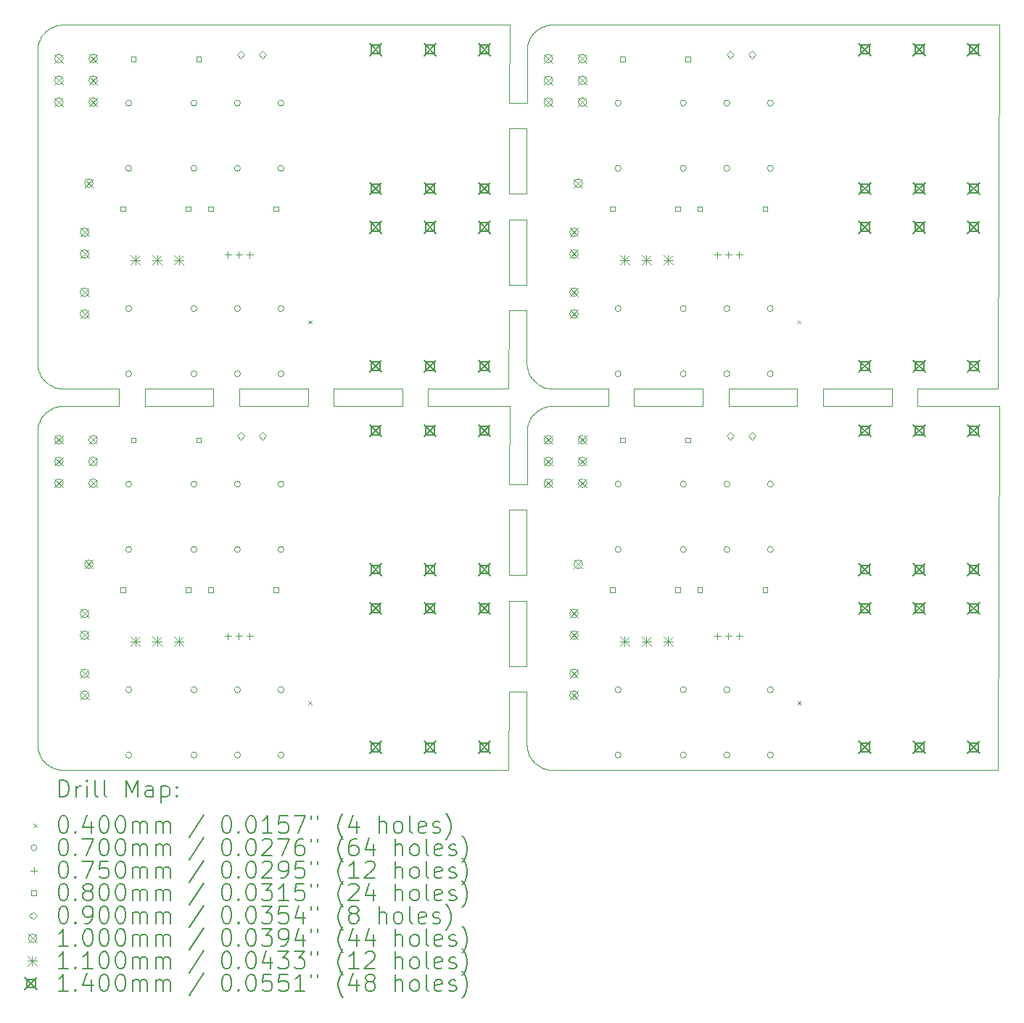
<source format=gbr>
%TF.GenerationSoftware,KiCad,Pcbnew,7.0.9*%
%TF.CreationDate,2024-06-08T21:45:46-04:00*%
%TF.ProjectId,V2 Loop Panel,5632204c-6f6f-4702-9050-616e656c2e6b,rev?*%
%TF.SameCoordinates,Original*%
%TF.FileFunction,Drillmap*%
%TF.FilePolarity,Positive*%
%FSLAX45Y45*%
G04 Gerber Fmt 4.5, Leading zero omitted, Abs format (unit mm)*
G04 Created by KiCad (PCBNEW 7.0.9) date 2024-06-08 21:45:46*
%MOMM*%
%LPD*%
G01*
G04 APERTURE LIST*
%ADD10C,0.100000*%
%ADD11C,0.200000*%
%ADD12C,0.110000*%
%ADD13C,0.140000*%
G04 APERTURE END LIST*
D10*
X9256455Y-6057883D02*
X9262486Y-6072444D01*
X14850100Y-7663800D02*
X14950780Y-7663800D01*
X9304356Y-2111204D02*
X9294795Y-2123664D01*
X15251040Y-10702080D02*
X20451040Y-10701040D01*
X20463540Y-6451040D02*
X19510832Y-6451040D01*
X14983738Y-6614843D02*
X14976976Y-6629019D01*
X15114842Y-2032698D02*
X15101040Y-2040192D01*
X14850100Y-2912760D02*
X14849900Y-2912760D01*
X15235284Y-10701667D02*
X15251040Y-10702080D01*
X9490407Y-10698373D02*
X9506033Y-10700431D01*
X14849900Y-9489320D02*
X14741064Y-9489320D01*
X15902708Y-6250909D02*
X15902708Y-6350990D01*
X15062244Y-6517896D02*
X15050300Y-6528096D01*
X15028096Y-2099261D02*
X15017896Y-2111204D01*
X18108124Y-6350990D02*
X18108124Y-6351190D01*
X9348050Y-10634992D02*
X9360553Y-10644586D01*
X14951040Y-6751040D02*
X14950865Y-7363800D01*
X12394584Y-6451040D02*
X11591876Y-6451040D01*
X9444474Y-6236306D02*
X9459585Y-6240782D01*
X9238109Y-10432507D02*
X9240167Y-10448133D01*
X14969995Y-10508923D02*
X14976026Y-10523484D01*
X9324633Y-10613907D02*
X9336065Y-10624756D01*
X14950562Y-8426560D02*
X14850100Y-8426560D01*
X9303548Y-6139450D02*
X9313784Y-6151435D01*
X9251194Y-10494066D02*
X9256455Y-10508923D01*
X14998566Y-10564998D02*
X15007493Y-10577987D01*
X11591876Y-6350990D02*
X11591876Y-6250629D01*
X14998566Y-6113958D02*
X15007493Y-6126947D01*
X9285899Y-2136608D02*
X9277692Y-2150000D01*
X14991232Y-2150000D02*
X14983738Y-2163803D01*
X9270198Y-6614843D02*
X9263436Y-6629019D01*
X14746433Y-7663800D02*
X14849900Y-7663800D01*
X15143529Y-2019926D02*
X15129019Y-2025936D01*
X14741064Y-9489320D02*
X14743307Y-8726560D01*
X10189168Y-6451040D02*
X9537500Y-6451040D01*
X9276792Y-10551560D02*
X9285027Y-10564998D01*
X13497292Y-6351190D02*
X13497292Y-6451040D01*
X17305416Y-6350990D02*
X17305416Y-6250629D01*
X9336761Y-2077056D02*
X9325368Y-2087868D01*
X15114370Y-6218228D02*
X15128596Y-6225013D01*
X15173125Y-6240782D02*
X15188450Y-6244461D01*
X17305416Y-6351190D02*
X17305416Y-6350990D01*
X14954733Y-6704109D02*
X14952683Y-6719681D01*
X9237500Y-2300000D02*
X9236460Y-5950000D01*
X9537500Y-2000000D02*
X9521799Y-2000411D01*
X11291876Y-6350990D02*
X11291876Y-6351190D01*
X14954733Y-2253070D02*
X14952683Y-2268641D01*
X14961262Y-2222354D02*
X14957595Y-2237626D01*
X13797292Y-6250188D02*
X14737500Y-6250000D01*
X15017088Y-6139450D02*
X15027324Y-6151435D01*
X9348704Y-6517896D02*
X9336761Y-6528096D01*
X14850100Y-7363800D02*
X14849900Y-7363800D01*
X15074093Y-10644586D02*
X15087082Y-10653513D01*
X14737500Y-6250000D02*
X14740182Y-5338280D01*
X15902708Y-6451040D02*
X15251040Y-6451040D01*
X15219572Y-6249391D02*
X15235284Y-6250627D01*
X9537500Y-6251040D02*
X10189168Y-6250909D01*
X14950412Y-10416795D02*
X14951649Y-10432507D01*
X14956578Y-6012590D02*
X14960258Y-6027915D01*
X9490570Y-6454733D02*
X9475126Y-6457595D01*
X15188666Y-6457595D02*
X15173394Y-6461262D01*
X13797292Y-6351190D02*
X13797292Y-6350990D01*
X16202708Y-6451040D02*
X16202708Y-6351190D01*
X14951451Y-6735339D02*
X14951040Y-6751040D01*
X14953706Y-5997093D02*
X14956578Y-6012590D01*
X14747315Y-2912760D02*
X14750000Y-2000000D01*
X15087648Y-6499439D02*
X15074704Y-6508335D01*
X9475126Y-6457595D02*
X9459854Y-6461262D01*
X9360553Y-6193546D02*
X9373542Y-6202473D01*
X14964734Y-10494066D02*
X14969995Y-10508923D01*
X15038908Y-6538908D02*
X15028096Y-6550301D01*
X9262486Y-10523484D02*
X9269272Y-10537709D01*
X9236873Y-5965755D02*
X9238109Y-5981467D01*
X15101040Y-6491232D02*
X15087648Y-6499439D01*
X9247722Y-2222354D02*
X9244056Y-2237626D01*
X14849900Y-9789320D02*
X14850100Y-9789320D01*
X14849900Y-3975520D02*
X14744190Y-3975520D01*
X14750000Y-6451040D02*
X13797292Y-6451040D01*
X9537500Y-10702080D02*
X14737500Y-10701040D01*
X9415479Y-2025936D02*
X9401303Y-2032698D01*
X12394584Y-6250468D02*
X12394584Y-6350990D01*
X14951451Y-2284299D02*
X14951040Y-2300000D01*
X9459854Y-2010222D02*
X9444795Y-2014683D01*
X14744190Y-8426560D02*
X14746433Y-7663800D01*
X9474910Y-6244461D02*
X9490407Y-6247333D01*
X9400831Y-10669268D02*
X9415056Y-10676053D01*
X14970965Y-6643529D02*
X14965723Y-6658335D01*
X13497292Y-6250248D02*
X13497292Y-6350990D01*
X14740182Y-5338280D02*
X14849900Y-5338280D01*
X12394584Y-6351190D02*
X12394584Y-6451040D01*
X15188450Y-6244461D02*
X15203947Y-6247333D01*
X15143529Y-6470966D02*
X15129019Y-6476976D01*
X15128596Y-10676053D02*
X15143157Y-10682085D01*
X14950260Y-5038280D02*
X14850100Y-5038280D01*
X14976976Y-2177979D02*
X14970965Y-2192490D01*
X15062244Y-2066856D02*
X15050300Y-2077056D01*
X9303548Y-10590490D02*
X9313784Y-10602475D01*
X14950000Y-10401040D02*
X14950412Y-10416795D01*
X15007493Y-10577987D02*
X15017088Y-10590490D01*
X14950260Y-9489320D02*
X14850100Y-9489320D01*
X9506033Y-6249391D02*
X9521745Y-6250627D01*
X9374108Y-2048399D02*
X9361164Y-2057295D01*
X9324633Y-6162867D02*
X9336065Y-6173716D01*
X9387500Y-2040192D02*
X9374108Y-2048399D01*
X10489168Y-6350990D02*
X10489168Y-6250849D01*
X9251194Y-6043026D02*
X9256455Y-6057883D01*
X9348050Y-6183952D02*
X9360553Y-6193546D01*
X9241193Y-2253070D02*
X9239143Y-2268641D01*
X9444474Y-10687346D02*
X9459585Y-10691822D01*
X14850100Y-8426560D02*
X14849900Y-8426560D01*
X15027324Y-10602475D02*
X15038172Y-10613907D01*
X18408124Y-6350990D02*
X18408124Y-6250408D01*
X15203947Y-10698373D02*
X15219572Y-10700431D01*
X9293954Y-6126947D02*
X9303548Y-6139450D01*
X14950865Y-7363800D02*
X14850100Y-7363800D01*
X12694584Y-6250408D02*
X13497292Y-6250248D01*
X9257426Y-2192490D02*
X9252183Y-2207295D01*
X9373542Y-10653513D02*
X9386980Y-10661748D01*
X19210832Y-6351190D02*
X19210832Y-6451040D01*
X9313784Y-6151435D02*
X9324633Y-6162867D01*
X18408124Y-6451040D02*
X18408124Y-6351190D01*
X14970965Y-2192490D02*
X14965723Y-2207295D01*
X14950412Y-5965755D02*
X14951649Y-5981467D01*
X9415056Y-10676053D02*
X9429617Y-10682085D01*
X15050300Y-6528096D02*
X15038908Y-6538908D01*
X15049605Y-10624756D02*
X15061589Y-10634992D01*
X15251040Y-2000000D02*
X15235339Y-2000411D01*
X15902708Y-6351190D02*
X15902708Y-6451040D01*
X15251040Y-6251040D02*
X15902708Y-6250909D01*
X9313784Y-10602475D02*
X9324633Y-10613907D01*
X9429617Y-6231045D02*
X9444474Y-6236306D01*
X9459585Y-6240782D02*
X9474910Y-6244461D01*
X20451040Y-10701040D02*
X20463540Y-6451040D01*
X14950780Y-7663800D02*
X14950562Y-8426560D01*
X12694584Y-6451040D02*
X12694584Y-6351190D01*
X15038172Y-10613907D02*
X15049605Y-10624756D01*
X14990332Y-10551560D02*
X14998566Y-10564998D01*
X19510832Y-6351190D02*
X19510832Y-6350990D01*
X14990332Y-6100520D02*
X14998566Y-6113958D01*
X15219681Y-6452683D02*
X15204109Y-6454733D01*
X15188450Y-10695501D02*
X15203947Y-10698373D01*
X11291876Y-6451040D02*
X10489168Y-6451040D01*
X15017896Y-2111204D02*
X15008335Y-2123664D01*
X9252183Y-6658335D02*
X9247722Y-6673394D01*
X15074704Y-2057295D02*
X15062244Y-2066856D01*
X15902708Y-6350990D02*
X15902708Y-6351190D01*
X10489168Y-6250849D02*
X11291876Y-6250689D01*
X9269272Y-10537709D02*
X9276792Y-10551560D01*
X14746433Y-3212760D02*
X14849900Y-3212760D01*
X15128596Y-6225013D02*
X15143157Y-6231045D01*
X18108124Y-6451040D02*
X17305416Y-6451040D01*
X9360553Y-10644586D02*
X9373542Y-10653513D01*
X15129019Y-6476976D02*
X15114842Y-6483738D01*
X18108124Y-6351190D02*
X18108124Y-6451040D01*
X14950174Y-5338280D02*
X14950000Y-5950000D01*
X14953706Y-10448133D02*
X14956578Y-10463630D01*
X9252183Y-2207295D02*
X9247722Y-2222354D01*
X14850100Y-9789320D02*
X14950174Y-9789320D01*
X14969995Y-6057883D02*
X14976026Y-6072444D01*
X15027324Y-6151435D02*
X15038172Y-6162867D01*
X9237500Y-6751040D02*
X9236460Y-10401040D01*
X19510832Y-6451040D02*
X19510832Y-6351190D01*
X12694584Y-6350990D02*
X12694584Y-6250408D01*
X16202708Y-6350990D02*
X16202708Y-6250849D01*
X9277692Y-6601040D02*
X9270198Y-6614843D01*
X15087082Y-6202473D02*
X15100520Y-6210708D01*
X9270198Y-2163803D02*
X9263436Y-2177979D01*
X9294795Y-6574704D02*
X9285899Y-6587648D01*
X10189168Y-6351190D02*
X10189168Y-6451040D01*
X13797292Y-6350990D02*
X13797292Y-6250188D01*
X9263436Y-6629019D02*
X9257426Y-6643529D01*
X9374108Y-6499439D02*
X9361164Y-6508335D01*
X14850100Y-3975520D02*
X14849900Y-3975520D01*
X14849900Y-7663800D02*
X14850100Y-7663800D01*
X9246718Y-6027915D02*
X9251194Y-6043026D01*
X14951649Y-10432507D02*
X14953706Y-10448133D01*
X15017088Y-10590490D02*
X15027324Y-10602475D01*
X9240167Y-10448133D02*
X9243039Y-10463630D01*
X9429990Y-2019926D02*
X9415479Y-2025936D01*
X9506141Y-2001643D02*
X9490570Y-2003693D01*
X15074704Y-6508335D02*
X15062244Y-6517896D01*
X9387500Y-6491232D02*
X9374108Y-6499439D01*
X14743307Y-4275520D02*
X14849900Y-4275520D01*
X9314556Y-6550301D02*
X9304356Y-6562244D01*
X14976026Y-10523484D02*
X14982811Y-10537709D01*
X15251040Y-6451040D02*
X15235339Y-6451451D01*
X11591876Y-6351190D02*
X11591876Y-6350990D01*
X17305416Y-6451040D02*
X17305416Y-6351190D01*
X15050300Y-2077056D02*
X15038908Y-2087868D01*
X9429990Y-6470966D02*
X9415479Y-6476976D01*
X14747315Y-7363800D02*
X14750000Y-6451040D01*
X14951649Y-5981467D02*
X14953706Y-5997093D01*
X15204109Y-2003693D02*
X15188666Y-2006556D01*
X14850100Y-4275520D02*
X14950477Y-4275520D01*
X9361164Y-6508335D02*
X9348704Y-6517896D01*
X9244056Y-6688666D02*
X9241193Y-6704109D01*
X15173394Y-2010222D02*
X15158335Y-2014683D01*
X15114842Y-6483738D02*
X15101040Y-6491232D01*
X15219572Y-10700431D02*
X15235284Y-10701667D01*
X11291876Y-6250689D02*
X11291876Y-6350990D01*
X9236460Y-5950000D02*
X9236873Y-5965755D01*
X9386980Y-6210708D02*
X9400831Y-6218228D01*
X9247722Y-6673394D02*
X9244056Y-6688666D01*
X15173394Y-6461262D02*
X15158335Y-6465723D01*
X9490570Y-2003693D02*
X9475126Y-2006556D01*
X10489168Y-6451040D02*
X10489168Y-6351190D01*
X15203947Y-6247333D02*
X15219572Y-6249391D01*
X14951040Y-2300000D02*
X14950865Y-2912760D01*
X20463540Y-2000000D02*
X15251040Y-2000000D01*
X14965723Y-2207295D02*
X14961262Y-2222354D01*
X15038172Y-6162867D02*
X15049605Y-6173716D01*
X15017896Y-6562244D02*
X15008335Y-6574704D01*
X14999438Y-6587648D02*
X14991232Y-6601040D01*
X16202708Y-6250849D02*
X17005416Y-6250689D01*
X14950174Y-9789320D02*
X14950000Y-10401040D01*
X9401303Y-6483738D02*
X9387500Y-6491232D01*
X14956578Y-10463630D02*
X14960258Y-10478955D01*
X10189168Y-6250909D02*
X10189168Y-6350990D01*
X14849900Y-3212760D02*
X14850100Y-3212760D01*
X14960258Y-10478955D02*
X14964734Y-10494066D01*
X12694584Y-6351190D02*
X12694584Y-6350990D01*
X19210832Y-6451040D02*
X18408124Y-6451040D01*
X15049605Y-6173716D02*
X15061589Y-6183952D01*
X9257426Y-6643529D02*
X9252183Y-6658335D01*
X9336065Y-6173716D02*
X9348050Y-6183952D01*
X18408124Y-6250408D02*
X19210832Y-6250248D01*
X17005416Y-6250689D02*
X17005416Y-6350990D01*
X18408124Y-6351190D02*
X18408124Y-6350990D01*
X14850100Y-9489320D02*
X14849900Y-9489320D01*
X14741064Y-5038280D02*
X14743307Y-4275520D01*
X9285027Y-6113958D02*
X9293954Y-6126947D01*
X13497292Y-6451040D02*
X12694584Y-6451040D01*
X14982811Y-10537709D02*
X14990332Y-10551560D01*
X15219681Y-2001643D02*
X15204109Y-2003693D01*
X14850100Y-5338280D02*
X14950174Y-5338280D01*
X9415479Y-6476976D02*
X9401303Y-6483738D01*
X14849900Y-8726560D02*
X14850100Y-8726560D01*
X19510832Y-6250188D02*
X20451040Y-6250000D01*
X15143157Y-10682085D02*
X15158013Y-10687346D01*
X9459585Y-10691822D02*
X9474910Y-10695501D01*
X9429617Y-10682085D02*
X9444474Y-10687346D01*
X9336761Y-6528096D02*
X9325368Y-6538908D01*
X15100520Y-6210708D02*
X15114370Y-6218228D01*
X20451040Y-6250000D02*
X20463540Y-2000000D01*
X14950780Y-3212760D02*
X14950562Y-3975520D01*
X9269272Y-6086669D02*
X9276792Y-6100520D01*
X9521799Y-6451451D02*
X9506141Y-6452683D01*
X15061589Y-6183952D02*
X15074093Y-6193546D01*
X14744190Y-3975520D02*
X14746433Y-3212760D01*
X11591876Y-6250629D02*
X12394584Y-6250468D01*
X9277692Y-2150000D02*
X9270198Y-2163803D01*
X14957595Y-6688666D02*
X14954733Y-6704109D01*
X9240167Y-5997093D02*
X9243039Y-6012590D01*
X9325368Y-2087868D02*
X9314556Y-2099261D01*
X9243039Y-6012590D02*
X9246718Y-6027915D01*
X18108124Y-6250468D02*
X18108124Y-6350990D01*
X9294795Y-2123664D02*
X9285899Y-2136608D01*
X9325368Y-6538908D02*
X9314556Y-6550301D01*
X15173125Y-10691822D02*
X15188450Y-10695501D01*
X14957595Y-2237626D02*
X14954733Y-2253070D01*
X14952683Y-2268641D02*
X14951451Y-2284299D01*
X9336065Y-10624756D02*
X9348050Y-10634992D01*
X9262486Y-6072444D02*
X9269272Y-6086669D01*
X19510832Y-6350990D02*
X19510832Y-6250188D01*
X17005416Y-6451040D02*
X16202708Y-6451040D01*
X15074093Y-6193546D02*
X15087082Y-6202473D01*
X9444795Y-2014683D02*
X9429990Y-2019926D01*
X9239143Y-6719681D02*
X9237911Y-6735339D01*
X15158335Y-2014683D02*
X15143529Y-2019926D01*
X17305416Y-6250629D02*
X18108124Y-6250468D01*
X14850100Y-5038280D02*
X14849900Y-5038280D01*
X9285027Y-10564998D02*
X9293954Y-10577987D01*
X14850100Y-3212760D02*
X14950780Y-3212760D01*
X9444795Y-6465723D02*
X9429990Y-6470966D01*
X19210832Y-6250248D02*
X19210832Y-6350990D01*
X9506141Y-6452683D02*
X9490570Y-6454733D01*
X9386980Y-10661748D02*
X9400831Y-10669268D01*
X15087082Y-10653513D02*
X15100520Y-10661748D01*
X13497292Y-6350990D02*
X13497292Y-6351190D01*
X9276792Y-6100520D02*
X9285027Y-6113958D01*
X14849900Y-7363800D02*
X14747315Y-7363800D01*
X9244056Y-2237626D02*
X9241193Y-2253070D01*
X14960258Y-6027915D02*
X14964734Y-6043026D01*
X9373542Y-6202473D02*
X9386980Y-6210708D01*
X14849900Y-8426560D02*
X14744190Y-8426560D01*
X9415056Y-6225013D02*
X9429617Y-6231045D01*
X9239143Y-2268641D02*
X9237911Y-2284299D01*
X9521745Y-10701667D02*
X9537500Y-10702080D01*
X14849900Y-4275520D02*
X14850100Y-4275520D01*
X9314556Y-2099261D02*
X9304356Y-2111204D01*
X14983738Y-2163803D02*
X14976976Y-2177979D01*
X9293954Y-10577987D02*
X9303548Y-10590490D01*
X14849900Y-5338280D02*
X14850100Y-5338280D01*
X9537500Y-6451040D02*
X9521799Y-6451451D01*
X15235339Y-6451451D02*
X15219681Y-6452683D01*
X9238109Y-5981467D02*
X9240167Y-5997093D01*
X9236460Y-10401040D02*
X9236873Y-10416795D01*
X14849900Y-2912760D02*
X14747315Y-2912760D01*
X9285899Y-6587648D02*
X9277692Y-6601040D01*
X9246718Y-10478955D02*
X9251194Y-10494066D01*
X11291876Y-6351190D02*
X11291876Y-6451040D01*
X14976026Y-6072444D02*
X14982811Y-6086669D01*
X9400831Y-6218228D02*
X9415056Y-6225013D01*
X14976976Y-6629019D02*
X14970965Y-6643529D01*
X14950000Y-5950000D02*
X14950412Y-5965755D01*
X9241193Y-6704109D02*
X9239143Y-6719681D01*
X15008335Y-6574704D02*
X14999438Y-6587648D01*
X14982811Y-6086669D02*
X14990332Y-6100520D01*
X13797292Y-6451040D02*
X13797292Y-6351190D01*
X15158013Y-10687346D02*
X15173125Y-10691822D01*
X10189168Y-6350990D02*
X10189168Y-6351190D01*
X14950477Y-4275520D02*
X14950260Y-5038280D01*
X14950477Y-8726560D02*
X14950260Y-9489320D01*
X9243039Y-10463630D02*
X9246718Y-10478955D01*
X17005416Y-6351190D02*
X17005416Y-6451040D01*
X9475126Y-2006556D02*
X9459854Y-2010222D01*
X9237911Y-6735339D02*
X9237500Y-6751040D01*
X9361164Y-2057295D02*
X9348704Y-2066856D01*
X9401303Y-2032698D02*
X9387500Y-2040192D01*
X14849900Y-5038280D02*
X14741064Y-5038280D01*
X10489168Y-6351190D02*
X10489168Y-6350990D01*
X9263436Y-2177979D02*
X9257426Y-2192490D01*
X14965723Y-6658335D02*
X14961262Y-6673394D01*
X9490407Y-6247333D02*
X9506033Y-6249391D01*
X14991232Y-6601040D02*
X14983738Y-6614843D01*
X15100520Y-10661748D02*
X15114370Y-10669268D01*
X14737500Y-10701040D02*
X14740182Y-9789320D01*
X9459854Y-6461262D02*
X9444795Y-6465723D01*
X12394584Y-6350990D02*
X12394584Y-6351190D01*
X15007493Y-6126947D02*
X15017088Y-6139450D01*
X9304356Y-6562244D02*
X9294795Y-6574704D01*
X9237911Y-2284299D02*
X9237500Y-2300000D01*
X17005416Y-6350990D02*
X17005416Y-6351190D01*
X15188666Y-2006556D02*
X15173394Y-2010222D01*
X19210832Y-6350990D02*
X19210832Y-6351190D01*
X9521745Y-6250627D02*
X9537500Y-6251040D01*
X14999438Y-2136608D02*
X14991232Y-2150000D01*
X15028096Y-6550301D02*
X15017896Y-6562244D01*
X9236873Y-10416795D02*
X9238109Y-10432507D01*
X14743307Y-8726560D02*
X14849900Y-8726560D01*
X9474910Y-10695501D02*
X9490407Y-10698373D01*
X15143157Y-6231045D02*
X15158013Y-6236306D01*
X14950865Y-2912760D02*
X14850100Y-2912760D01*
X11591876Y-6451040D02*
X11591876Y-6351190D01*
X16202708Y-6351190D02*
X16202708Y-6350990D01*
X9256455Y-10508923D02*
X9262486Y-10523484D01*
X9521799Y-2000411D02*
X9506141Y-2001643D01*
X15008335Y-2123664D02*
X14999438Y-2136608D01*
X9348704Y-2066856D02*
X9336761Y-2077056D01*
X15235339Y-2000411D02*
X15219681Y-2001643D01*
X15204109Y-6454733D02*
X15188666Y-6457595D01*
X14961262Y-6673394D02*
X14957595Y-6688666D01*
X15158335Y-6465723D02*
X15143529Y-6470966D01*
X15101040Y-2040192D02*
X15087648Y-2048399D01*
X14740182Y-9789320D02*
X14849900Y-9789320D01*
X15061589Y-10634992D02*
X15074093Y-10644586D01*
X15038908Y-2087868D02*
X15028096Y-2099261D01*
X15114370Y-10669268D02*
X15128596Y-10676053D01*
X14952683Y-6719681D02*
X14951451Y-6735339D01*
X14950562Y-3975520D02*
X14850100Y-3975520D01*
X9506033Y-10700431D02*
X9521745Y-10701667D01*
X14964734Y-6043026D02*
X14969995Y-6057883D01*
X14850100Y-8726560D02*
X14950477Y-8726560D01*
X15235284Y-6250627D02*
X15251040Y-6251040D01*
X15087648Y-2048399D02*
X15074704Y-2057295D01*
X14750000Y-2000000D02*
X9537500Y-2000000D01*
X15129019Y-2025936D02*
X15114842Y-2032698D01*
X15158013Y-6236306D02*
X15173125Y-6240782D01*
D11*
D10*
X12397500Y-5450000D02*
X12437500Y-5490000D01*
X12437500Y-5450000D02*
X12397500Y-5490000D01*
X12397500Y-9901040D02*
X12437500Y-9941040D01*
X12437500Y-9901040D02*
X12397500Y-9941040D01*
X18111040Y-5450000D02*
X18151040Y-5490000D01*
X18151040Y-5450000D02*
X18111040Y-5490000D01*
X18111040Y-9901040D02*
X18151040Y-9941040D01*
X18151040Y-9901040D02*
X18111040Y-9941040D01*
X10336750Y-2914250D02*
G75*
G03*
X10336750Y-2914250I-35000J0D01*
G01*
X10336750Y-3676250D02*
G75*
G03*
X10336750Y-3676250I-35000J0D01*
G01*
X10336750Y-5314250D02*
G75*
G03*
X10336750Y-5314250I-35000J0D01*
G01*
X10336750Y-6076250D02*
G75*
G03*
X10336750Y-6076250I-35000J0D01*
G01*
X10336750Y-7365290D02*
G75*
G03*
X10336750Y-7365290I-35000J0D01*
G01*
X10336750Y-8127290D02*
G75*
G03*
X10336750Y-8127290I-35000J0D01*
G01*
X10336750Y-9765290D02*
G75*
G03*
X10336750Y-9765290I-35000J0D01*
G01*
X10336750Y-10527290D02*
G75*
G03*
X10336750Y-10527290I-35000J0D01*
G01*
X11098750Y-2914250D02*
G75*
G03*
X11098750Y-2914250I-35000J0D01*
G01*
X11098750Y-3676250D02*
G75*
G03*
X11098750Y-3676250I-35000J0D01*
G01*
X11098750Y-5314250D02*
G75*
G03*
X11098750Y-5314250I-35000J0D01*
G01*
X11098750Y-6076250D02*
G75*
G03*
X11098750Y-6076250I-35000J0D01*
G01*
X11098750Y-7365290D02*
G75*
G03*
X11098750Y-7365290I-35000J0D01*
G01*
X11098750Y-8127290D02*
G75*
G03*
X11098750Y-8127290I-35000J0D01*
G01*
X11098750Y-9765290D02*
G75*
G03*
X11098750Y-9765290I-35000J0D01*
G01*
X11098750Y-10527290D02*
G75*
G03*
X11098750Y-10527290I-35000J0D01*
G01*
X11606750Y-2914250D02*
G75*
G03*
X11606750Y-2914250I-35000J0D01*
G01*
X11606750Y-3676250D02*
G75*
G03*
X11606750Y-3676250I-35000J0D01*
G01*
X11606750Y-5314250D02*
G75*
G03*
X11606750Y-5314250I-35000J0D01*
G01*
X11606750Y-6076250D02*
G75*
G03*
X11606750Y-6076250I-35000J0D01*
G01*
X11606750Y-7365290D02*
G75*
G03*
X11606750Y-7365290I-35000J0D01*
G01*
X11606750Y-8127290D02*
G75*
G03*
X11606750Y-8127290I-35000J0D01*
G01*
X11606750Y-9765290D02*
G75*
G03*
X11606750Y-9765290I-35000J0D01*
G01*
X11606750Y-10527290D02*
G75*
G03*
X11606750Y-10527290I-35000J0D01*
G01*
X12114750Y-2914250D02*
G75*
G03*
X12114750Y-2914250I-35000J0D01*
G01*
X12114750Y-3676250D02*
G75*
G03*
X12114750Y-3676250I-35000J0D01*
G01*
X12114750Y-5314250D02*
G75*
G03*
X12114750Y-5314250I-35000J0D01*
G01*
X12114750Y-6076250D02*
G75*
G03*
X12114750Y-6076250I-35000J0D01*
G01*
X12114750Y-7365290D02*
G75*
G03*
X12114750Y-7365290I-35000J0D01*
G01*
X12114750Y-8127290D02*
G75*
G03*
X12114750Y-8127290I-35000J0D01*
G01*
X12114750Y-9765290D02*
G75*
G03*
X12114750Y-9765290I-35000J0D01*
G01*
X12114750Y-10527290D02*
G75*
G03*
X12114750Y-10527290I-35000J0D01*
G01*
X16050290Y-2914250D02*
G75*
G03*
X16050290Y-2914250I-35000J0D01*
G01*
X16050290Y-3676250D02*
G75*
G03*
X16050290Y-3676250I-35000J0D01*
G01*
X16050290Y-5314250D02*
G75*
G03*
X16050290Y-5314250I-35000J0D01*
G01*
X16050290Y-6076250D02*
G75*
G03*
X16050290Y-6076250I-35000J0D01*
G01*
X16050290Y-7365290D02*
G75*
G03*
X16050290Y-7365290I-35000J0D01*
G01*
X16050290Y-8127290D02*
G75*
G03*
X16050290Y-8127290I-35000J0D01*
G01*
X16050290Y-9765290D02*
G75*
G03*
X16050290Y-9765290I-35000J0D01*
G01*
X16050290Y-10527290D02*
G75*
G03*
X16050290Y-10527290I-35000J0D01*
G01*
X16812290Y-2914250D02*
G75*
G03*
X16812290Y-2914250I-35000J0D01*
G01*
X16812290Y-3676250D02*
G75*
G03*
X16812290Y-3676250I-35000J0D01*
G01*
X16812290Y-5314250D02*
G75*
G03*
X16812290Y-5314250I-35000J0D01*
G01*
X16812290Y-6076250D02*
G75*
G03*
X16812290Y-6076250I-35000J0D01*
G01*
X16812290Y-7365290D02*
G75*
G03*
X16812290Y-7365290I-35000J0D01*
G01*
X16812290Y-8127290D02*
G75*
G03*
X16812290Y-8127290I-35000J0D01*
G01*
X16812290Y-9765290D02*
G75*
G03*
X16812290Y-9765290I-35000J0D01*
G01*
X16812290Y-10527290D02*
G75*
G03*
X16812290Y-10527290I-35000J0D01*
G01*
X17320290Y-2914250D02*
G75*
G03*
X17320290Y-2914250I-35000J0D01*
G01*
X17320290Y-3676250D02*
G75*
G03*
X17320290Y-3676250I-35000J0D01*
G01*
X17320290Y-5314250D02*
G75*
G03*
X17320290Y-5314250I-35000J0D01*
G01*
X17320290Y-6076250D02*
G75*
G03*
X17320290Y-6076250I-35000J0D01*
G01*
X17320290Y-7365290D02*
G75*
G03*
X17320290Y-7365290I-35000J0D01*
G01*
X17320290Y-8127290D02*
G75*
G03*
X17320290Y-8127290I-35000J0D01*
G01*
X17320290Y-9765290D02*
G75*
G03*
X17320290Y-9765290I-35000J0D01*
G01*
X17320290Y-10527290D02*
G75*
G03*
X17320290Y-10527290I-35000J0D01*
G01*
X17828290Y-2914250D02*
G75*
G03*
X17828290Y-2914250I-35000J0D01*
G01*
X17828290Y-3676250D02*
G75*
G03*
X17828290Y-3676250I-35000J0D01*
G01*
X17828290Y-5314250D02*
G75*
G03*
X17828290Y-5314250I-35000J0D01*
G01*
X17828290Y-6076250D02*
G75*
G03*
X17828290Y-6076250I-35000J0D01*
G01*
X17828290Y-7365290D02*
G75*
G03*
X17828290Y-7365290I-35000J0D01*
G01*
X17828290Y-8127290D02*
G75*
G03*
X17828290Y-8127290I-35000J0D01*
G01*
X17828290Y-9765290D02*
G75*
G03*
X17828290Y-9765290I-35000J0D01*
G01*
X17828290Y-10527290D02*
G75*
G03*
X17828290Y-10527290I-35000J0D01*
G01*
X11460500Y-4648500D02*
X11460500Y-4723500D01*
X11423000Y-4686000D02*
X11498000Y-4686000D01*
X11460500Y-9099540D02*
X11460500Y-9174540D01*
X11423000Y-9137040D02*
X11498000Y-9137040D01*
X11587500Y-4648500D02*
X11587500Y-4723500D01*
X11550000Y-4686000D02*
X11625000Y-4686000D01*
X11587500Y-9099540D02*
X11587500Y-9174540D01*
X11550000Y-9137040D02*
X11625000Y-9137040D01*
X11714500Y-4648500D02*
X11714500Y-4723500D01*
X11677000Y-4686000D02*
X11752000Y-4686000D01*
X11714500Y-9099540D02*
X11714500Y-9174540D01*
X11677000Y-9137040D02*
X11752000Y-9137040D01*
X17174040Y-4648500D02*
X17174040Y-4723500D01*
X17136540Y-4686000D02*
X17211540Y-4686000D01*
X17174040Y-9099540D02*
X17174040Y-9174540D01*
X17136540Y-9137040D02*
X17211540Y-9137040D01*
X17301040Y-4648500D02*
X17301040Y-4723500D01*
X17263540Y-4686000D02*
X17338540Y-4686000D01*
X17301040Y-9099540D02*
X17301040Y-9174540D01*
X17263540Y-9137040D02*
X17338540Y-9137040D01*
X17428040Y-4648500D02*
X17428040Y-4723500D01*
X17390540Y-4686000D02*
X17465540Y-4686000D01*
X17428040Y-9099540D02*
X17428040Y-9174540D01*
X17390540Y-9137040D02*
X17465540Y-9137040D01*
X10265785Y-4178284D02*
X10265785Y-4121715D01*
X10209216Y-4121715D01*
X10209216Y-4178284D01*
X10265785Y-4178284D01*
X10265785Y-8629324D02*
X10265785Y-8572755D01*
X10209216Y-8572755D01*
X10209216Y-8629324D01*
X10265785Y-8629324D01*
X10384785Y-2428285D02*
X10384785Y-2371716D01*
X10328216Y-2371716D01*
X10328216Y-2428285D01*
X10384785Y-2428285D01*
X10384785Y-6879324D02*
X10384785Y-6822755D01*
X10328216Y-6822755D01*
X10328216Y-6879324D01*
X10384785Y-6879324D01*
X11027785Y-4178284D02*
X11027785Y-4121715D01*
X10971216Y-4121715D01*
X10971216Y-4178284D01*
X11027785Y-4178284D01*
X11027785Y-8629324D02*
X11027785Y-8572755D01*
X10971216Y-8572755D01*
X10971216Y-8629324D01*
X11027785Y-8629324D01*
X11146785Y-2428285D02*
X11146785Y-2371716D01*
X11090216Y-2371716D01*
X11090216Y-2428285D01*
X11146785Y-2428285D01*
X11146785Y-6879324D02*
X11146785Y-6822755D01*
X11090216Y-6822755D01*
X11090216Y-6879324D01*
X11146785Y-6879324D01*
X11284784Y-4178284D02*
X11284784Y-4121715D01*
X11228215Y-4121715D01*
X11228215Y-4178284D01*
X11284784Y-4178284D01*
X11284784Y-8629324D02*
X11284784Y-8572755D01*
X11228215Y-8572755D01*
X11228215Y-8629324D01*
X11284784Y-8629324D01*
X12046784Y-4178284D02*
X12046784Y-4121715D01*
X11990215Y-4121715D01*
X11990215Y-4178284D01*
X12046784Y-4178284D01*
X12046784Y-8629324D02*
X12046784Y-8572755D01*
X11990215Y-8572755D01*
X11990215Y-8629324D01*
X12046784Y-8629324D01*
X15979324Y-4178284D02*
X15979324Y-4121715D01*
X15922755Y-4121715D01*
X15922755Y-4178284D01*
X15979324Y-4178284D01*
X15979324Y-8629324D02*
X15979324Y-8572755D01*
X15922755Y-8572755D01*
X15922755Y-8629324D01*
X15979324Y-8629324D01*
X16098324Y-2428285D02*
X16098324Y-2371716D01*
X16041755Y-2371716D01*
X16041755Y-2428285D01*
X16098324Y-2428285D01*
X16098324Y-6879324D02*
X16098324Y-6822755D01*
X16041755Y-6822755D01*
X16041755Y-6879324D01*
X16098324Y-6879324D01*
X16741324Y-4178284D02*
X16741324Y-4121715D01*
X16684755Y-4121715D01*
X16684755Y-4178284D01*
X16741324Y-4178284D01*
X16741324Y-8629324D02*
X16741324Y-8572755D01*
X16684755Y-8572755D01*
X16684755Y-8629324D01*
X16741324Y-8629324D01*
X16860324Y-2428285D02*
X16860324Y-2371716D01*
X16803755Y-2371716D01*
X16803755Y-2428285D01*
X16860324Y-2428285D01*
X16860324Y-6879324D02*
X16860324Y-6822755D01*
X16803755Y-6822755D01*
X16803755Y-6879324D01*
X16860324Y-6879324D01*
X16998324Y-4178284D02*
X16998324Y-4121715D01*
X16941755Y-4121715D01*
X16941755Y-4178284D01*
X16998324Y-4178284D01*
X16998324Y-8629324D02*
X16998324Y-8572755D01*
X16941755Y-8572755D01*
X16941755Y-8629324D01*
X16998324Y-8629324D01*
X17760324Y-4178284D02*
X17760324Y-4121715D01*
X17703755Y-4121715D01*
X17703755Y-4178284D01*
X17760324Y-4178284D01*
X17760324Y-8629324D02*
X17760324Y-8572755D01*
X17703755Y-8572755D01*
X17703755Y-8629324D01*
X17760324Y-8629324D01*
X11611000Y-2395000D02*
X11656000Y-2350000D01*
X11611000Y-2305000D01*
X11566000Y-2350000D01*
X11611000Y-2395000D01*
X11611000Y-6846040D02*
X11656000Y-6801040D01*
X11611000Y-6756040D01*
X11566000Y-6801040D01*
X11611000Y-6846040D01*
X11865000Y-2395000D02*
X11910000Y-2350000D01*
X11865000Y-2305000D01*
X11820000Y-2350000D01*
X11865000Y-2395000D01*
X11865000Y-6846040D02*
X11910000Y-6801040D01*
X11865000Y-6756040D01*
X11820000Y-6801040D01*
X11865000Y-6846040D01*
X17324540Y-2395000D02*
X17369540Y-2350000D01*
X17324540Y-2305000D01*
X17279540Y-2350000D01*
X17324540Y-2395000D01*
X17324540Y-6846040D02*
X17369540Y-6801040D01*
X17324540Y-6756040D01*
X17279540Y-6801040D01*
X17324540Y-6846040D01*
X17578540Y-2395000D02*
X17623540Y-2350000D01*
X17578540Y-2305000D01*
X17533540Y-2350000D01*
X17578540Y-2395000D01*
X17578540Y-6846040D02*
X17623540Y-6801040D01*
X17578540Y-6756040D01*
X17533540Y-6801040D01*
X17578540Y-6846040D01*
X9437500Y-2344500D02*
X9537500Y-2444500D01*
X9537500Y-2344500D02*
X9437500Y-2444500D01*
X9537500Y-2394500D02*
G75*
G03*
X9537500Y-2394500I-50000J0D01*
G01*
X9437500Y-2598500D02*
X9537500Y-2698500D01*
X9537500Y-2598500D02*
X9437500Y-2698500D01*
X9537500Y-2648500D02*
G75*
G03*
X9537500Y-2648500I-50000J0D01*
G01*
X9437500Y-2852500D02*
X9537500Y-2952500D01*
X9537500Y-2852500D02*
X9437500Y-2952500D01*
X9537500Y-2902500D02*
G75*
G03*
X9537500Y-2902500I-50000J0D01*
G01*
X9437500Y-6795540D02*
X9537500Y-6895540D01*
X9537500Y-6795540D02*
X9437500Y-6895540D01*
X9537500Y-6845540D02*
G75*
G03*
X9537500Y-6845540I-50000J0D01*
G01*
X9437500Y-7049540D02*
X9537500Y-7149540D01*
X9537500Y-7049540D02*
X9437500Y-7149540D01*
X9537500Y-7099540D02*
G75*
G03*
X9537500Y-7099540I-50000J0D01*
G01*
X9437500Y-7303540D02*
X9537500Y-7403540D01*
X9537500Y-7303540D02*
X9437500Y-7403540D01*
X9537500Y-7353540D02*
G75*
G03*
X9537500Y-7353540I-50000J0D01*
G01*
X9737500Y-4372500D02*
X9837500Y-4472500D01*
X9837500Y-4372500D02*
X9737500Y-4472500D01*
X9837500Y-4422500D02*
G75*
G03*
X9837500Y-4422500I-50000J0D01*
G01*
X9737500Y-4626500D02*
X9837500Y-4726500D01*
X9837500Y-4626500D02*
X9737500Y-4726500D01*
X9837500Y-4676500D02*
G75*
G03*
X9837500Y-4676500I-50000J0D01*
G01*
X9737500Y-5072500D02*
X9837500Y-5172500D01*
X9837500Y-5072500D02*
X9737500Y-5172500D01*
X9837500Y-5122500D02*
G75*
G03*
X9837500Y-5122500I-50000J0D01*
G01*
X9737500Y-5326500D02*
X9837500Y-5426500D01*
X9837500Y-5326500D02*
X9737500Y-5426500D01*
X9837500Y-5376500D02*
G75*
G03*
X9837500Y-5376500I-50000J0D01*
G01*
X9737500Y-8823540D02*
X9837500Y-8923540D01*
X9837500Y-8823540D02*
X9737500Y-8923540D01*
X9837500Y-8873540D02*
G75*
G03*
X9837500Y-8873540I-50000J0D01*
G01*
X9737500Y-9077540D02*
X9837500Y-9177540D01*
X9837500Y-9077540D02*
X9737500Y-9177540D01*
X9837500Y-9127540D02*
G75*
G03*
X9837500Y-9127540I-50000J0D01*
G01*
X9737500Y-9523540D02*
X9837500Y-9623540D01*
X9837500Y-9523540D02*
X9737500Y-9623540D01*
X9837500Y-9573540D02*
G75*
G03*
X9837500Y-9573540I-50000J0D01*
G01*
X9737500Y-9777540D02*
X9837500Y-9877540D01*
X9837500Y-9777540D02*
X9737500Y-9877540D01*
X9837500Y-9827540D02*
G75*
G03*
X9837500Y-9827540I-50000J0D01*
G01*
X9787500Y-3800000D02*
X9887500Y-3900000D01*
X9887500Y-3800000D02*
X9787500Y-3900000D01*
X9887500Y-3850000D02*
G75*
G03*
X9887500Y-3850000I-50000J0D01*
G01*
X9787500Y-8251040D02*
X9887500Y-8351040D01*
X9887500Y-8251040D02*
X9787500Y-8351040D01*
X9887500Y-8301040D02*
G75*
G03*
X9887500Y-8301040I-50000J0D01*
G01*
X9837500Y-2344500D02*
X9937500Y-2444500D01*
X9937500Y-2344500D02*
X9837500Y-2444500D01*
X9937500Y-2394500D02*
G75*
G03*
X9937500Y-2394500I-50000J0D01*
G01*
X9837500Y-2598500D02*
X9937500Y-2698500D01*
X9937500Y-2598500D02*
X9837500Y-2698500D01*
X9937500Y-2648500D02*
G75*
G03*
X9937500Y-2648500I-50000J0D01*
G01*
X9837500Y-2852500D02*
X9937500Y-2952500D01*
X9937500Y-2852500D02*
X9837500Y-2952500D01*
X9937500Y-2902500D02*
G75*
G03*
X9937500Y-2902500I-50000J0D01*
G01*
X9837500Y-6795540D02*
X9937500Y-6895540D01*
X9937500Y-6795540D02*
X9837500Y-6895540D01*
X9937500Y-6845540D02*
G75*
G03*
X9937500Y-6845540I-50000J0D01*
G01*
X9837500Y-7049540D02*
X9937500Y-7149540D01*
X9937500Y-7049540D02*
X9837500Y-7149540D01*
X9937500Y-7099540D02*
G75*
G03*
X9937500Y-7099540I-50000J0D01*
G01*
X9837500Y-7303540D02*
X9937500Y-7403540D01*
X9937500Y-7303540D02*
X9837500Y-7403540D01*
X9937500Y-7353540D02*
G75*
G03*
X9937500Y-7353540I-50000J0D01*
G01*
X15151040Y-2344500D02*
X15251040Y-2444500D01*
X15251040Y-2344500D02*
X15151040Y-2444500D01*
X15251040Y-2394500D02*
G75*
G03*
X15251040Y-2394500I-50000J0D01*
G01*
X15151040Y-2598500D02*
X15251040Y-2698500D01*
X15251040Y-2598500D02*
X15151040Y-2698500D01*
X15251040Y-2648500D02*
G75*
G03*
X15251040Y-2648500I-50000J0D01*
G01*
X15151040Y-2852500D02*
X15251040Y-2952500D01*
X15251040Y-2852500D02*
X15151040Y-2952500D01*
X15251040Y-2902500D02*
G75*
G03*
X15251040Y-2902500I-50000J0D01*
G01*
X15151040Y-6795540D02*
X15251040Y-6895540D01*
X15251040Y-6795540D02*
X15151040Y-6895540D01*
X15251040Y-6845540D02*
G75*
G03*
X15251040Y-6845540I-50000J0D01*
G01*
X15151040Y-7049540D02*
X15251040Y-7149540D01*
X15251040Y-7049540D02*
X15151040Y-7149540D01*
X15251040Y-7099540D02*
G75*
G03*
X15251040Y-7099540I-50000J0D01*
G01*
X15151040Y-7303540D02*
X15251040Y-7403540D01*
X15251040Y-7303540D02*
X15151040Y-7403540D01*
X15251040Y-7353540D02*
G75*
G03*
X15251040Y-7353540I-50000J0D01*
G01*
X15451040Y-4372500D02*
X15551040Y-4472500D01*
X15551040Y-4372500D02*
X15451040Y-4472500D01*
X15551040Y-4422500D02*
G75*
G03*
X15551040Y-4422500I-50000J0D01*
G01*
X15451040Y-4626500D02*
X15551040Y-4726500D01*
X15551040Y-4626500D02*
X15451040Y-4726500D01*
X15551040Y-4676500D02*
G75*
G03*
X15551040Y-4676500I-50000J0D01*
G01*
X15451040Y-5072500D02*
X15551040Y-5172500D01*
X15551040Y-5072500D02*
X15451040Y-5172500D01*
X15551040Y-5122500D02*
G75*
G03*
X15551040Y-5122500I-50000J0D01*
G01*
X15451040Y-5326500D02*
X15551040Y-5426500D01*
X15551040Y-5326500D02*
X15451040Y-5426500D01*
X15551040Y-5376500D02*
G75*
G03*
X15551040Y-5376500I-50000J0D01*
G01*
X15451040Y-8823540D02*
X15551040Y-8923540D01*
X15551040Y-8823540D02*
X15451040Y-8923540D01*
X15551040Y-8873540D02*
G75*
G03*
X15551040Y-8873540I-50000J0D01*
G01*
X15451040Y-9077540D02*
X15551040Y-9177540D01*
X15551040Y-9077540D02*
X15451040Y-9177540D01*
X15551040Y-9127540D02*
G75*
G03*
X15551040Y-9127540I-50000J0D01*
G01*
X15451040Y-9523540D02*
X15551040Y-9623540D01*
X15551040Y-9523540D02*
X15451040Y-9623540D01*
X15551040Y-9573540D02*
G75*
G03*
X15551040Y-9573540I-50000J0D01*
G01*
X15451040Y-9777540D02*
X15551040Y-9877540D01*
X15551040Y-9777540D02*
X15451040Y-9877540D01*
X15551040Y-9827540D02*
G75*
G03*
X15551040Y-9827540I-50000J0D01*
G01*
X15501040Y-3800000D02*
X15601040Y-3900000D01*
X15601040Y-3800000D02*
X15501040Y-3900000D01*
X15601040Y-3850000D02*
G75*
G03*
X15601040Y-3850000I-50000J0D01*
G01*
X15501040Y-8251040D02*
X15601040Y-8351040D01*
X15601040Y-8251040D02*
X15501040Y-8351040D01*
X15601040Y-8301040D02*
G75*
G03*
X15601040Y-8301040I-50000J0D01*
G01*
X15551040Y-2344500D02*
X15651040Y-2444500D01*
X15651040Y-2344500D02*
X15551040Y-2444500D01*
X15651040Y-2394500D02*
G75*
G03*
X15651040Y-2394500I-50000J0D01*
G01*
X15551040Y-2598500D02*
X15651040Y-2698500D01*
X15651040Y-2598500D02*
X15551040Y-2698500D01*
X15651040Y-2648500D02*
G75*
G03*
X15651040Y-2648500I-50000J0D01*
G01*
X15551040Y-2852500D02*
X15651040Y-2952500D01*
X15651040Y-2852500D02*
X15551040Y-2952500D01*
X15651040Y-2902500D02*
G75*
G03*
X15651040Y-2902500I-50000J0D01*
G01*
X15551040Y-6795540D02*
X15651040Y-6895540D01*
X15651040Y-6795540D02*
X15551040Y-6895540D01*
X15651040Y-6845540D02*
G75*
G03*
X15651040Y-6845540I-50000J0D01*
G01*
X15551040Y-7049540D02*
X15651040Y-7149540D01*
X15651040Y-7049540D02*
X15551040Y-7149540D01*
X15651040Y-7099540D02*
G75*
G03*
X15651040Y-7099540I-50000J0D01*
G01*
X15551040Y-7303540D02*
X15651040Y-7403540D01*
X15651040Y-7303540D02*
X15551040Y-7403540D01*
X15651040Y-7353540D02*
G75*
G03*
X15651040Y-7353540I-50000J0D01*
G01*
D12*
X10324500Y-4695000D02*
X10434500Y-4805000D01*
X10434500Y-4695000D02*
X10324500Y-4805000D01*
X10379500Y-4695000D02*
X10379500Y-4805000D01*
X10324500Y-4750000D02*
X10434500Y-4750000D01*
X10324500Y-9146040D02*
X10434500Y-9256040D01*
X10434500Y-9146040D02*
X10324500Y-9256040D01*
X10379500Y-9146040D02*
X10379500Y-9256040D01*
X10324500Y-9201040D02*
X10434500Y-9201040D01*
X10578500Y-4695000D02*
X10688500Y-4805000D01*
X10688500Y-4695000D02*
X10578500Y-4805000D01*
X10633500Y-4695000D02*
X10633500Y-4805000D01*
X10578500Y-4750000D02*
X10688500Y-4750000D01*
X10578500Y-9146040D02*
X10688500Y-9256040D01*
X10688500Y-9146040D02*
X10578500Y-9256040D01*
X10633500Y-9146040D02*
X10633500Y-9256040D01*
X10578500Y-9201040D02*
X10688500Y-9201040D01*
X10832500Y-4695000D02*
X10942500Y-4805000D01*
X10942500Y-4695000D02*
X10832500Y-4805000D01*
X10887500Y-4695000D02*
X10887500Y-4805000D01*
X10832500Y-4750000D02*
X10942500Y-4750000D01*
X10832500Y-9146040D02*
X10942500Y-9256040D01*
X10942500Y-9146040D02*
X10832500Y-9256040D01*
X10887500Y-9146040D02*
X10887500Y-9256040D01*
X10832500Y-9201040D02*
X10942500Y-9201040D01*
X16038040Y-4695000D02*
X16148040Y-4805000D01*
X16148040Y-4695000D02*
X16038040Y-4805000D01*
X16093040Y-4695000D02*
X16093040Y-4805000D01*
X16038040Y-4750000D02*
X16148040Y-4750000D01*
X16038040Y-9146040D02*
X16148040Y-9256040D01*
X16148040Y-9146040D02*
X16038040Y-9256040D01*
X16093040Y-9146040D02*
X16093040Y-9256040D01*
X16038040Y-9201040D02*
X16148040Y-9201040D01*
X16292040Y-4695000D02*
X16402040Y-4805000D01*
X16402040Y-4695000D02*
X16292040Y-4805000D01*
X16347040Y-4695000D02*
X16347040Y-4805000D01*
X16292040Y-4750000D02*
X16402040Y-4750000D01*
X16292040Y-9146040D02*
X16402040Y-9256040D01*
X16402040Y-9146040D02*
X16292040Y-9256040D01*
X16347040Y-9146040D02*
X16347040Y-9256040D01*
X16292040Y-9201040D02*
X16402040Y-9201040D01*
X16546040Y-4695000D02*
X16656040Y-4805000D01*
X16656040Y-4695000D02*
X16546040Y-4805000D01*
X16601040Y-4695000D02*
X16601040Y-4805000D01*
X16546040Y-4750000D02*
X16656040Y-4750000D01*
X16546040Y-9146040D02*
X16656040Y-9256040D01*
X16656040Y-9146040D02*
X16546040Y-9256040D01*
X16601040Y-9146040D02*
X16601040Y-9256040D01*
X16546040Y-9201040D02*
X16656040Y-9201040D01*
D13*
X13115000Y-2218500D02*
X13255000Y-2358500D01*
X13255000Y-2218500D02*
X13115000Y-2358500D01*
X13234498Y-2337998D02*
X13234498Y-2239002D01*
X13135502Y-2239002D01*
X13135502Y-2337998D01*
X13234498Y-2337998D01*
X13115000Y-3841500D02*
X13255000Y-3981500D01*
X13255000Y-3841500D02*
X13115000Y-3981500D01*
X13234498Y-3960998D02*
X13234498Y-3862002D01*
X13135502Y-3862002D01*
X13135502Y-3960998D01*
X13234498Y-3960998D01*
X13115000Y-4293500D02*
X13255000Y-4433500D01*
X13255000Y-4293500D02*
X13115000Y-4433500D01*
X13234498Y-4412998D02*
X13234498Y-4314002D01*
X13135502Y-4314002D01*
X13135502Y-4412998D01*
X13234498Y-4412998D01*
X13115000Y-5916500D02*
X13255000Y-6056500D01*
X13255000Y-5916500D02*
X13115000Y-6056500D01*
X13234498Y-6035998D02*
X13234498Y-5937002D01*
X13135502Y-5937002D01*
X13135502Y-6035998D01*
X13234498Y-6035998D01*
X13115000Y-6669540D02*
X13255000Y-6809540D01*
X13255000Y-6669540D02*
X13115000Y-6809540D01*
X13234498Y-6789038D02*
X13234498Y-6690042D01*
X13135502Y-6690042D01*
X13135502Y-6789038D01*
X13234498Y-6789038D01*
X13115000Y-8292540D02*
X13255000Y-8432540D01*
X13255000Y-8292540D02*
X13115000Y-8432540D01*
X13234498Y-8412038D02*
X13234498Y-8313042D01*
X13135502Y-8313042D01*
X13135502Y-8412038D01*
X13234498Y-8412038D01*
X13115000Y-8744540D02*
X13255000Y-8884540D01*
X13255000Y-8744540D02*
X13115000Y-8884540D01*
X13234498Y-8864038D02*
X13234498Y-8765042D01*
X13135502Y-8765042D01*
X13135502Y-8864038D01*
X13234498Y-8864038D01*
X13115000Y-10367540D02*
X13255000Y-10507540D01*
X13255000Y-10367540D02*
X13115000Y-10507540D01*
X13234498Y-10487038D02*
X13234498Y-10388042D01*
X13135502Y-10388042D01*
X13135502Y-10487038D01*
X13234498Y-10487038D01*
X13750000Y-2218500D02*
X13890000Y-2358500D01*
X13890000Y-2218500D02*
X13750000Y-2358500D01*
X13869498Y-2337998D02*
X13869498Y-2239002D01*
X13770502Y-2239002D01*
X13770502Y-2337998D01*
X13869498Y-2337998D01*
X13750000Y-3841500D02*
X13890000Y-3981500D01*
X13890000Y-3841500D02*
X13750000Y-3981500D01*
X13869498Y-3960998D02*
X13869498Y-3862002D01*
X13770502Y-3862002D01*
X13770502Y-3960998D01*
X13869498Y-3960998D01*
X13750000Y-4293500D02*
X13890000Y-4433500D01*
X13890000Y-4293500D02*
X13750000Y-4433500D01*
X13869498Y-4412998D02*
X13869498Y-4314002D01*
X13770502Y-4314002D01*
X13770502Y-4412998D01*
X13869498Y-4412998D01*
X13750000Y-5916500D02*
X13890000Y-6056500D01*
X13890000Y-5916500D02*
X13750000Y-6056500D01*
X13869498Y-6035998D02*
X13869498Y-5937002D01*
X13770502Y-5937002D01*
X13770502Y-6035998D01*
X13869498Y-6035998D01*
X13750000Y-6669540D02*
X13890000Y-6809540D01*
X13890000Y-6669540D02*
X13750000Y-6809540D01*
X13869498Y-6789038D02*
X13869498Y-6690042D01*
X13770502Y-6690042D01*
X13770502Y-6789038D01*
X13869498Y-6789038D01*
X13750000Y-8292540D02*
X13890000Y-8432540D01*
X13890000Y-8292540D02*
X13750000Y-8432540D01*
X13869498Y-8412038D02*
X13869498Y-8313042D01*
X13770502Y-8313042D01*
X13770502Y-8412038D01*
X13869498Y-8412038D01*
X13750000Y-8744540D02*
X13890000Y-8884540D01*
X13890000Y-8744540D02*
X13750000Y-8884540D01*
X13869498Y-8864038D02*
X13869498Y-8765042D01*
X13770502Y-8765042D01*
X13770502Y-8864038D01*
X13869498Y-8864038D01*
X13750000Y-10367540D02*
X13890000Y-10507540D01*
X13890000Y-10367540D02*
X13750000Y-10507540D01*
X13869498Y-10487038D02*
X13869498Y-10388042D01*
X13770502Y-10388042D01*
X13770502Y-10487038D01*
X13869498Y-10487038D01*
X14385000Y-2218500D02*
X14525000Y-2358500D01*
X14525000Y-2218500D02*
X14385000Y-2358500D01*
X14504498Y-2337998D02*
X14504498Y-2239002D01*
X14405502Y-2239002D01*
X14405502Y-2337998D01*
X14504498Y-2337998D01*
X14385000Y-3841500D02*
X14525000Y-3981500D01*
X14525000Y-3841500D02*
X14385000Y-3981500D01*
X14504498Y-3960998D02*
X14504498Y-3862002D01*
X14405502Y-3862002D01*
X14405502Y-3960998D01*
X14504498Y-3960998D01*
X14385000Y-4293500D02*
X14525000Y-4433500D01*
X14525000Y-4293500D02*
X14385000Y-4433500D01*
X14504498Y-4412998D02*
X14504498Y-4314002D01*
X14405502Y-4314002D01*
X14405502Y-4412998D01*
X14504498Y-4412998D01*
X14385000Y-5916500D02*
X14525000Y-6056500D01*
X14525000Y-5916500D02*
X14385000Y-6056500D01*
X14504498Y-6035998D02*
X14504498Y-5937002D01*
X14405502Y-5937002D01*
X14405502Y-6035998D01*
X14504498Y-6035998D01*
X14385000Y-6669540D02*
X14525000Y-6809540D01*
X14525000Y-6669540D02*
X14385000Y-6809540D01*
X14504498Y-6789038D02*
X14504498Y-6690042D01*
X14405502Y-6690042D01*
X14405502Y-6789038D01*
X14504498Y-6789038D01*
X14385000Y-8292540D02*
X14525000Y-8432540D01*
X14525000Y-8292540D02*
X14385000Y-8432540D01*
X14504498Y-8412038D02*
X14504498Y-8313042D01*
X14405502Y-8313042D01*
X14405502Y-8412038D01*
X14504498Y-8412038D01*
X14385000Y-8744540D02*
X14525000Y-8884540D01*
X14525000Y-8744540D02*
X14385000Y-8884540D01*
X14504498Y-8864038D02*
X14504498Y-8765042D01*
X14405502Y-8765042D01*
X14405502Y-8864038D01*
X14504498Y-8864038D01*
X14385000Y-10367540D02*
X14525000Y-10507540D01*
X14525000Y-10367540D02*
X14385000Y-10507540D01*
X14504498Y-10487038D02*
X14504498Y-10388042D01*
X14405502Y-10388042D01*
X14405502Y-10487038D01*
X14504498Y-10487038D01*
X18828540Y-2218500D02*
X18968540Y-2358500D01*
X18968540Y-2218500D02*
X18828540Y-2358500D01*
X18948038Y-2337998D02*
X18948038Y-2239002D01*
X18849042Y-2239002D01*
X18849042Y-2337998D01*
X18948038Y-2337998D01*
X18828540Y-3841500D02*
X18968540Y-3981500D01*
X18968540Y-3841500D02*
X18828540Y-3981500D01*
X18948038Y-3960998D02*
X18948038Y-3862002D01*
X18849042Y-3862002D01*
X18849042Y-3960998D01*
X18948038Y-3960998D01*
X18828540Y-4293500D02*
X18968540Y-4433500D01*
X18968540Y-4293500D02*
X18828540Y-4433500D01*
X18948038Y-4412998D02*
X18948038Y-4314002D01*
X18849042Y-4314002D01*
X18849042Y-4412998D01*
X18948038Y-4412998D01*
X18828540Y-5916500D02*
X18968540Y-6056500D01*
X18968540Y-5916500D02*
X18828540Y-6056500D01*
X18948038Y-6035998D02*
X18948038Y-5937002D01*
X18849042Y-5937002D01*
X18849042Y-6035998D01*
X18948038Y-6035998D01*
X18828540Y-6669540D02*
X18968540Y-6809540D01*
X18968540Y-6669540D02*
X18828540Y-6809540D01*
X18948038Y-6789038D02*
X18948038Y-6690042D01*
X18849042Y-6690042D01*
X18849042Y-6789038D01*
X18948038Y-6789038D01*
X18828540Y-8292540D02*
X18968540Y-8432540D01*
X18968540Y-8292540D02*
X18828540Y-8432540D01*
X18948038Y-8412038D02*
X18948038Y-8313042D01*
X18849042Y-8313042D01*
X18849042Y-8412038D01*
X18948038Y-8412038D01*
X18828540Y-8744540D02*
X18968540Y-8884540D01*
X18968540Y-8744540D02*
X18828540Y-8884540D01*
X18948038Y-8864038D02*
X18948038Y-8765042D01*
X18849042Y-8765042D01*
X18849042Y-8864038D01*
X18948038Y-8864038D01*
X18828540Y-10367540D02*
X18968540Y-10507540D01*
X18968540Y-10367540D02*
X18828540Y-10507540D01*
X18948038Y-10487038D02*
X18948038Y-10388042D01*
X18849042Y-10388042D01*
X18849042Y-10487038D01*
X18948038Y-10487038D01*
X19463540Y-2218500D02*
X19603540Y-2358500D01*
X19603540Y-2218500D02*
X19463540Y-2358500D01*
X19583038Y-2337998D02*
X19583038Y-2239002D01*
X19484042Y-2239002D01*
X19484042Y-2337998D01*
X19583038Y-2337998D01*
X19463540Y-3841500D02*
X19603540Y-3981500D01*
X19603540Y-3841500D02*
X19463540Y-3981500D01*
X19583038Y-3960998D02*
X19583038Y-3862002D01*
X19484042Y-3862002D01*
X19484042Y-3960998D01*
X19583038Y-3960998D01*
X19463540Y-4293500D02*
X19603540Y-4433500D01*
X19603540Y-4293500D02*
X19463540Y-4433500D01*
X19583038Y-4412998D02*
X19583038Y-4314002D01*
X19484042Y-4314002D01*
X19484042Y-4412998D01*
X19583038Y-4412998D01*
X19463540Y-5916500D02*
X19603540Y-6056500D01*
X19603540Y-5916500D02*
X19463540Y-6056500D01*
X19583038Y-6035998D02*
X19583038Y-5937002D01*
X19484042Y-5937002D01*
X19484042Y-6035998D01*
X19583038Y-6035998D01*
X19463540Y-6669540D02*
X19603540Y-6809540D01*
X19603540Y-6669540D02*
X19463540Y-6809540D01*
X19583038Y-6789038D02*
X19583038Y-6690042D01*
X19484042Y-6690042D01*
X19484042Y-6789038D01*
X19583038Y-6789038D01*
X19463540Y-8292540D02*
X19603540Y-8432540D01*
X19603540Y-8292540D02*
X19463540Y-8432540D01*
X19583038Y-8412038D02*
X19583038Y-8313042D01*
X19484042Y-8313042D01*
X19484042Y-8412038D01*
X19583038Y-8412038D01*
X19463540Y-8744540D02*
X19603540Y-8884540D01*
X19603540Y-8744540D02*
X19463540Y-8884540D01*
X19583038Y-8864038D02*
X19583038Y-8765042D01*
X19484042Y-8765042D01*
X19484042Y-8864038D01*
X19583038Y-8864038D01*
X19463540Y-10367540D02*
X19603540Y-10507540D01*
X19603540Y-10367540D02*
X19463540Y-10507540D01*
X19583038Y-10487038D02*
X19583038Y-10388042D01*
X19484042Y-10388042D01*
X19484042Y-10487038D01*
X19583038Y-10487038D01*
X20098540Y-2218500D02*
X20238540Y-2358500D01*
X20238540Y-2218500D02*
X20098540Y-2358500D01*
X20218038Y-2337998D02*
X20218038Y-2239002D01*
X20119042Y-2239002D01*
X20119042Y-2337998D01*
X20218038Y-2337998D01*
X20098540Y-3841500D02*
X20238540Y-3981500D01*
X20238540Y-3841500D02*
X20098540Y-3981500D01*
X20218038Y-3960998D02*
X20218038Y-3862002D01*
X20119042Y-3862002D01*
X20119042Y-3960998D01*
X20218038Y-3960998D01*
X20098540Y-4293500D02*
X20238540Y-4433500D01*
X20238540Y-4293500D02*
X20098540Y-4433500D01*
X20218038Y-4412998D02*
X20218038Y-4314002D01*
X20119042Y-4314002D01*
X20119042Y-4412998D01*
X20218038Y-4412998D01*
X20098540Y-5916500D02*
X20238540Y-6056500D01*
X20238540Y-5916500D02*
X20098540Y-6056500D01*
X20218038Y-6035998D02*
X20218038Y-5937002D01*
X20119042Y-5937002D01*
X20119042Y-6035998D01*
X20218038Y-6035998D01*
X20098540Y-6669540D02*
X20238540Y-6809540D01*
X20238540Y-6669540D02*
X20098540Y-6809540D01*
X20218038Y-6789038D02*
X20218038Y-6690042D01*
X20119042Y-6690042D01*
X20119042Y-6789038D01*
X20218038Y-6789038D01*
X20098540Y-8292540D02*
X20238540Y-8432540D01*
X20238540Y-8292540D02*
X20098540Y-8432540D01*
X20218038Y-8412038D02*
X20218038Y-8313042D01*
X20119042Y-8313042D01*
X20119042Y-8412038D01*
X20218038Y-8412038D01*
X20098540Y-8744540D02*
X20238540Y-8884540D01*
X20238540Y-8744540D02*
X20098540Y-8884540D01*
X20218038Y-8864038D02*
X20218038Y-8765042D01*
X20119042Y-8765042D01*
X20119042Y-8864038D01*
X20218038Y-8864038D01*
X20098540Y-10367540D02*
X20238540Y-10507540D01*
X20238540Y-10367540D02*
X20098540Y-10507540D01*
X20218038Y-10487038D02*
X20218038Y-10388042D01*
X20119042Y-10388042D01*
X20119042Y-10487038D01*
X20218038Y-10487038D01*
D11*
X9492237Y-11018564D02*
X9492237Y-10818564D01*
X9492237Y-10818564D02*
X9539856Y-10818564D01*
X9539856Y-10818564D02*
X9568428Y-10828087D01*
X9568428Y-10828087D02*
X9587475Y-10847135D01*
X9587475Y-10847135D02*
X9596999Y-10866183D01*
X9596999Y-10866183D02*
X9606523Y-10904278D01*
X9606523Y-10904278D02*
X9606523Y-10932849D01*
X9606523Y-10932849D02*
X9596999Y-10970944D01*
X9596999Y-10970944D02*
X9587475Y-10989992D01*
X9587475Y-10989992D02*
X9568428Y-11009040D01*
X9568428Y-11009040D02*
X9539856Y-11018564D01*
X9539856Y-11018564D02*
X9492237Y-11018564D01*
X9692237Y-11018564D02*
X9692237Y-10885230D01*
X9692237Y-10923325D02*
X9701761Y-10904278D01*
X9701761Y-10904278D02*
X9711285Y-10894754D01*
X9711285Y-10894754D02*
X9730332Y-10885230D01*
X9730332Y-10885230D02*
X9749380Y-10885230D01*
X9816047Y-11018564D02*
X9816047Y-10885230D01*
X9816047Y-10818564D02*
X9806523Y-10828087D01*
X9806523Y-10828087D02*
X9816047Y-10837611D01*
X9816047Y-10837611D02*
X9825570Y-10828087D01*
X9825570Y-10828087D02*
X9816047Y-10818564D01*
X9816047Y-10818564D02*
X9816047Y-10837611D01*
X9939856Y-11018564D02*
X9920808Y-11009040D01*
X9920808Y-11009040D02*
X9911285Y-10989992D01*
X9911285Y-10989992D02*
X9911285Y-10818564D01*
X10044618Y-11018564D02*
X10025570Y-11009040D01*
X10025570Y-11009040D02*
X10016047Y-10989992D01*
X10016047Y-10989992D02*
X10016047Y-10818564D01*
X10273189Y-11018564D02*
X10273189Y-10818564D01*
X10273189Y-10818564D02*
X10339856Y-10961421D01*
X10339856Y-10961421D02*
X10406523Y-10818564D01*
X10406523Y-10818564D02*
X10406523Y-11018564D01*
X10587475Y-11018564D02*
X10587475Y-10913802D01*
X10587475Y-10913802D02*
X10577951Y-10894754D01*
X10577951Y-10894754D02*
X10558904Y-10885230D01*
X10558904Y-10885230D02*
X10520808Y-10885230D01*
X10520808Y-10885230D02*
X10501761Y-10894754D01*
X10587475Y-11009040D02*
X10568428Y-11018564D01*
X10568428Y-11018564D02*
X10520808Y-11018564D01*
X10520808Y-11018564D02*
X10501761Y-11009040D01*
X10501761Y-11009040D02*
X10492237Y-10989992D01*
X10492237Y-10989992D02*
X10492237Y-10970944D01*
X10492237Y-10970944D02*
X10501761Y-10951897D01*
X10501761Y-10951897D02*
X10520808Y-10942373D01*
X10520808Y-10942373D02*
X10568428Y-10942373D01*
X10568428Y-10942373D02*
X10587475Y-10932849D01*
X10682713Y-10885230D02*
X10682713Y-11085230D01*
X10682713Y-10894754D02*
X10701761Y-10885230D01*
X10701761Y-10885230D02*
X10739856Y-10885230D01*
X10739856Y-10885230D02*
X10758904Y-10894754D01*
X10758904Y-10894754D02*
X10768428Y-10904278D01*
X10768428Y-10904278D02*
X10777951Y-10923325D01*
X10777951Y-10923325D02*
X10777951Y-10980468D01*
X10777951Y-10980468D02*
X10768428Y-10999516D01*
X10768428Y-10999516D02*
X10758904Y-11009040D01*
X10758904Y-11009040D02*
X10739856Y-11018564D01*
X10739856Y-11018564D02*
X10701761Y-11018564D01*
X10701761Y-11018564D02*
X10682713Y-11009040D01*
X10863666Y-10999516D02*
X10873189Y-11009040D01*
X10873189Y-11009040D02*
X10863666Y-11018564D01*
X10863666Y-11018564D02*
X10854142Y-11009040D01*
X10854142Y-11009040D02*
X10863666Y-10999516D01*
X10863666Y-10999516D02*
X10863666Y-11018564D01*
X10863666Y-10894754D02*
X10873189Y-10904278D01*
X10873189Y-10904278D02*
X10863666Y-10913802D01*
X10863666Y-10913802D02*
X10854142Y-10904278D01*
X10854142Y-10904278D02*
X10863666Y-10894754D01*
X10863666Y-10894754D02*
X10863666Y-10913802D01*
D10*
X9191460Y-11327080D02*
X9231460Y-11367080D01*
X9231460Y-11327080D02*
X9191460Y-11367080D01*
D11*
X9530332Y-11238563D02*
X9549380Y-11238563D01*
X9549380Y-11238563D02*
X9568428Y-11248087D01*
X9568428Y-11248087D02*
X9577951Y-11257611D01*
X9577951Y-11257611D02*
X9587475Y-11276659D01*
X9587475Y-11276659D02*
X9596999Y-11314754D01*
X9596999Y-11314754D02*
X9596999Y-11362373D01*
X9596999Y-11362373D02*
X9587475Y-11400468D01*
X9587475Y-11400468D02*
X9577951Y-11419516D01*
X9577951Y-11419516D02*
X9568428Y-11429040D01*
X9568428Y-11429040D02*
X9549380Y-11438563D01*
X9549380Y-11438563D02*
X9530332Y-11438563D01*
X9530332Y-11438563D02*
X9511285Y-11429040D01*
X9511285Y-11429040D02*
X9501761Y-11419516D01*
X9501761Y-11419516D02*
X9492237Y-11400468D01*
X9492237Y-11400468D02*
X9482713Y-11362373D01*
X9482713Y-11362373D02*
X9482713Y-11314754D01*
X9482713Y-11314754D02*
X9492237Y-11276659D01*
X9492237Y-11276659D02*
X9501761Y-11257611D01*
X9501761Y-11257611D02*
X9511285Y-11248087D01*
X9511285Y-11248087D02*
X9530332Y-11238563D01*
X9682713Y-11419516D02*
X9692237Y-11429040D01*
X9692237Y-11429040D02*
X9682713Y-11438563D01*
X9682713Y-11438563D02*
X9673189Y-11429040D01*
X9673189Y-11429040D02*
X9682713Y-11419516D01*
X9682713Y-11419516D02*
X9682713Y-11438563D01*
X9863666Y-11305230D02*
X9863666Y-11438563D01*
X9816047Y-11229040D02*
X9768428Y-11371897D01*
X9768428Y-11371897D02*
X9892237Y-11371897D01*
X10006523Y-11238563D02*
X10025570Y-11238563D01*
X10025570Y-11238563D02*
X10044618Y-11248087D01*
X10044618Y-11248087D02*
X10054142Y-11257611D01*
X10054142Y-11257611D02*
X10063666Y-11276659D01*
X10063666Y-11276659D02*
X10073189Y-11314754D01*
X10073189Y-11314754D02*
X10073189Y-11362373D01*
X10073189Y-11362373D02*
X10063666Y-11400468D01*
X10063666Y-11400468D02*
X10054142Y-11419516D01*
X10054142Y-11419516D02*
X10044618Y-11429040D01*
X10044618Y-11429040D02*
X10025570Y-11438563D01*
X10025570Y-11438563D02*
X10006523Y-11438563D01*
X10006523Y-11438563D02*
X9987475Y-11429040D01*
X9987475Y-11429040D02*
X9977951Y-11419516D01*
X9977951Y-11419516D02*
X9968428Y-11400468D01*
X9968428Y-11400468D02*
X9958904Y-11362373D01*
X9958904Y-11362373D02*
X9958904Y-11314754D01*
X9958904Y-11314754D02*
X9968428Y-11276659D01*
X9968428Y-11276659D02*
X9977951Y-11257611D01*
X9977951Y-11257611D02*
X9987475Y-11248087D01*
X9987475Y-11248087D02*
X10006523Y-11238563D01*
X10196999Y-11238563D02*
X10216047Y-11238563D01*
X10216047Y-11238563D02*
X10235094Y-11248087D01*
X10235094Y-11248087D02*
X10244618Y-11257611D01*
X10244618Y-11257611D02*
X10254142Y-11276659D01*
X10254142Y-11276659D02*
X10263666Y-11314754D01*
X10263666Y-11314754D02*
X10263666Y-11362373D01*
X10263666Y-11362373D02*
X10254142Y-11400468D01*
X10254142Y-11400468D02*
X10244618Y-11419516D01*
X10244618Y-11419516D02*
X10235094Y-11429040D01*
X10235094Y-11429040D02*
X10216047Y-11438563D01*
X10216047Y-11438563D02*
X10196999Y-11438563D01*
X10196999Y-11438563D02*
X10177951Y-11429040D01*
X10177951Y-11429040D02*
X10168428Y-11419516D01*
X10168428Y-11419516D02*
X10158904Y-11400468D01*
X10158904Y-11400468D02*
X10149380Y-11362373D01*
X10149380Y-11362373D02*
X10149380Y-11314754D01*
X10149380Y-11314754D02*
X10158904Y-11276659D01*
X10158904Y-11276659D02*
X10168428Y-11257611D01*
X10168428Y-11257611D02*
X10177951Y-11248087D01*
X10177951Y-11248087D02*
X10196999Y-11238563D01*
X10349380Y-11438563D02*
X10349380Y-11305230D01*
X10349380Y-11324278D02*
X10358904Y-11314754D01*
X10358904Y-11314754D02*
X10377951Y-11305230D01*
X10377951Y-11305230D02*
X10406523Y-11305230D01*
X10406523Y-11305230D02*
X10425570Y-11314754D01*
X10425570Y-11314754D02*
X10435094Y-11333802D01*
X10435094Y-11333802D02*
X10435094Y-11438563D01*
X10435094Y-11333802D02*
X10444618Y-11314754D01*
X10444618Y-11314754D02*
X10463666Y-11305230D01*
X10463666Y-11305230D02*
X10492237Y-11305230D01*
X10492237Y-11305230D02*
X10511285Y-11314754D01*
X10511285Y-11314754D02*
X10520809Y-11333802D01*
X10520809Y-11333802D02*
X10520809Y-11438563D01*
X10616047Y-11438563D02*
X10616047Y-11305230D01*
X10616047Y-11324278D02*
X10625570Y-11314754D01*
X10625570Y-11314754D02*
X10644618Y-11305230D01*
X10644618Y-11305230D02*
X10673190Y-11305230D01*
X10673190Y-11305230D02*
X10692237Y-11314754D01*
X10692237Y-11314754D02*
X10701761Y-11333802D01*
X10701761Y-11333802D02*
X10701761Y-11438563D01*
X10701761Y-11333802D02*
X10711285Y-11314754D01*
X10711285Y-11314754D02*
X10730332Y-11305230D01*
X10730332Y-11305230D02*
X10758904Y-11305230D01*
X10758904Y-11305230D02*
X10777951Y-11314754D01*
X10777951Y-11314754D02*
X10787475Y-11333802D01*
X10787475Y-11333802D02*
X10787475Y-11438563D01*
X11177951Y-11229040D02*
X11006523Y-11486182D01*
X11435094Y-11238563D02*
X11454142Y-11238563D01*
X11454142Y-11238563D02*
X11473190Y-11248087D01*
X11473190Y-11248087D02*
X11482713Y-11257611D01*
X11482713Y-11257611D02*
X11492237Y-11276659D01*
X11492237Y-11276659D02*
X11501761Y-11314754D01*
X11501761Y-11314754D02*
X11501761Y-11362373D01*
X11501761Y-11362373D02*
X11492237Y-11400468D01*
X11492237Y-11400468D02*
X11482713Y-11419516D01*
X11482713Y-11419516D02*
X11473190Y-11429040D01*
X11473190Y-11429040D02*
X11454142Y-11438563D01*
X11454142Y-11438563D02*
X11435094Y-11438563D01*
X11435094Y-11438563D02*
X11416047Y-11429040D01*
X11416047Y-11429040D02*
X11406523Y-11419516D01*
X11406523Y-11419516D02*
X11396999Y-11400468D01*
X11396999Y-11400468D02*
X11387475Y-11362373D01*
X11387475Y-11362373D02*
X11387475Y-11314754D01*
X11387475Y-11314754D02*
X11396999Y-11276659D01*
X11396999Y-11276659D02*
X11406523Y-11257611D01*
X11406523Y-11257611D02*
X11416047Y-11248087D01*
X11416047Y-11248087D02*
X11435094Y-11238563D01*
X11587475Y-11419516D02*
X11596999Y-11429040D01*
X11596999Y-11429040D02*
X11587475Y-11438563D01*
X11587475Y-11438563D02*
X11577951Y-11429040D01*
X11577951Y-11429040D02*
X11587475Y-11419516D01*
X11587475Y-11419516D02*
X11587475Y-11438563D01*
X11720809Y-11238563D02*
X11739856Y-11238563D01*
X11739856Y-11238563D02*
X11758904Y-11248087D01*
X11758904Y-11248087D02*
X11768428Y-11257611D01*
X11768428Y-11257611D02*
X11777951Y-11276659D01*
X11777951Y-11276659D02*
X11787475Y-11314754D01*
X11787475Y-11314754D02*
X11787475Y-11362373D01*
X11787475Y-11362373D02*
X11777951Y-11400468D01*
X11777951Y-11400468D02*
X11768428Y-11419516D01*
X11768428Y-11419516D02*
X11758904Y-11429040D01*
X11758904Y-11429040D02*
X11739856Y-11438563D01*
X11739856Y-11438563D02*
X11720809Y-11438563D01*
X11720809Y-11438563D02*
X11701761Y-11429040D01*
X11701761Y-11429040D02*
X11692237Y-11419516D01*
X11692237Y-11419516D02*
X11682713Y-11400468D01*
X11682713Y-11400468D02*
X11673190Y-11362373D01*
X11673190Y-11362373D02*
X11673190Y-11314754D01*
X11673190Y-11314754D02*
X11682713Y-11276659D01*
X11682713Y-11276659D02*
X11692237Y-11257611D01*
X11692237Y-11257611D02*
X11701761Y-11248087D01*
X11701761Y-11248087D02*
X11720809Y-11238563D01*
X11977951Y-11438563D02*
X11863666Y-11438563D01*
X11920809Y-11438563D02*
X11920809Y-11238563D01*
X11920809Y-11238563D02*
X11901761Y-11267135D01*
X11901761Y-11267135D02*
X11882713Y-11286182D01*
X11882713Y-11286182D02*
X11863666Y-11295706D01*
X12158904Y-11238563D02*
X12063666Y-11238563D01*
X12063666Y-11238563D02*
X12054142Y-11333802D01*
X12054142Y-11333802D02*
X12063666Y-11324278D01*
X12063666Y-11324278D02*
X12082713Y-11314754D01*
X12082713Y-11314754D02*
X12130332Y-11314754D01*
X12130332Y-11314754D02*
X12149380Y-11324278D01*
X12149380Y-11324278D02*
X12158904Y-11333802D01*
X12158904Y-11333802D02*
X12168428Y-11352849D01*
X12168428Y-11352849D02*
X12168428Y-11400468D01*
X12168428Y-11400468D02*
X12158904Y-11419516D01*
X12158904Y-11419516D02*
X12149380Y-11429040D01*
X12149380Y-11429040D02*
X12130332Y-11438563D01*
X12130332Y-11438563D02*
X12082713Y-11438563D01*
X12082713Y-11438563D02*
X12063666Y-11429040D01*
X12063666Y-11429040D02*
X12054142Y-11419516D01*
X12235094Y-11238563D02*
X12368428Y-11238563D01*
X12368428Y-11238563D02*
X12282713Y-11438563D01*
X12435094Y-11238563D02*
X12435094Y-11276659D01*
X12511285Y-11238563D02*
X12511285Y-11276659D01*
X12806523Y-11514754D02*
X12796999Y-11505230D01*
X12796999Y-11505230D02*
X12777952Y-11476659D01*
X12777952Y-11476659D02*
X12768428Y-11457611D01*
X12768428Y-11457611D02*
X12758904Y-11429040D01*
X12758904Y-11429040D02*
X12749380Y-11381421D01*
X12749380Y-11381421D02*
X12749380Y-11343325D01*
X12749380Y-11343325D02*
X12758904Y-11295706D01*
X12758904Y-11295706D02*
X12768428Y-11267135D01*
X12768428Y-11267135D02*
X12777952Y-11248087D01*
X12777952Y-11248087D02*
X12796999Y-11219516D01*
X12796999Y-11219516D02*
X12806523Y-11209992D01*
X12968428Y-11305230D02*
X12968428Y-11438563D01*
X12920809Y-11229040D02*
X12873190Y-11371897D01*
X12873190Y-11371897D02*
X12996999Y-11371897D01*
X13225571Y-11438563D02*
X13225571Y-11238563D01*
X13311285Y-11438563D02*
X13311285Y-11333802D01*
X13311285Y-11333802D02*
X13301761Y-11314754D01*
X13301761Y-11314754D02*
X13282714Y-11305230D01*
X13282714Y-11305230D02*
X13254142Y-11305230D01*
X13254142Y-11305230D02*
X13235094Y-11314754D01*
X13235094Y-11314754D02*
X13225571Y-11324278D01*
X13435094Y-11438563D02*
X13416047Y-11429040D01*
X13416047Y-11429040D02*
X13406523Y-11419516D01*
X13406523Y-11419516D02*
X13396999Y-11400468D01*
X13396999Y-11400468D02*
X13396999Y-11343325D01*
X13396999Y-11343325D02*
X13406523Y-11324278D01*
X13406523Y-11324278D02*
X13416047Y-11314754D01*
X13416047Y-11314754D02*
X13435094Y-11305230D01*
X13435094Y-11305230D02*
X13463666Y-11305230D01*
X13463666Y-11305230D02*
X13482714Y-11314754D01*
X13482714Y-11314754D02*
X13492237Y-11324278D01*
X13492237Y-11324278D02*
X13501761Y-11343325D01*
X13501761Y-11343325D02*
X13501761Y-11400468D01*
X13501761Y-11400468D02*
X13492237Y-11419516D01*
X13492237Y-11419516D02*
X13482714Y-11429040D01*
X13482714Y-11429040D02*
X13463666Y-11438563D01*
X13463666Y-11438563D02*
X13435094Y-11438563D01*
X13616047Y-11438563D02*
X13596999Y-11429040D01*
X13596999Y-11429040D02*
X13587475Y-11409992D01*
X13587475Y-11409992D02*
X13587475Y-11238563D01*
X13768428Y-11429040D02*
X13749380Y-11438563D01*
X13749380Y-11438563D02*
X13711285Y-11438563D01*
X13711285Y-11438563D02*
X13692237Y-11429040D01*
X13692237Y-11429040D02*
X13682714Y-11409992D01*
X13682714Y-11409992D02*
X13682714Y-11333802D01*
X13682714Y-11333802D02*
X13692237Y-11314754D01*
X13692237Y-11314754D02*
X13711285Y-11305230D01*
X13711285Y-11305230D02*
X13749380Y-11305230D01*
X13749380Y-11305230D02*
X13768428Y-11314754D01*
X13768428Y-11314754D02*
X13777952Y-11333802D01*
X13777952Y-11333802D02*
X13777952Y-11352849D01*
X13777952Y-11352849D02*
X13682714Y-11371897D01*
X13854142Y-11429040D02*
X13873190Y-11438563D01*
X13873190Y-11438563D02*
X13911285Y-11438563D01*
X13911285Y-11438563D02*
X13930333Y-11429040D01*
X13930333Y-11429040D02*
X13939856Y-11409992D01*
X13939856Y-11409992D02*
X13939856Y-11400468D01*
X13939856Y-11400468D02*
X13930333Y-11381421D01*
X13930333Y-11381421D02*
X13911285Y-11371897D01*
X13911285Y-11371897D02*
X13882714Y-11371897D01*
X13882714Y-11371897D02*
X13863666Y-11362373D01*
X13863666Y-11362373D02*
X13854142Y-11343325D01*
X13854142Y-11343325D02*
X13854142Y-11333802D01*
X13854142Y-11333802D02*
X13863666Y-11314754D01*
X13863666Y-11314754D02*
X13882714Y-11305230D01*
X13882714Y-11305230D02*
X13911285Y-11305230D01*
X13911285Y-11305230D02*
X13930333Y-11314754D01*
X14006523Y-11514754D02*
X14016047Y-11505230D01*
X14016047Y-11505230D02*
X14035095Y-11476659D01*
X14035095Y-11476659D02*
X14044618Y-11457611D01*
X14044618Y-11457611D02*
X14054142Y-11429040D01*
X14054142Y-11429040D02*
X14063666Y-11381421D01*
X14063666Y-11381421D02*
X14063666Y-11343325D01*
X14063666Y-11343325D02*
X14054142Y-11295706D01*
X14054142Y-11295706D02*
X14044618Y-11267135D01*
X14044618Y-11267135D02*
X14035095Y-11248087D01*
X14035095Y-11248087D02*
X14016047Y-11219516D01*
X14016047Y-11219516D02*
X14006523Y-11209992D01*
D10*
X9231460Y-11611080D02*
G75*
G03*
X9231460Y-11611080I-35000J0D01*
G01*
D11*
X9530332Y-11502563D02*
X9549380Y-11502563D01*
X9549380Y-11502563D02*
X9568428Y-11512087D01*
X9568428Y-11512087D02*
X9577951Y-11521611D01*
X9577951Y-11521611D02*
X9587475Y-11540659D01*
X9587475Y-11540659D02*
X9596999Y-11578754D01*
X9596999Y-11578754D02*
X9596999Y-11626373D01*
X9596999Y-11626373D02*
X9587475Y-11664468D01*
X9587475Y-11664468D02*
X9577951Y-11683516D01*
X9577951Y-11683516D02*
X9568428Y-11693040D01*
X9568428Y-11693040D02*
X9549380Y-11702563D01*
X9549380Y-11702563D02*
X9530332Y-11702563D01*
X9530332Y-11702563D02*
X9511285Y-11693040D01*
X9511285Y-11693040D02*
X9501761Y-11683516D01*
X9501761Y-11683516D02*
X9492237Y-11664468D01*
X9492237Y-11664468D02*
X9482713Y-11626373D01*
X9482713Y-11626373D02*
X9482713Y-11578754D01*
X9482713Y-11578754D02*
X9492237Y-11540659D01*
X9492237Y-11540659D02*
X9501761Y-11521611D01*
X9501761Y-11521611D02*
X9511285Y-11512087D01*
X9511285Y-11512087D02*
X9530332Y-11502563D01*
X9682713Y-11683516D02*
X9692237Y-11693040D01*
X9692237Y-11693040D02*
X9682713Y-11702563D01*
X9682713Y-11702563D02*
X9673189Y-11693040D01*
X9673189Y-11693040D02*
X9682713Y-11683516D01*
X9682713Y-11683516D02*
X9682713Y-11702563D01*
X9758904Y-11502563D02*
X9892237Y-11502563D01*
X9892237Y-11502563D02*
X9806523Y-11702563D01*
X10006523Y-11502563D02*
X10025570Y-11502563D01*
X10025570Y-11502563D02*
X10044618Y-11512087D01*
X10044618Y-11512087D02*
X10054142Y-11521611D01*
X10054142Y-11521611D02*
X10063666Y-11540659D01*
X10063666Y-11540659D02*
X10073189Y-11578754D01*
X10073189Y-11578754D02*
X10073189Y-11626373D01*
X10073189Y-11626373D02*
X10063666Y-11664468D01*
X10063666Y-11664468D02*
X10054142Y-11683516D01*
X10054142Y-11683516D02*
X10044618Y-11693040D01*
X10044618Y-11693040D02*
X10025570Y-11702563D01*
X10025570Y-11702563D02*
X10006523Y-11702563D01*
X10006523Y-11702563D02*
X9987475Y-11693040D01*
X9987475Y-11693040D02*
X9977951Y-11683516D01*
X9977951Y-11683516D02*
X9968428Y-11664468D01*
X9968428Y-11664468D02*
X9958904Y-11626373D01*
X9958904Y-11626373D02*
X9958904Y-11578754D01*
X9958904Y-11578754D02*
X9968428Y-11540659D01*
X9968428Y-11540659D02*
X9977951Y-11521611D01*
X9977951Y-11521611D02*
X9987475Y-11512087D01*
X9987475Y-11512087D02*
X10006523Y-11502563D01*
X10196999Y-11502563D02*
X10216047Y-11502563D01*
X10216047Y-11502563D02*
X10235094Y-11512087D01*
X10235094Y-11512087D02*
X10244618Y-11521611D01*
X10244618Y-11521611D02*
X10254142Y-11540659D01*
X10254142Y-11540659D02*
X10263666Y-11578754D01*
X10263666Y-11578754D02*
X10263666Y-11626373D01*
X10263666Y-11626373D02*
X10254142Y-11664468D01*
X10254142Y-11664468D02*
X10244618Y-11683516D01*
X10244618Y-11683516D02*
X10235094Y-11693040D01*
X10235094Y-11693040D02*
X10216047Y-11702563D01*
X10216047Y-11702563D02*
X10196999Y-11702563D01*
X10196999Y-11702563D02*
X10177951Y-11693040D01*
X10177951Y-11693040D02*
X10168428Y-11683516D01*
X10168428Y-11683516D02*
X10158904Y-11664468D01*
X10158904Y-11664468D02*
X10149380Y-11626373D01*
X10149380Y-11626373D02*
X10149380Y-11578754D01*
X10149380Y-11578754D02*
X10158904Y-11540659D01*
X10158904Y-11540659D02*
X10168428Y-11521611D01*
X10168428Y-11521611D02*
X10177951Y-11512087D01*
X10177951Y-11512087D02*
X10196999Y-11502563D01*
X10349380Y-11702563D02*
X10349380Y-11569230D01*
X10349380Y-11588278D02*
X10358904Y-11578754D01*
X10358904Y-11578754D02*
X10377951Y-11569230D01*
X10377951Y-11569230D02*
X10406523Y-11569230D01*
X10406523Y-11569230D02*
X10425570Y-11578754D01*
X10425570Y-11578754D02*
X10435094Y-11597802D01*
X10435094Y-11597802D02*
X10435094Y-11702563D01*
X10435094Y-11597802D02*
X10444618Y-11578754D01*
X10444618Y-11578754D02*
X10463666Y-11569230D01*
X10463666Y-11569230D02*
X10492237Y-11569230D01*
X10492237Y-11569230D02*
X10511285Y-11578754D01*
X10511285Y-11578754D02*
X10520809Y-11597802D01*
X10520809Y-11597802D02*
X10520809Y-11702563D01*
X10616047Y-11702563D02*
X10616047Y-11569230D01*
X10616047Y-11588278D02*
X10625570Y-11578754D01*
X10625570Y-11578754D02*
X10644618Y-11569230D01*
X10644618Y-11569230D02*
X10673190Y-11569230D01*
X10673190Y-11569230D02*
X10692237Y-11578754D01*
X10692237Y-11578754D02*
X10701761Y-11597802D01*
X10701761Y-11597802D02*
X10701761Y-11702563D01*
X10701761Y-11597802D02*
X10711285Y-11578754D01*
X10711285Y-11578754D02*
X10730332Y-11569230D01*
X10730332Y-11569230D02*
X10758904Y-11569230D01*
X10758904Y-11569230D02*
X10777951Y-11578754D01*
X10777951Y-11578754D02*
X10787475Y-11597802D01*
X10787475Y-11597802D02*
X10787475Y-11702563D01*
X11177951Y-11493040D02*
X11006523Y-11750182D01*
X11435094Y-11502563D02*
X11454142Y-11502563D01*
X11454142Y-11502563D02*
X11473190Y-11512087D01*
X11473190Y-11512087D02*
X11482713Y-11521611D01*
X11482713Y-11521611D02*
X11492237Y-11540659D01*
X11492237Y-11540659D02*
X11501761Y-11578754D01*
X11501761Y-11578754D02*
X11501761Y-11626373D01*
X11501761Y-11626373D02*
X11492237Y-11664468D01*
X11492237Y-11664468D02*
X11482713Y-11683516D01*
X11482713Y-11683516D02*
X11473190Y-11693040D01*
X11473190Y-11693040D02*
X11454142Y-11702563D01*
X11454142Y-11702563D02*
X11435094Y-11702563D01*
X11435094Y-11702563D02*
X11416047Y-11693040D01*
X11416047Y-11693040D02*
X11406523Y-11683516D01*
X11406523Y-11683516D02*
X11396999Y-11664468D01*
X11396999Y-11664468D02*
X11387475Y-11626373D01*
X11387475Y-11626373D02*
X11387475Y-11578754D01*
X11387475Y-11578754D02*
X11396999Y-11540659D01*
X11396999Y-11540659D02*
X11406523Y-11521611D01*
X11406523Y-11521611D02*
X11416047Y-11512087D01*
X11416047Y-11512087D02*
X11435094Y-11502563D01*
X11587475Y-11683516D02*
X11596999Y-11693040D01*
X11596999Y-11693040D02*
X11587475Y-11702563D01*
X11587475Y-11702563D02*
X11577951Y-11693040D01*
X11577951Y-11693040D02*
X11587475Y-11683516D01*
X11587475Y-11683516D02*
X11587475Y-11702563D01*
X11720809Y-11502563D02*
X11739856Y-11502563D01*
X11739856Y-11502563D02*
X11758904Y-11512087D01*
X11758904Y-11512087D02*
X11768428Y-11521611D01*
X11768428Y-11521611D02*
X11777951Y-11540659D01*
X11777951Y-11540659D02*
X11787475Y-11578754D01*
X11787475Y-11578754D02*
X11787475Y-11626373D01*
X11787475Y-11626373D02*
X11777951Y-11664468D01*
X11777951Y-11664468D02*
X11768428Y-11683516D01*
X11768428Y-11683516D02*
X11758904Y-11693040D01*
X11758904Y-11693040D02*
X11739856Y-11702563D01*
X11739856Y-11702563D02*
X11720809Y-11702563D01*
X11720809Y-11702563D02*
X11701761Y-11693040D01*
X11701761Y-11693040D02*
X11692237Y-11683516D01*
X11692237Y-11683516D02*
X11682713Y-11664468D01*
X11682713Y-11664468D02*
X11673190Y-11626373D01*
X11673190Y-11626373D02*
X11673190Y-11578754D01*
X11673190Y-11578754D02*
X11682713Y-11540659D01*
X11682713Y-11540659D02*
X11692237Y-11521611D01*
X11692237Y-11521611D02*
X11701761Y-11512087D01*
X11701761Y-11512087D02*
X11720809Y-11502563D01*
X11863666Y-11521611D02*
X11873190Y-11512087D01*
X11873190Y-11512087D02*
X11892237Y-11502563D01*
X11892237Y-11502563D02*
X11939856Y-11502563D01*
X11939856Y-11502563D02*
X11958904Y-11512087D01*
X11958904Y-11512087D02*
X11968428Y-11521611D01*
X11968428Y-11521611D02*
X11977951Y-11540659D01*
X11977951Y-11540659D02*
X11977951Y-11559706D01*
X11977951Y-11559706D02*
X11968428Y-11588278D01*
X11968428Y-11588278D02*
X11854142Y-11702563D01*
X11854142Y-11702563D02*
X11977951Y-11702563D01*
X12044618Y-11502563D02*
X12177951Y-11502563D01*
X12177951Y-11502563D02*
X12092237Y-11702563D01*
X12339856Y-11502563D02*
X12301761Y-11502563D01*
X12301761Y-11502563D02*
X12282713Y-11512087D01*
X12282713Y-11512087D02*
X12273190Y-11521611D01*
X12273190Y-11521611D02*
X12254142Y-11550182D01*
X12254142Y-11550182D02*
X12244618Y-11588278D01*
X12244618Y-11588278D02*
X12244618Y-11664468D01*
X12244618Y-11664468D02*
X12254142Y-11683516D01*
X12254142Y-11683516D02*
X12263666Y-11693040D01*
X12263666Y-11693040D02*
X12282713Y-11702563D01*
X12282713Y-11702563D02*
X12320809Y-11702563D01*
X12320809Y-11702563D02*
X12339856Y-11693040D01*
X12339856Y-11693040D02*
X12349380Y-11683516D01*
X12349380Y-11683516D02*
X12358904Y-11664468D01*
X12358904Y-11664468D02*
X12358904Y-11616849D01*
X12358904Y-11616849D02*
X12349380Y-11597802D01*
X12349380Y-11597802D02*
X12339856Y-11588278D01*
X12339856Y-11588278D02*
X12320809Y-11578754D01*
X12320809Y-11578754D02*
X12282713Y-11578754D01*
X12282713Y-11578754D02*
X12263666Y-11588278D01*
X12263666Y-11588278D02*
X12254142Y-11597802D01*
X12254142Y-11597802D02*
X12244618Y-11616849D01*
X12435094Y-11502563D02*
X12435094Y-11540659D01*
X12511285Y-11502563D02*
X12511285Y-11540659D01*
X12806523Y-11778754D02*
X12796999Y-11769230D01*
X12796999Y-11769230D02*
X12777952Y-11740659D01*
X12777952Y-11740659D02*
X12768428Y-11721611D01*
X12768428Y-11721611D02*
X12758904Y-11693040D01*
X12758904Y-11693040D02*
X12749380Y-11645421D01*
X12749380Y-11645421D02*
X12749380Y-11607325D01*
X12749380Y-11607325D02*
X12758904Y-11559706D01*
X12758904Y-11559706D02*
X12768428Y-11531135D01*
X12768428Y-11531135D02*
X12777952Y-11512087D01*
X12777952Y-11512087D02*
X12796999Y-11483516D01*
X12796999Y-11483516D02*
X12806523Y-11473992D01*
X12968428Y-11502563D02*
X12930332Y-11502563D01*
X12930332Y-11502563D02*
X12911285Y-11512087D01*
X12911285Y-11512087D02*
X12901761Y-11521611D01*
X12901761Y-11521611D02*
X12882713Y-11550182D01*
X12882713Y-11550182D02*
X12873190Y-11588278D01*
X12873190Y-11588278D02*
X12873190Y-11664468D01*
X12873190Y-11664468D02*
X12882713Y-11683516D01*
X12882713Y-11683516D02*
X12892237Y-11693040D01*
X12892237Y-11693040D02*
X12911285Y-11702563D01*
X12911285Y-11702563D02*
X12949380Y-11702563D01*
X12949380Y-11702563D02*
X12968428Y-11693040D01*
X12968428Y-11693040D02*
X12977952Y-11683516D01*
X12977952Y-11683516D02*
X12987475Y-11664468D01*
X12987475Y-11664468D02*
X12987475Y-11616849D01*
X12987475Y-11616849D02*
X12977952Y-11597802D01*
X12977952Y-11597802D02*
X12968428Y-11588278D01*
X12968428Y-11588278D02*
X12949380Y-11578754D01*
X12949380Y-11578754D02*
X12911285Y-11578754D01*
X12911285Y-11578754D02*
X12892237Y-11588278D01*
X12892237Y-11588278D02*
X12882713Y-11597802D01*
X12882713Y-11597802D02*
X12873190Y-11616849D01*
X13158904Y-11569230D02*
X13158904Y-11702563D01*
X13111285Y-11493040D02*
X13063666Y-11635897D01*
X13063666Y-11635897D02*
X13187475Y-11635897D01*
X13416047Y-11702563D02*
X13416047Y-11502563D01*
X13501761Y-11702563D02*
X13501761Y-11597802D01*
X13501761Y-11597802D02*
X13492237Y-11578754D01*
X13492237Y-11578754D02*
X13473190Y-11569230D01*
X13473190Y-11569230D02*
X13444618Y-11569230D01*
X13444618Y-11569230D02*
X13425571Y-11578754D01*
X13425571Y-11578754D02*
X13416047Y-11588278D01*
X13625571Y-11702563D02*
X13606523Y-11693040D01*
X13606523Y-11693040D02*
X13596999Y-11683516D01*
X13596999Y-11683516D02*
X13587475Y-11664468D01*
X13587475Y-11664468D02*
X13587475Y-11607325D01*
X13587475Y-11607325D02*
X13596999Y-11588278D01*
X13596999Y-11588278D02*
X13606523Y-11578754D01*
X13606523Y-11578754D02*
X13625571Y-11569230D01*
X13625571Y-11569230D02*
X13654142Y-11569230D01*
X13654142Y-11569230D02*
X13673190Y-11578754D01*
X13673190Y-11578754D02*
X13682714Y-11588278D01*
X13682714Y-11588278D02*
X13692237Y-11607325D01*
X13692237Y-11607325D02*
X13692237Y-11664468D01*
X13692237Y-11664468D02*
X13682714Y-11683516D01*
X13682714Y-11683516D02*
X13673190Y-11693040D01*
X13673190Y-11693040D02*
X13654142Y-11702563D01*
X13654142Y-11702563D02*
X13625571Y-11702563D01*
X13806523Y-11702563D02*
X13787475Y-11693040D01*
X13787475Y-11693040D02*
X13777952Y-11673992D01*
X13777952Y-11673992D02*
X13777952Y-11502563D01*
X13958904Y-11693040D02*
X13939856Y-11702563D01*
X13939856Y-11702563D02*
X13901761Y-11702563D01*
X13901761Y-11702563D02*
X13882714Y-11693040D01*
X13882714Y-11693040D02*
X13873190Y-11673992D01*
X13873190Y-11673992D02*
X13873190Y-11597802D01*
X13873190Y-11597802D02*
X13882714Y-11578754D01*
X13882714Y-11578754D02*
X13901761Y-11569230D01*
X13901761Y-11569230D02*
X13939856Y-11569230D01*
X13939856Y-11569230D02*
X13958904Y-11578754D01*
X13958904Y-11578754D02*
X13968428Y-11597802D01*
X13968428Y-11597802D02*
X13968428Y-11616849D01*
X13968428Y-11616849D02*
X13873190Y-11635897D01*
X14044618Y-11693040D02*
X14063666Y-11702563D01*
X14063666Y-11702563D02*
X14101761Y-11702563D01*
X14101761Y-11702563D02*
X14120809Y-11693040D01*
X14120809Y-11693040D02*
X14130333Y-11673992D01*
X14130333Y-11673992D02*
X14130333Y-11664468D01*
X14130333Y-11664468D02*
X14120809Y-11645421D01*
X14120809Y-11645421D02*
X14101761Y-11635897D01*
X14101761Y-11635897D02*
X14073190Y-11635897D01*
X14073190Y-11635897D02*
X14054142Y-11626373D01*
X14054142Y-11626373D02*
X14044618Y-11607325D01*
X14044618Y-11607325D02*
X14044618Y-11597802D01*
X14044618Y-11597802D02*
X14054142Y-11578754D01*
X14054142Y-11578754D02*
X14073190Y-11569230D01*
X14073190Y-11569230D02*
X14101761Y-11569230D01*
X14101761Y-11569230D02*
X14120809Y-11578754D01*
X14196999Y-11778754D02*
X14206523Y-11769230D01*
X14206523Y-11769230D02*
X14225571Y-11740659D01*
X14225571Y-11740659D02*
X14235095Y-11721611D01*
X14235095Y-11721611D02*
X14244618Y-11693040D01*
X14244618Y-11693040D02*
X14254142Y-11645421D01*
X14254142Y-11645421D02*
X14254142Y-11607325D01*
X14254142Y-11607325D02*
X14244618Y-11559706D01*
X14244618Y-11559706D02*
X14235095Y-11531135D01*
X14235095Y-11531135D02*
X14225571Y-11512087D01*
X14225571Y-11512087D02*
X14206523Y-11483516D01*
X14206523Y-11483516D02*
X14196999Y-11473992D01*
D10*
X9193960Y-11837580D02*
X9193960Y-11912580D01*
X9156460Y-11875080D02*
X9231460Y-11875080D01*
D11*
X9530332Y-11766563D02*
X9549380Y-11766563D01*
X9549380Y-11766563D02*
X9568428Y-11776087D01*
X9568428Y-11776087D02*
X9577951Y-11785611D01*
X9577951Y-11785611D02*
X9587475Y-11804659D01*
X9587475Y-11804659D02*
X9596999Y-11842754D01*
X9596999Y-11842754D02*
X9596999Y-11890373D01*
X9596999Y-11890373D02*
X9587475Y-11928468D01*
X9587475Y-11928468D02*
X9577951Y-11947516D01*
X9577951Y-11947516D02*
X9568428Y-11957040D01*
X9568428Y-11957040D02*
X9549380Y-11966563D01*
X9549380Y-11966563D02*
X9530332Y-11966563D01*
X9530332Y-11966563D02*
X9511285Y-11957040D01*
X9511285Y-11957040D02*
X9501761Y-11947516D01*
X9501761Y-11947516D02*
X9492237Y-11928468D01*
X9492237Y-11928468D02*
X9482713Y-11890373D01*
X9482713Y-11890373D02*
X9482713Y-11842754D01*
X9482713Y-11842754D02*
X9492237Y-11804659D01*
X9492237Y-11804659D02*
X9501761Y-11785611D01*
X9501761Y-11785611D02*
X9511285Y-11776087D01*
X9511285Y-11776087D02*
X9530332Y-11766563D01*
X9682713Y-11947516D02*
X9692237Y-11957040D01*
X9692237Y-11957040D02*
X9682713Y-11966563D01*
X9682713Y-11966563D02*
X9673189Y-11957040D01*
X9673189Y-11957040D02*
X9682713Y-11947516D01*
X9682713Y-11947516D02*
X9682713Y-11966563D01*
X9758904Y-11766563D02*
X9892237Y-11766563D01*
X9892237Y-11766563D02*
X9806523Y-11966563D01*
X10063666Y-11766563D02*
X9968428Y-11766563D01*
X9968428Y-11766563D02*
X9958904Y-11861802D01*
X9958904Y-11861802D02*
X9968428Y-11852278D01*
X9968428Y-11852278D02*
X9987475Y-11842754D01*
X9987475Y-11842754D02*
X10035094Y-11842754D01*
X10035094Y-11842754D02*
X10054142Y-11852278D01*
X10054142Y-11852278D02*
X10063666Y-11861802D01*
X10063666Y-11861802D02*
X10073189Y-11880849D01*
X10073189Y-11880849D02*
X10073189Y-11928468D01*
X10073189Y-11928468D02*
X10063666Y-11947516D01*
X10063666Y-11947516D02*
X10054142Y-11957040D01*
X10054142Y-11957040D02*
X10035094Y-11966563D01*
X10035094Y-11966563D02*
X9987475Y-11966563D01*
X9987475Y-11966563D02*
X9968428Y-11957040D01*
X9968428Y-11957040D02*
X9958904Y-11947516D01*
X10196999Y-11766563D02*
X10216047Y-11766563D01*
X10216047Y-11766563D02*
X10235094Y-11776087D01*
X10235094Y-11776087D02*
X10244618Y-11785611D01*
X10244618Y-11785611D02*
X10254142Y-11804659D01*
X10254142Y-11804659D02*
X10263666Y-11842754D01*
X10263666Y-11842754D02*
X10263666Y-11890373D01*
X10263666Y-11890373D02*
X10254142Y-11928468D01*
X10254142Y-11928468D02*
X10244618Y-11947516D01*
X10244618Y-11947516D02*
X10235094Y-11957040D01*
X10235094Y-11957040D02*
X10216047Y-11966563D01*
X10216047Y-11966563D02*
X10196999Y-11966563D01*
X10196999Y-11966563D02*
X10177951Y-11957040D01*
X10177951Y-11957040D02*
X10168428Y-11947516D01*
X10168428Y-11947516D02*
X10158904Y-11928468D01*
X10158904Y-11928468D02*
X10149380Y-11890373D01*
X10149380Y-11890373D02*
X10149380Y-11842754D01*
X10149380Y-11842754D02*
X10158904Y-11804659D01*
X10158904Y-11804659D02*
X10168428Y-11785611D01*
X10168428Y-11785611D02*
X10177951Y-11776087D01*
X10177951Y-11776087D02*
X10196999Y-11766563D01*
X10349380Y-11966563D02*
X10349380Y-11833230D01*
X10349380Y-11852278D02*
X10358904Y-11842754D01*
X10358904Y-11842754D02*
X10377951Y-11833230D01*
X10377951Y-11833230D02*
X10406523Y-11833230D01*
X10406523Y-11833230D02*
X10425570Y-11842754D01*
X10425570Y-11842754D02*
X10435094Y-11861802D01*
X10435094Y-11861802D02*
X10435094Y-11966563D01*
X10435094Y-11861802D02*
X10444618Y-11842754D01*
X10444618Y-11842754D02*
X10463666Y-11833230D01*
X10463666Y-11833230D02*
X10492237Y-11833230D01*
X10492237Y-11833230D02*
X10511285Y-11842754D01*
X10511285Y-11842754D02*
X10520809Y-11861802D01*
X10520809Y-11861802D02*
X10520809Y-11966563D01*
X10616047Y-11966563D02*
X10616047Y-11833230D01*
X10616047Y-11852278D02*
X10625570Y-11842754D01*
X10625570Y-11842754D02*
X10644618Y-11833230D01*
X10644618Y-11833230D02*
X10673190Y-11833230D01*
X10673190Y-11833230D02*
X10692237Y-11842754D01*
X10692237Y-11842754D02*
X10701761Y-11861802D01*
X10701761Y-11861802D02*
X10701761Y-11966563D01*
X10701761Y-11861802D02*
X10711285Y-11842754D01*
X10711285Y-11842754D02*
X10730332Y-11833230D01*
X10730332Y-11833230D02*
X10758904Y-11833230D01*
X10758904Y-11833230D02*
X10777951Y-11842754D01*
X10777951Y-11842754D02*
X10787475Y-11861802D01*
X10787475Y-11861802D02*
X10787475Y-11966563D01*
X11177951Y-11757040D02*
X11006523Y-12014182D01*
X11435094Y-11766563D02*
X11454142Y-11766563D01*
X11454142Y-11766563D02*
X11473190Y-11776087D01*
X11473190Y-11776087D02*
X11482713Y-11785611D01*
X11482713Y-11785611D02*
X11492237Y-11804659D01*
X11492237Y-11804659D02*
X11501761Y-11842754D01*
X11501761Y-11842754D02*
X11501761Y-11890373D01*
X11501761Y-11890373D02*
X11492237Y-11928468D01*
X11492237Y-11928468D02*
X11482713Y-11947516D01*
X11482713Y-11947516D02*
X11473190Y-11957040D01*
X11473190Y-11957040D02*
X11454142Y-11966563D01*
X11454142Y-11966563D02*
X11435094Y-11966563D01*
X11435094Y-11966563D02*
X11416047Y-11957040D01*
X11416047Y-11957040D02*
X11406523Y-11947516D01*
X11406523Y-11947516D02*
X11396999Y-11928468D01*
X11396999Y-11928468D02*
X11387475Y-11890373D01*
X11387475Y-11890373D02*
X11387475Y-11842754D01*
X11387475Y-11842754D02*
X11396999Y-11804659D01*
X11396999Y-11804659D02*
X11406523Y-11785611D01*
X11406523Y-11785611D02*
X11416047Y-11776087D01*
X11416047Y-11776087D02*
X11435094Y-11766563D01*
X11587475Y-11947516D02*
X11596999Y-11957040D01*
X11596999Y-11957040D02*
X11587475Y-11966563D01*
X11587475Y-11966563D02*
X11577951Y-11957040D01*
X11577951Y-11957040D02*
X11587475Y-11947516D01*
X11587475Y-11947516D02*
X11587475Y-11966563D01*
X11720809Y-11766563D02*
X11739856Y-11766563D01*
X11739856Y-11766563D02*
X11758904Y-11776087D01*
X11758904Y-11776087D02*
X11768428Y-11785611D01*
X11768428Y-11785611D02*
X11777951Y-11804659D01*
X11777951Y-11804659D02*
X11787475Y-11842754D01*
X11787475Y-11842754D02*
X11787475Y-11890373D01*
X11787475Y-11890373D02*
X11777951Y-11928468D01*
X11777951Y-11928468D02*
X11768428Y-11947516D01*
X11768428Y-11947516D02*
X11758904Y-11957040D01*
X11758904Y-11957040D02*
X11739856Y-11966563D01*
X11739856Y-11966563D02*
X11720809Y-11966563D01*
X11720809Y-11966563D02*
X11701761Y-11957040D01*
X11701761Y-11957040D02*
X11692237Y-11947516D01*
X11692237Y-11947516D02*
X11682713Y-11928468D01*
X11682713Y-11928468D02*
X11673190Y-11890373D01*
X11673190Y-11890373D02*
X11673190Y-11842754D01*
X11673190Y-11842754D02*
X11682713Y-11804659D01*
X11682713Y-11804659D02*
X11692237Y-11785611D01*
X11692237Y-11785611D02*
X11701761Y-11776087D01*
X11701761Y-11776087D02*
X11720809Y-11766563D01*
X11863666Y-11785611D02*
X11873190Y-11776087D01*
X11873190Y-11776087D02*
X11892237Y-11766563D01*
X11892237Y-11766563D02*
X11939856Y-11766563D01*
X11939856Y-11766563D02*
X11958904Y-11776087D01*
X11958904Y-11776087D02*
X11968428Y-11785611D01*
X11968428Y-11785611D02*
X11977951Y-11804659D01*
X11977951Y-11804659D02*
X11977951Y-11823706D01*
X11977951Y-11823706D02*
X11968428Y-11852278D01*
X11968428Y-11852278D02*
X11854142Y-11966563D01*
X11854142Y-11966563D02*
X11977951Y-11966563D01*
X12073190Y-11966563D02*
X12111285Y-11966563D01*
X12111285Y-11966563D02*
X12130332Y-11957040D01*
X12130332Y-11957040D02*
X12139856Y-11947516D01*
X12139856Y-11947516D02*
X12158904Y-11918944D01*
X12158904Y-11918944D02*
X12168428Y-11880849D01*
X12168428Y-11880849D02*
X12168428Y-11804659D01*
X12168428Y-11804659D02*
X12158904Y-11785611D01*
X12158904Y-11785611D02*
X12149380Y-11776087D01*
X12149380Y-11776087D02*
X12130332Y-11766563D01*
X12130332Y-11766563D02*
X12092237Y-11766563D01*
X12092237Y-11766563D02*
X12073190Y-11776087D01*
X12073190Y-11776087D02*
X12063666Y-11785611D01*
X12063666Y-11785611D02*
X12054142Y-11804659D01*
X12054142Y-11804659D02*
X12054142Y-11852278D01*
X12054142Y-11852278D02*
X12063666Y-11871325D01*
X12063666Y-11871325D02*
X12073190Y-11880849D01*
X12073190Y-11880849D02*
X12092237Y-11890373D01*
X12092237Y-11890373D02*
X12130332Y-11890373D01*
X12130332Y-11890373D02*
X12149380Y-11880849D01*
X12149380Y-11880849D02*
X12158904Y-11871325D01*
X12158904Y-11871325D02*
X12168428Y-11852278D01*
X12349380Y-11766563D02*
X12254142Y-11766563D01*
X12254142Y-11766563D02*
X12244618Y-11861802D01*
X12244618Y-11861802D02*
X12254142Y-11852278D01*
X12254142Y-11852278D02*
X12273190Y-11842754D01*
X12273190Y-11842754D02*
X12320809Y-11842754D01*
X12320809Y-11842754D02*
X12339856Y-11852278D01*
X12339856Y-11852278D02*
X12349380Y-11861802D01*
X12349380Y-11861802D02*
X12358904Y-11880849D01*
X12358904Y-11880849D02*
X12358904Y-11928468D01*
X12358904Y-11928468D02*
X12349380Y-11947516D01*
X12349380Y-11947516D02*
X12339856Y-11957040D01*
X12339856Y-11957040D02*
X12320809Y-11966563D01*
X12320809Y-11966563D02*
X12273190Y-11966563D01*
X12273190Y-11966563D02*
X12254142Y-11957040D01*
X12254142Y-11957040D02*
X12244618Y-11947516D01*
X12435094Y-11766563D02*
X12435094Y-11804659D01*
X12511285Y-11766563D02*
X12511285Y-11804659D01*
X12806523Y-12042754D02*
X12796999Y-12033230D01*
X12796999Y-12033230D02*
X12777952Y-12004659D01*
X12777952Y-12004659D02*
X12768428Y-11985611D01*
X12768428Y-11985611D02*
X12758904Y-11957040D01*
X12758904Y-11957040D02*
X12749380Y-11909421D01*
X12749380Y-11909421D02*
X12749380Y-11871325D01*
X12749380Y-11871325D02*
X12758904Y-11823706D01*
X12758904Y-11823706D02*
X12768428Y-11795135D01*
X12768428Y-11795135D02*
X12777952Y-11776087D01*
X12777952Y-11776087D02*
X12796999Y-11747516D01*
X12796999Y-11747516D02*
X12806523Y-11737992D01*
X12987475Y-11966563D02*
X12873190Y-11966563D01*
X12930332Y-11966563D02*
X12930332Y-11766563D01*
X12930332Y-11766563D02*
X12911285Y-11795135D01*
X12911285Y-11795135D02*
X12892237Y-11814182D01*
X12892237Y-11814182D02*
X12873190Y-11823706D01*
X13063666Y-11785611D02*
X13073190Y-11776087D01*
X13073190Y-11776087D02*
X13092237Y-11766563D01*
X13092237Y-11766563D02*
X13139856Y-11766563D01*
X13139856Y-11766563D02*
X13158904Y-11776087D01*
X13158904Y-11776087D02*
X13168428Y-11785611D01*
X13168428Y-11785611D02*
X13177952Y-11804659D01*
X13177952Y-11804659D02*
X13177952Y-11823706D01*
X13177952Y-11823706D02*
X13168428Y-11852278D01*
X13168428Y-11852278D02*
X13054142Y-11966563D01*
X13054142Y-11966563D02*
X13177952Y-11966563D01*
X13416047Y-11966563D02*
X13416047Y-11766563D01*
X13501761Y-11966563D02*
X13501761Y-11861802D01*
X13501761Y-11861802D02*
X13492237Y-11842754D01*
X13492237Y-11842754D02*
X13473190Y-11833230D01*
X13473190Y-11833230D02*
X13444618Y-11833230D01*
X13444618Y-11833230D02*
X13425571Y-11842754D01*
X13425571Y-11842754D02*
X13416047Y-11852278D01*
X13625571Y-11966563D02*
X13606523Y-11957040D01*
X13606523Y-11957040D02*
X13596999Y-11947516D01*
X13596999Y-11947516D02*
X13587475Y-11928468D01*
X13587475Y-11928468D02*
X13587475Y-11871325D01*
X13587475Y-11871325D02*
X13596999Y-11852278D01*
X13596999Y-11852278D02*
X13606523Y-11842754D01*
X13606523Y-11842754D02*
X13625571Y-11833230D01*
X13625571Y-11833230D02*
X13654142Y-11833230D01*
X13654142Y-11833230D02*
X13673190Y-11842754D01*
X13673190Y-11842754D02*
X13682714Y-11852278D01*
X13682714Y-11852278D02*
X13692237Y-11871325D01*
X13692237Y-11871325D02*
X13692237Y-11928468D01*
X13692237Y-11928468D02*
X13682714Y-11947516D01*
X13682714Y-11947516D02*
X13673190Y-11957040D01*
X13673190Y-11957040D02*
X13654142Y-11966563D01*
X13654142Y-11966563D02*
X13625571Y-11966563D01*
X13806523Y-11966563D02*
X13787475Y-11957040D01*
X13787475Y-11957040D02*
X13777952Y-11937992D01*
X13777952Y-11937992D02*
X13777952Y-11766563D01*
X13958904Y-11957040D02*
X13939856Y-11966563D01*
X13939856Y-11966563D02*
X13901761Y-11966563D01*
X13901761Y-11966563D02*
X13882714Y-11957040D01*
X13882714Y-11957040D02*
X13873190Y-11937992D01*
X13873190Y-11937992D02*
X13873190Y-11861802D01*
X13873190Y-11861802D02*
X13882714Y-11842754D01*
X13882714Y-11842754D02*
X13901761Y-11833230D01*
X13901761Y-11833230D02*
X13939856Y-11833230D01*
X13939856Y-11833230D02*
X13958904Y-11842754D01*
X13958904Y-11842754D02*
X13968428Y-11861802D01*
X13968428Y-11861802D02*
X13968428Y-11880849D01*
X13968428Y-11880849D02*
X13873190Y-11899897D01*
X14044618Y-11957040D02*
X14063666Y-11966563D01*
X14063666Y-11966563D02*
X14101761Y-11966563D01*
X14101761Y-11966563D02*
X14120809Y-11957040D01*
X14120809Y-11957040D02*
X14130333Y-11937992D01*
X14130333Y-11937992D02*
X14130333Y-11928468D01*
X14130333Y-11928468D02*
X14120809Y-11909421D01*
X14120809Y-11909421D02*
X14101761Y-11899897D01*
X14101761Y-11899897D02*
X14073190Y-11899897D01*
X14073190Y-11899897D02*
X14054142Y-11890373D01*
X14054142Y-11890373D02*
X14044618Y-11871325D01*
X14044618Y-11871325D02*
X14044618Y-11861802D01*
X14044618Y-11861802D02*
X14054142Y-11842754D01*
X14054142Y-11842754D02*
X14073190Y-11833230D01*
X14073190Y-11833230D02*
X14101761Y-11833230D01*
X14101761Y-11833230D02*
X14120809Y-11842754D01*
X14196999Y-12042754D02*
X14206523Y-12033230D01*
X14206523Y-12033230D02*
X14225571Y-12004659D01*
X14225571Y-12004659D02*
X14235095Y-11985611D01*
X14235095Y-11985611D02*
X14244618Y-11957040D01*
X14244618Y-11957040D02*
X14254142Y-11909421D01*
X14254142Y-11909421D02*
X14254142Y-11871325D01*
X14254142Y-11871325D02*
X14244618Y-11823706D01*
X14244618Y-11823706D02*
X14235095Y-11795135D01*
X14235095Y-11795135D02*
X14225571Y-11776087D01*
X14225571Y-11776087D02*
X14206523Y-11747516D01*
X14206523Y-11747516D02*
X14196999Y-11737992D01*
D10*
X9219745Y-12167364D02*
X9219745Y-12110795D01*
X9163176Y-12110795D01*
X9163176Y-12167364D01*
X9219745Y-12167364D01*
D11*
X9530332Y-12030563D02*
X9549380Y-12030563D01*
X9549380Y-12030563D02*
X9568428Y-12040087D01*
X9568428Y-12040087D02*
X9577951Y-12049611D01*
X9577951Y-12049611D02*
X9587475Y-12068659D01*
X9587475Y-12068659D02*
X9596999Y-12106754D01*
X9596999Y-12106754D02*
X9596999Y-12154373D01*
X9596999Y-12154373D02*
X9587475Y-12192468D01*
X9587475Y-12192468D02*
X9577951Y-12211516D01*
X9577951Y-12211516D02*
X9568428Y-12221040D01*
X9568428Y-12221040D02*
X9549380Y-12230563D01*
X9549380Y-12230563D02*
X9530332Y-12230563D01*
X9530332Y-12230563D02*
X9511285Y-12221040D01*
X9511285Y-12221040D02*
X9501761Y-12211516D01*
X9501761Y-12211516D02*
X9492237Y-12192468D01*
X9492237Y-12192468D02*
X9482713Y-12154373D01*
X9482713Y-12154373D02*
X9482713Y-12106754D01*
X9482713Y-12106754D02*
X9492237Y-12068659D01*
X9492237Y-12068659D02*
X9501761Y-12049611D01*
X9501761Y-12049611D02*
X9511285Y-12040087D01*
X9511285Y-12040087D02*
X9530332Y-12030563D01*
X9682713Y-12211516D02*
X9692237Y-12221040D01*
X9692237Y-12221040D02*
X9682713Y-12230563D01*
X9682713Y-12230563D02*
X9673189Y-12221040D01*
X9673189Y-12221040D02*
X9682713Y-12211516D01*
X9682713Y-12211516D02*
X9682713Y-12230563D01*
X9806523Y-12116278D02*
X9787475Y-12106754D01*
X9787475Y-12106754D02*
X9777951Y-12097230D01*
X9777951Y-12097230D02*
X9768428Y-12078182D01*
X9768428Y-12078182D02*
X9768428Y-12068659D01*
X9768428Y-12068659D02*
X9777951Y-12049611D01*
X9777951Y-12049611D02*
X9787475Y-12040087D01*
X9787475Y-12040087D02*
X9806523Y-12030563D01*
X9806523Y-12030563D02*
X9844618Y-12030563D01*
X9844618Y-12030563D02*
X9863666Y-12040087D01*
X9863666Y-12040087D02*
X9873189Y-12049611D01*
X9873189Y-12049611D02*
X9882713Y-12068659D01*
X9882713Y-12068659D02*
X9882713Y-12078182D01*
X9882713Y-12078182D02*
X9873189Y-12097230D01*
X9873189Y-12097230D02*
X9863666Y-12106754D01*
X9863666Y-12106754D02*
X9844618Y-12116278D01*
X9844618Y-12116278D02*
X9806523Y-12116278D01*
X9806523Y-12116278D02*
X9787475Y-12125802D01*
X9787475Y-12125802D02*
X9777951Y-12135325D01*
X9777951Y-12135325D02*
X9768428Y-12154373D01*
X9768428Y-12154373D02*
X9768428Y-12192468D01*
X9768428Y-12192468D02*
X9777951Y-12211516D01*
X9777951Y-12211516D02*
X9787475Y-12221040D01*
X9787475Y-12221040D02*
X9806523Y-12230563D01*
X9806523Y-12230563D02*
X9844618Y-12230563D01*
X9844618Y-12230563D02*
X9863666Y-12221040D01*
X9863666Y-12221040D02*
X9873189Y-12211516D01*
X9873189Y-12211516D02*
X9882713Y-12192468D01*
X9882713Y-12192468D02*
X9882713Y-12154373D01*
X9882713Y-12154373D02*
X9873189Y-12135325D01*
X9873189Y-12135325D02*
X9863666Y-12125802D01*
X9863666Y-12125802D02*
X9844618Y-12116278D01*
X10006523Y-12030563D02*
X10025570Y-12030563D01*
X10025570Y-12030563D02*
X10044618Y-12040087D01*
X10044618Y-12040087D02*
X10054142Y-12049611D01*
X10054142Y-12049611D02*
X10063666Y-12068659D01*
X10063666Y-12068659D02*
X10073189Y-12106754D01*
X10073189Y-12106754D02*
X10073189Y-12154373D01*
X10073189Y-12154373D02*
X10063666Y-12192468D01*
X10063666Y-12192468D02*
X10054142Y-12211516D01*
X10054142Y-12211516D02*
X10044618Y-12221040D01*
X10044618Y-12221040D02*
X10025570Y-12230563D01*
X10025570Y-12230563D02*
X10006523Y-12230563D01*
X10006523Y-12230563D02*
X9987475Y-12221040D01*
X9987475Y-12221040D02*
X9977951Y-12211516D01*
X9977951Y-12211516D02*
X9968428Y-12192468D01*
X9968428Y-12192468D02*
X9958904Y-12154373D01*
X9958904Y-12154373D02*
X9958904Y-12106754D01*
X9958904Y-12106754D02*
X9968428Y-12068659D01*
X9968428Y-12068659D02*
X9977951Y-12049611D01*
X9977951Y-12049611D02*
X9987475Y-12040087D01*
X9987475Y-12040087D02*
X10006523Y-12030563D01*
X10196999Y-12030563D02*
X10216047Y-12030563D01*
X10216047Y-12030563D02*
X10235094Y-12040087D01*
X10235094Y-12040087D02*
X10244618Y-12049611D01*
X10244618Y-12049611D02*
X10254142Y-12068659D01*
X10254142Y-12068659D02*
X10263666Y-12106754D01*
X10263666Y-12106754D02*
X10263666Y-12154373D01*
X10263666Y-12154373D02*
X10254142Y-12192468D01*
X10254142Y-12192468D02*
X10244618Y-12211516D01*
X10244618Y-12211516D02*
X10235094Y-12221040D01*
X10235094Y-12221040D02*
X10216047Y-12230563D01*
X10216047Y-12230563D02*
X10196999Y-12230563D01*
X10196999Y-12230563D02*
X10177951Y-12221040D01*
X10177951Y-12221040D02*
X10168428Y-12211516D01*
X10168428Y-12211516D02*
X10158904Y-12192468D01*
X10158904Y-12192468D02*
X10149380Y-12154373D01*
X10149380Y-12154373D02*
X10149380Y-12106754D01*
X10149380Y-12106754D02*
X10158904Y-12068659D01*
X10158904Y-12068659D02*
X10168428Y-12049611D01*
X10168428Y-12049611D02*
X10177951Y-12040087D01*
X10177951Y-12040087D02*
X10196999Y-12030563D01*
X10349380Y-12230563D02*
X10349380Y-12097230D01*
X10349380Y-12116278D02*
X10358904Y-12106754D01*
X10358904Y-12106754D02*
X10377951Y-12097230D01*
X10377951Y-12097230D02*
X10406523Y-12097230D01*
X10406523Y-12097230D02*
X10425570Y-12106754D01*
X10425570Y-12106754D02*
X10435094Y-12125802D01*
X10435094Y-12125802D02*
X10435094Y-12230563D01*
X10435094Y-12125802D02*
X10444618Y-12106754D01*
X10444618Y-12106754D02*
X10463666Y-12097230D01*
X10463666Y-12097230D02*
X10492237Y-12097230D01*
X10492237Y-12097230D02*
X10511285Y-12106754D01*
X10511285Y-12106754D02*
X10520809Y-12125802D01*
X10520809Y-12125802D02*
X10520809Y-12230563D01*
X10616047Y-12230563D02*
X10616047Y-12097230D01*
X10616047Y-12116278D02*
X10625570Y-12106754D01*
X10625570Y-12106754D02*
X10644618Y-12097230D01*
X10644618Y-12097230D02*
X10673190Y-12097230D01*
X10673190Y-12097230D02*
X10692237Y-12106754D01*
X10692237Y-12106754D02*
X10701761Y-12125802D01*
X10701761Y-12125802D02*
X10701761Y-12230563D01*
X10701761Y-12125802D02*
X10711285Y-12106754D01*
X10711285Y-12106754D02*
X10730332Y-12097230D01*
X10730332Y-12097230D02*
X10758904Y-12097230D01*
X10758904Y-12097230D02*
X10777951Y-12106754D01*
X10777951Y-12106754D02*
X10787475Y-12125802D01*
X10787475Y-12125802D02*
X10787475Y-12230563D01*
X11177951Y-12021040D02*
X11006523Y-12278182D01*
X11435094Y-12030563D02*
X11454142Y-12030563D01*
X11454142Y-12030563D02*
X11473190Y-12040087D01*
X11473190Y-12040087D02*
X11482713Y-12049611D01*
X11482713Y-12049611D02*
X11492237Y-12068659D01*
X11492237Y-12068659D02*
X11501761Y-12106754D01*
X11501761Y-12106754D02*
X11501761Y-12154373D01*
X11501761Y-12154373D02*
X11492237Y-12192468D01*
X11492237Y-12192468D02*
X11482713Y-12211516D01*
X11482713Y-12211516D02*
X11473190Y-12221040D01*
X11473190Y-12221040D02*
X11454142Y-12230563D01*
X11454142Y-12230563D02*
X11435094Y-12230563D01*
X11435094Y-12230563D02*
X11416047Y-12221040D01*
X11416047Y-12221040D02*
X11406523Y-12211516D01*
X11406523Y-12211516D02*
X11396999Y-12192468D01*
X11396999Y-12192468D02*
X11387475Y-12154373D01*
X11387475Y-12154373D02*
X11387475Y-12106754D01*
X11387475Y-12106754D02*
X11396999Y-12068659D01*
X11396999Y-12068659D02*
X11406523Y-12049611D01*
X11406523Y-12049611D02*
X11416047Y-12040087D01*
X11416047Y-12040087D02*
X11435094Y-12030563D01*
X11587475Y-12211516D02*
X11596999Y-12221040D01*
X11596999Y-12221040D02*
X11587475Y-12230563D01*
X11587475Y-12230563D02*
X11577951Y-12221040D01*
X11577951Y-12221040D02*
X11587475Y-12211516D01*
X11587475Y-12211516D02*
X11587475Y-12230563D01*
X11720809Y-12030563D02*
X11739856Y-12030563D01*
X11739856Y-12030563D02*
X11758904Y-12040087D01*
X11758904Y-12040087D02*
X11768428Y-12049611D01*
X11768428Y-12049611D02*
X11777951Y-12068659D01*
X11777951Y-12068659D02*
X11787475Y-12106754D01*
X11787475Y-12106754D02*
X11787475Y-12154373D01*
X11787475Y-12154373D02*
X11777951Y-12192468D01*
X11777951Y-12192468D02*
X11768428Y-12211516D01*
X11768428Y-12211516D02*
X11758904Y-12221040D01*
X11758904Y-12221040D02*
X11739856Y-12230563D01*
X11739856Y-12230563D02*
X11720809Y-12230563D01*
X11720809Y-12230563D02*
X11701761Y-12221040D01*
X11701761Y-12221040D02*
X11692237Y-12211516D01*
X11692237Y-12211516D02*
X11682713Y-12192468D01*
X11682713Y-12192468D02*
X11673190Y-12154373D01*
X11673190Y-12154373D02*
X11673190Y-12106754D01*
X11673190Y-12106754D02*
X11682713Y-12068659D01*
X11682713Y-12068659D02*
X11692237Y-12049611D01*
X11692237Y-12049611D02*
X11701761Y-12040087D01*
X11701761Y-12040087D02*
X11720809Y-12030563D01*
X11854142Y-12030563D02*
X11977951Y-12030563D01*
X11977951Y-12030563D02*
X11911285Y-12106754D01*
X11911285Y-12106754D02*
X11939856Y-12106754D01*
X11939856Y-12106754D02*
X11958904Y-12116278D01*
X11958904Y-12116278D02*
X11968428Y-12125802D01*
X11968428Y-12125802D02*
X11977951Y-12144849D01*
X11977951Y-12144849D02*
X11977951Y-12192468D01*
X11977951Y-12192468D02*
X11968428Y-12211516D01*
X11968428Y-12211516D02*
X11958904Y-12221040D01*
X11958904Y-12221040D02*
X11939856Y-12230563D01*
X11939856Y-12230563D02*
X11882713Y-12230563D01*
X11882713Y-12230563D02*
X11863666Y-12221040D01*
X11863666Y-12221040D02*
X11854142Y-12211516D01*
X12168428Y-12230563D02*
X12054142Y-12230563D01*
X12111285Y-12230563D02*
X12111285Y-12030563D01*
X12111285Y-12030563D02*
X12092237Y-12059135D01*
X12092237Y-12059135D02*
X12073190Y-12078182D01*
X12073190Y-12078182D02*
X12054142Y-12087706D01*
X12349380Y-12030563D02*
X12254142Y-12030563D01*
X12254142Y-12030563D02*
X12244618Y-12125802D01*
X12244618Y-12125802D02*
X12254142Y-12116278D01*
X12254142Y-12116278D02*
X12273190Y-12106754D01*
X12273190Y-12106754D02*
X12320809Y-12106754D01*
X12320809Y-12106754D02*
X12339856Y-12116278D01*
X12339856Y-12116278D02*
X12349380Y-12125802D01*
X12349380Y-12125802D02*
X12358904Y-12144849D01*
X12358904Y-12144849D02*
X12358904Y-12192468D01*
X12358904Y-12192468D02*
X12349380Y-12211516D01*
X12349380Y-12211516D02*
X12339856Y-12221040D01*
X12339856Y-12221040D02*
X12320809Y-12230563D01*
X12320809Y-12230563D02*
X12273190Y-12230563D01*
X12273190Y-12230563D02*
X12254142Y-12221040D01*
X12254142Y-12221040D02*
X12244618Y-12211516D01*
X12435094Y-12030563D02*
X12435094Y-12068659D01*
X12511285Y-12030563D02*
X12511285Y-12068659D01*
X12806523Y-12306754D02*
X12796999Y-12297230D01*
X12796999Y-12297230D02*
X12777952Y-12268659D01*
X12777952Y-12268659D02*
X12768428Y-12249611D01*
X12768428Y-12249611D02*
X12758904Y-12221040D01*
X12758904Y-12221040D02*
X12749380Y-12173421D01*
X12749380Y-12173421D02*
X12749380Y-12135325D01*
X12749380Y-12135325D02*
X12758904Y-12087706D01*
X12758904Y-12087706D02*
X12768428Y-12059135D01*
X12768428Y-12059135D02*
X12777952Y-12040087D01*
X12777952Y-12040087D02*
X12796999Y-12011516D01*
X12796999Y-12011516D02*
X12806523Y-12001992D01*
X12873190Y-12049611D02*
X12882713Y-12040087D01*
X12882713Y-12040087D02*
X12901761Y-12030563D01*
X12901761Y-12030563D02*
X12949380Y-12030563D01*
X12949380Y-12030563D02*
X12968428Y-12040087D01*
X12968428Y-12040087D02*
X12977952Y-12049611D01*
X12977952Y-12049611D02*
X12987475Y-12068659D01*
X12987475Y-12068659D02*
X12987475Y-12087706D01*
X12987475Y-12087706D02*
X12977952Y-12116278D01*
X12977952Y-12116278D02*
X12863666Y-12230563D01*
X12863666Y-12230563D02*
X12987475Y-12230563D01*
X13158904Y-12097230D02*
X13158904Y-12230563D01*
X13111285Y-12021040D02*
X13063666Y-12163897D01*
X13063666Y-12163897D02*
X13187475Y-12163897D01*
X13416047Y-12230563D02*
X13416047Y-12030563D01*
X13501761Y-12230563D02*
X13501761Y-12125802D01*
X13501761Y-12125802D02*
X13492237Y-12106754D01*
X13492237Y-12106754D02*
X13473190Y-12097230D01*
X13473190Y-12097230D02*
X13444618Y-12097230D01*
X13444618Y-12097230D02*
X13425571Y-12106754D01*
X13425571Y-12106754D02*
X13416047Y-12116278D01*
X13625571Y-12230563D02*
X13606523Y-12221040D01*
X13606523Y-12221040D02*
X13596999Y-12211516D01*
X13596999Y-12211516D02*
X13587475Y-12192468D01*
X13587475Y-12192468D02*
X13587475Y-12135325D01*
X13587475Y-12135325D02*
X13596999Y-12116278D01*
X13596999Y-12116278D02*
X13606523Y-12106754D01*
X13606523Y-12106754D02*
X13625571Y-12097230D01*
X13625571Y-12097230D02*
X13654142Y-12097230D01*
X13654142Y-12097230D02*
X13673190Y-12106754D01*
X13673190Y-12106754D02*
X13682714Y-12116278D01*
X13682714Y-12116278D02*
X13692237Y-12135325D01*
X13692237Y-12135325D02*
X13692237Y-12192468D01*
X13692237Y-12192468D02*
X13682714Y-12211516D01*
X13682714Y-12211516D02*
X13673190Y-12221040D01*
X13673190Y-12221040D02*
X13654142Y-12230563D01*
X13654142Y-12230563D02*
X13625571Y-12230563D01*
X13806523Y-12230563D02*
X13787475Y-12221040D01*
X13787475Y-12221040D02*
X13777952Y-12201992D01*
X13777952Y-12201992D02*
X13777952Y-12030563D01*
X13958904Y-12221040D02*
X13939856Y-12230563D01*
X13939856Y-12230563D02*
X13901761Y-12230563D01*
X13901761Y-12230563D02*
X13882714Y-12221040D01*
X13882714Y-12221040D02*
X13873190Y-12201992D01*
X13873190Y-12201992D02*
X13873190Y-12125802D01*
X13873190Y-12125802D02*
X13882714Y-12106754D01*
X13882714Y-12106754D02*
X13901761Y-12097230D01*
X13901761Y-12097230D02*
X13939856Y-12097230D01*
X13939856Y-12097230D02*
X13958904Y-12106754D01*
X13958904Y-12106754D02*
X13968428Y-12125802D01*
X13968428Y-12125802D02*
X13968428Y-12144849D01*
X13968428Y-12144849D02*
X13873190Y-12163897D01*
X14044618Y-12221040D02*
X14063666Y-12230563D01*
X14063666Y-12230563D02*
X14101761Y-12230563D01*
X14101761Y-12230563D02*
X14120809Y-12221040D01*
X14120809Y-12221040D02*
X14130333Y-12201992D01*
X14130333Y-12201992D02*
X14130333Y-12192468D01*
X14130333Y-12192468D02*
X14120809Y-12173421D01*
X14120809Y-12173421D02*
X14101761Y-12163897D01*
X14101761Y-12163897D02*
X14073190Y-12163897D01*
X14073190Y-12163897D02*
X14054142Y-12154373D01*
X14054142Y-12154373D02*
X14044618Y-12135325D01*
X14044618Y-12135325D02*
X14044618Y-12125802D01*
X14044618Y-12125802D02*
X14054142Y-12106754D01*
X14054142Y-12106754D02*
X14073190Y-12097230D01*
X14073190Y-12097230D02*
X14101761Y-12097230D01*
X14101761Y-12097230D02*
X14120809Y-12106754D01*
X14196999Y-12306754D02*
X14206523Y-12297230D01*
X14206523Y-12297230D02*
X14225571Y-12268659D01*
X14225571Y-12268659D02*
X14235095Y-12249611D01*
X14235095Y-12249611D02*
X14244618Y-12221040D01*
X14244618Y-12221040D02*
X14254142Y-12173421D01*
X14254142Y-12173421D02*
X14254142Y-12135325D01*
X14254142Y-12135325D02*
X14244618Y-12087706D01*
X14244618Y-12087706D02*
X14235095Y-12059135D01*
X14235095Y-12059135D02*
X14225571Y-12040087D01*
X14225571Y-12040087D02*
X14206523Y-12011516D01*
X14206523Y-12011516D02*
X14196999Y-12001992D01*
D10*
X9186460Y-12448080D02*
X9231460Y-12403080D01*
X9186460Y-12358080D01*
X9141460Y-12403080D01*
X9186460Y-12448080D01*
D11*
X9530332Y-12294563D02*
X9549380Y-12294563D01*
X9549380Y-12294563D02*
X9568428Y-12304087D01*
X9568428Y-12304087D02*
X9577951Y-12313611D01*
X9577951Y-12313611D02*
X9587475Y-12332659D01*
X9587475Y-12332659D02*
X9596999Y-12370754D01*
X9596999Y-12370754D02*
X9596999Y-12418373D01*
X9596999Y-12418373D02*
X9587475Y-12456468D01*
X9587475Y-12456468D02*
X9577951Y-12475516D01*
X9577951Y-12475516D02*
X9568428Y-12485040D01*
X9568428Y-12485040D02*
X9549380Y-12494563D01*
X9549380Y-12494563D02*
X9530332Y-12494563D01*
X9530332Y-12494563D02*
X9511285Y-12485040D01*
X9511285Y-12485040D02*
X9501761Y-12475516D01*
X9501761Y-12475516D02*
X9492237Y-12456468D01*
X9492237Y-12456468D02*
X9482713Y-12418373D01*
X9482713Y-12418373D02*
X9482713Y-12370754D01*
X9482713Y-12370754D02*
X9492237Y-12332659D01*
X9492237Y-12332659D02*
X9501761Y-12313611D01*
X9501761Y-12313611D02*
X9511285Y-12304087D01*
X9511285Y-12304087D02*
X9530332Y-12294563D01*
X9682713Y-12475516D02*
X9692237Y-12485040D01*
X9692237Y-12485040D02*
X9682713Y-12494563D01*
X9682713Y-12494563D02*
X9673189Y-12485040D01*
X9673189Y-12485040D02*
X9682713Y-12475516D01*
X9682713Y-12475516D02*
X9682713Y-12494563D01*
X9787475Y-12494563D02*
X9825570Y-12494563D01*
X9825570Y-12494563D02*
X9844618Y-12485040D01*
X9844618Y-12485040D02*
X9854142Y-12475516D01*
X9854142Y-12475516D02*
X9873189Y-12446944D01*
X9873189Y-12446944D02*
X9882713Y-12408849D01*
X9882713Y-12408849D02*
X9882713Y-12332659D01*
X9882713Y-12332659D02*
X9873189Y-12313611D01*
X9873189Y-12313611D02*
X9863666Y-12304087D01*
X9863666Y-12304087D02*
X9844618Y-12294563D01*
X9844618Y-12294563D02*
X9806523Y-12294563D01*
X9806523Y-12294563D02*
X9787475Y-12304087D01*
X9787475Y-12304087D02*
X9777951Y-12313611D01*
X9777951Y-12313611D02*
X9768428Y-12332659D01*
X9768428Y-12332659D02*
X9768428Y-12380278D01*
X9768428Y-12380278D02*
X9777951Y-12399325D01*
X9777951Y-12399325D02*
X9787475Y-12408849D01*
X9787475Y-12408849D02*
X9806523Y-12418373D01*
X9806523Y-12418373D02*
X9844618Y-12418373D01*
X9844618Y-12418373D02*
X9863666Y-12408849D01*
X9863666Y-12408849D02*
X9873189Y-12399325D01*
X9873189Y-12399325D02*
X9882713Y-12380278D01*
X10006523Y-12294563D02*
X10025570Y-12294563D01*
X10025570Y-12294563D02*
X10044618Y-12304087D01*
X10044618Y-12304087D02*
X10054142Y-12313611D01*
X10054142Y-12313611D02*
X10063666Y-12332659D01*
X10063666Y-12332659D02*
X10073189Y-12370754D01*
X10073189Y-12370754D02*
X10073189Y-12418373D01*
X10073189Y-12418373D02*
X10063666Y-12456468D01*
X10063666Y-12456468D02*
X10054142Y-12475516D01*
X10054142Y-12475516D02*
X10044618Y-12485040D01*
X10044618Y-12485040D02*
X10025570Y-12494563D01*
X10025570Y-12494563D02*
X10006523Y-12494563D01*
X10006523Y-12494563D02*
X9987475Y-12485040D01*
X9987475Y-12485040D02*
X9977951Y-12475516D01*
X9977951Y-12475516D02*
X9968428Y-12456468D01*
X9968428Y-12456468D02*
X9958904Y-12418373D01*
X9958904Y-12418373D02*
X9958904Y-12370754D01*
X9958904Y-12370754D02*
X9968428Y-12332659D01*
X9968428Y-12332659D02*
X9977951Y-12313611D01*
X9977951Y-12313611D02*
X9987475Y-12304087D01*
X9987475Y-12304087D02*
X10006523Y-12294563D01*
X10196999Y-12294563D02*
X10216047Y-12294563D01*
X10216047Y-12294563D02*
X10235094Y-12304087D01*
X10235094Y-12304087D02*
X10244618Y-12313611D01*
X10244618Y-12313611D02*
X10254142Y-12332659D01*
X10254142Y-12332659D02*
X10263666Y-12370754D01*
X10263666Y-12370754D02*
X10263666Y-12418373D01*
X10263666Y-12418373D02*
X10254142Y-12456468D01*
X10254142Y-12456468D02*
X10244618Y-12475516D01*
X10244618Y-12475516D02*
X10235094Y-12485040D01*
X10235094Y-12485040D02*
X10216047Y-12494563D01*
X10216047Y-12494563D02*
X10196999Y-12494563D01*
X10196999Y-12494563D02*
X10177951Y-12485040D01*
X10177951Y-12485040D02*
X10168428Y-12475516D01*
X10168428Y-12475516D02*
X10158904Y-12456468D01*
X10158904Y-12456468D02*
X10149380Y-12418373D01*
X10149380Y-12418373D02*
X10149380Y-12370754D01*
X10149380Y-12370754D02*
X10158904Y-12332659D01*
X10158904Y-12332659D02*
X10168428Y-12313611D01*
X10168428Y-12313611D02*
X10177951Y-12304087D01*
X10177951Y-12304087D02*
X10196999Y-12294563D01*
X10349380Y-12494563D02*
X10349380Y-12361230D01*
X10349380Y-12380278D02*
X10358904Y-12370754D01*
X10358904Y-12370754D02*
X10377951Y-12361230D01*
X10377951Y-12361230D02*
X10406523Y-12361230D01*
X10406523Y-12361230D02*
X10425570Y-12370754D01*
X10425570Y-12370754D02*
X10435094Y-12389802D01*
X10435094Y-12389802D02*
X10435094Y-12494563D01*
X10435094Y-12389802D02*
X10444618Y-12370754D01*
X10444618Y-12370754D02*
X10463666Y-12361230D01*
X10463666Y-12361230D02*
X10492237Y-12361230D01*
X10492237Y-12361230D02*
X10511285Y-12370754D01*
X10511285Y-12370754D02*
X10520809Y-12389802D01*
X10520809Y-12389802D02*
X10520809Y-12494563D01*
X10616047Y-12494563D02*
X10616047Y-12361230D01*
X10616047Y-12380278D02*
X10625570Y-12370754D01*
X10625570Y-12370754D02*
X10644618Y-12361230D01*
X10644618Y-12361230D02*
X10673190Y-12361230D01*
X10673190Y-12361230D02*
X10692237Y-12370754D01*
X10692237Y-12370754D02*
X10701761Y-12389802D01*
X10701761Y-12389802D02*
X10701761Y-12494563D01*
X10701761Y-12389802D02*
X10711285Y-12370754D01*
X10711285Y-12370754D02*
X10730332Y-12361230D01*
X10730332Y-12361230D02*
X10758904Y-12361230D01*
X10758904Y-12361230D02*
X10777951Y-12370754D01*
X10777951Y-12370754D02*
X10787475Y-12389802D01*
X10787475Y-12389802D02*
X10787475Y-12494563D01*
X11177951Y-12285040D02*
X11006523Y-12542182D01*
X11435094Y-12294563D02*
X11454142Y-12294563D01*
X11454142Y-12294563D02*
X11473190Y-12304087D01*
X11473190Y-12304087D02*
X11482713Y-12313611D01*
X11482713Y-12313611D02*
X11492237Y-12332659D01*
X11492237Y-12332659D02*
X11501761Y-12370754D01*
X11501761Y-12370754D02*
X11501761Y-12418373D01*
X11501761Y-12418373D02*
X11492237Y-12456468D01*
X11492237Y-12456468D02*
X11482713Y-12475516D01*
X11482713Y-12475516D02*
X11473190Y-12485040D01*
X11473190Y-12485040D02*
X11454142Y-12494563D01*
X11454142Y-12494563D02*
X11435094Y-12494563D01*
X11435094Y-12494563D02*
X11416047Y-12485040D01*
X11416047Y-12485040D02*
X11406523Y-12475516D01*
X11406523Y-12475516D02*
X11396999Y-12456468D01*
X11396999Y-12456468D02*
X11387475Y-12418373D01*
X11387475Y-12418373D02*
X11387475Y-12370754D01*
X11387475Y-12370754D02*
X11396999Y-12332659D01*
X11396999Y-12332659D02*
X11406523Y-12313611D01*
X11406523Y-12313611D02*
X11416047Y-12304087D01*
X11416047Y-12304087D02*
X11435094Y-12294563D01*
X11587475Y-12475516D02*
X11596999Y-12485040D01*
X11596999Y-12485040D02*
X11587475Y-12494563D01*
X11587475Y-12494563D02*
X11577951Y-12485040D01*
X11577951Y-12485040D02*
X11587475Y-12475516D01*
X11587475Y-12475516D02*
X11587475Y-12494563D01*
X11720809Y-12294563D02*
X11739856Y-12294563D01*
X11739856Y-12294563D02*
X11758904Y-12304087D01*
X11758904Y-12304087D02*
X11768428Y-12313611D01*
X11768428Y-12313611D02*
X11777951Y-12332659D01*
X11777951Y-12332659D02*
X11787475Y-12370754D01*
X11787475Y-12370754D02*
X11787475Y-12418373D01*
X11787475Y-12418373D02*
X11777951Y-12456468D01*
X11777951Y-12456468D02*
X11768428Y-12475516D01*
X11768428Y-12475516D02*
X11758904Y-12485040D01*
X11758904Y-12485040D02*
X11739856Y-12494563D01*
X11739856Y-12494563D02*
X11720809Y-12494563D01*
X11720809Y-12494563D02*
X11701761Y-12485040D01*
X11701761Y-12485040D02*
X11692237Y-12475516D01*
X11692237Y-12475516D02*
X11682713Y-12456468D01*
X11682713Y-12456468D02*
X11673190Y-12418373D01*
X11673190Y-12418373D02*
X11673190Y-12370754D01*
X11673190Y-12370754D02*
X11682713Y-12332659D01*
X11682713Y-12332659D02*
X11692237Y-12313611D01*
X11692237Y-12313611D02*
X11701761Y-12304087D01*
X11701761Y-12304087D02*
X11720809Y-12294563D01*
X11854142Y-12294563D02*
X11977951Y-12294563D01*
X11977951Y-12294563D02*
X11911285Y-12370754D01*
X11911285Y-12370754D02*
X11939856Y-12370754D01*
X11939856Y-12370754D02*
X11958904Y-12380278D01*
X11958904Y-12380278D02*
X11968428Y-12389802D01*
X11968428Y-12389802D02*
X11977951Y-12408849D01*
X11977951Y-12408849D02*
X11977951Y-12456468D01*
X11977951Y-12456468D02*
X11968428Y-12475516D01*
X11968428Y-12475516D02*
X11958904Y-12485040D01*
X11958904Y-12485040D02*
X11939856Y-12494563D01*
X11939856Y-12494563D02*
X11882713Y-12494563D01*
X11882713Y-12494563D02*
X11863666Y-12485040D01*
X11863666Y-12485040D02*
X11854142Y-12475516D01*
X12158904Y-12294563D02*
X12063666Y-12294563D01*
X12063666Y-12294563D02*
X12054142Y-12389802D01*
X12054142Y-12389802D02*
X12063666Y-12380278D01*
X12063666Y-12380278D02*
X12082713Y-12370754D01*
X12082713Y-12370754D02*
X12130332Y-12370754D01*
X12130332Y-12370754D02*
X12149380Y-12380278D01*
X12149380Y-12380278D02*
X12158904Y-12389802D01*
X12158904Y-12389802D02*
X12168428Y-12408849D01*
X12168428Y-12408849D02*
X12168428Y-12456468D01*
X12168428Y-12456468D02*
X12158904Y-12475516D01*
X12158904Y-12475516D02*
X12149380Y-12485040D01*
X12149380Y-12485040D02*
X12130332Y-12494563D01*
X12130332Y-12494563D02*
X12082713Y-12494563D01*
X12082713Y-12494563D02*
X12063666Y-12485040D01*
X12063666Y-12485040D02*
X12054142Y-12475516D01*
X12339856Y-12361230D02*
X12339856Y-12494563D01*
X12292237Y-12285040D02*
X12244618Y-12427897D01*
X12244618Y-12427897D02*
X12368428Y-12427897D01*
X12435094Y-12294563D02*
X12435094Y-12332659D01*
X12511285Y-12294563D02*
X12511285Y-12332659D01*
X12806523Y-12570754D02*
X12796999Y-12561230D01*
X12796999Y-12561230D02*
X12777952Y-12532659D01*
X12777952Y-12532659D02*
X12768428Y-12513611D01*
X12768428Y-12513611D02*
X12758904Y-12485040D01*
X12758904Y-12485040D02*
X12749380Y-12437421D01*
X12749380Y-12437421D02*
X12749380Y-12399325D01*
X12749380Y-12399325D02*
X12758904Y-12351706D01*
X12758904Y-12351706D02*
X12768428Y-12323135D01*
X12768428Y-12323135D02*
X12777952Y-12304087D01*
X12777952Y-12304087D02*
X12796999Y-12275516D01*
X12796999Y-12275516D02*
X12806523Y-12265992D01*
X12911285Y-12380278D02*
X12892237Y-12370754D01*
X12892237Y-12370754D02*
X12882713Y-12361230D01*
X12882713Y-12361230D02*
X12873190Y-12342182D01*
X12873190Y-12342182D02*
X12873190Y-12332659D01*
X12873190Y-12332659D02*
X12882713Y-12313611D01*
X12882713Y-12313611D02*
X12892237Y-12304087D01*
X12892237Y-12304087D02*
X12911285Y-12294563D01*
X12911285Y-12294563D02*
X12949380Y-12294563D01*
X12949380Y-12294563D02*
X12968428Y-12304087D01*
X12968428Y-12304087D02*
X12977952Y-12313611D01*
X12977952Y-12313611D02*
X12987475Y-12332659D01*
X12987475Y-12332659D02*
X12987475Y-12342182D01*
X12987475Y-12342182D02*
X12977952Y-12361230D01*
X12977952Y-12361230D02*
X12968428Y-12370754D01*
X12968428Y-12370754D02*
X12949380Y-12380278D01*
X12949380Y-12380278D02*
X12911285Y-12380278D01*
X12911285Y-12380278D02*
X12892237Y-12389802D01*
X12892237Y-12389802D02*
X12882713Y-12399325D01*
X12882713Y-12399325D02*
X12873190Y-12418373D01*
X12873190Y-12418373D02*
X12873190Y-12456468D01*
X12873190Y-12456468D02*
X12882713Y-12475516D01*
X12882713Y-12475516D02*
X12892237Y-12485040D01*
X12892237Y-12485040D02*
X12911285Y-12494563D01*
X12911285Y-12494563D02*
X12949380Y-12494563D01*
X12949380Y-12494563D02*
X12968428Y-12485040D01*
X12968428Y-12485040D02*
X12977952Y-12475516D01*
X12977952Y-12475516D02*
X12987475Y-12456468D01*
X12987475Y-12456468D02*
X12987475Y-12418373D01*
X12987475Y-12418373D02*
X12977952Y-12399325D01*
X12977952Y-12399325D02*
X12968428Y-12389802D01*
X12968428Y-12389802D02*
X12949380Y-12380278D01*
X13225571Y-12494563D02*
X13225571Y-12294563D01*
X13311285Y-12494563D02*
X13311285Y-12389802D01*
X13311285Y-12389802D02*
X13301761Y-12370754D01*
X13301761Y-12370754D02*
X13282714Y-12361230D01*
X13282714Y-12361230D02*
X13254142Y-12361230D01*
X13254142Y-12361230D02*
X13235094Y-12370754D01*
X13235094Y-12370754D02*
X13225571Y-12380278D01*
X13435094Y-12494563D02*
X13416047Y-12485040D01*
X13416047Y-12485040D02*
X13406523Y-12475516D01*
X13406523Y-12475516D02*
X13396999Y-12456468D01*
X13396999Y-12456468D02*
X13396999Y-12399325D01*
X13396999Y-12399325D02*
X13406523Y-12380278D01*
X13406523Y-12380278D02*
X13416047Y-12370754D01*
X13416047Y-12370754D02*
X13435094Y-12361230D01*
X13435094Y-12361230D02*
X13463666Y-12361230D01*
X13463666Y-12361230D02*
X13482714Y-12370754D01*
X13482714Y-12370754D02*
X13492237Y-12380278D01*
X13492237Y-12380278D02*
X13501761Y-12399325D01*
X13501761Y-12399325D02*
X13501761Y-12456468D01*
X13501761Y-12456468D02*
X13492237Y-12475516D01*
X13492237Y-12475516D02*
X13482714Y-12485040D01*
X13482714Y-12485040D02*
X13463666Y-12494563D01*
X13463666Y-12494563D02*
X13435094Y-12494563D01*
X13616047Y-12494563D02*
X13596999Y-12485040D01*
X13596999Y-12485040D02*
X13587475Y-12465992D01*
X13587475Y-12465992D02*
X13587475Y-12294563D01*
X13768428Y-12485040D02*
X13749380Y-12494563D01*
X13749380Y-12494563D02*
X13711285Y-12494563D01*
X13711285Y-12494563D02*
X13692237Y-12485040D01*
X13692237Y-12485040D02*
X13682714Y-12465992D01*
X13682714Y-12465992D02*
X13682714Y-12389802D01*
X13682714Y-12389802D02*
X13692237Y-12370754D01*
X13692237Y-12370754D02*
X13711285Y-12361230D01*
X13711285Y-12361230D02*
X13749380Y-12361230D01*
X13749380Y-12361230D02*
X13768428Y-12370754D01*
X13768428Y-12370754D02*
X13777952Y-12389802D01*
X13777952Y-12389802D02*
X13777952Y-12408849D01*
X13777952Y-12408849D02*
X13682714Y-12427897D01*
X13854142Y-12485040D02*
X13873190Y-12494563D01*
X13873190Y-12494563D02*
X13911285Y-12494563D01*
X13911285Y-12494563D02*
X13930333Y-12485040D01*
X13930333Y-12485040D02*
X13939856Y-12465992D01*
X13939856Y-12465992D02*
X13939856Y-12456468D01*
X13939856Y-12456468D02*
X13930333Y-12437421D01*
X13930333Y-12437421D02*
X13911285Y-12427897D01*
X13911285Y-12427897D02*
X13882714Y-12427897D01*
X13882714Y-12427897D02*
X13863666Y-12418373D01*
X13863666Y-12418373D02*
X13854142Y-12399325D01*
X13854142Y-12399325D02*
X13854142Y-12389802D01*
X13854142Y-12389802D02*
X13863666Y-12370754D01*
X13863666Y-12370754D02*
X13882714Y-12361230D01*
X13882714Y-12361230D02*
X13911285Y-12361230D01*
X13911285Y-12361230D02*
X13930333Y-12370754D01*
X14006523Y-12570754D02*
X14016047Y-12561230D01*
X14016047Y-12561230D02*
X14035095Y-12532659D01*
X14035095Y-12532659D02*
X14044618Y-12513611D01*
X14044618Y-12513611D02*
X14054142Y-12485040D01*
X14054142Y-12485040D02*
X14063666Y-12437421D01*
X14063666Y-12437421D02*
X14063666Y-12399325D01*
X14063666Y-12399325D02*
X14054142Y-12351706D01*
X14054142Y-12351706D02*
X14044618Y-12323135D01*
X14044618Y-12323135D02*
X14035095Y-12304087D01*
X14035095Y-12304087D02*
X14016047Y-12275516D01*
X14016047Y-12275516D02*
X14006523Y-12265992D01*
D10*
X9131460Y-12617080D02*
X9231460Y-12717080D01*
X9231460Y-12617080D02*
X9131460Y-12717080D01*
X9231460Y-12667080D02*
G75*
G03*
X9231460Y-12667080I-50000J0D01*
G01*
D11*
X9596999Y-12758563D02*
X9482713Y-12758563D01*
X9539856Y-12758563D02*
X9539856Y-12558563D01*
X9539856Y-12558563D02*
X9520808Y-12587135D01*
X9520808Y-12587135D02*
X9501761Y-12606182D01*
X9501761Y-12606182D02*
X9482713Y-12615706D01*
X9682713Y-12739516D02*
X9692237Y-12749040D01*
X9692237Y-12749040D02*
X9682713Y-12758563D01*
X9682713Y-12758563D02*
X9673189Y-12749040D01*
X9673189Y-12749040D02*
X9682713Y-12739516D01*
X9682713Y-12739516D02*
X9682713Y-12758563D01*
X9816047Y-12558563D02*
X9835094Y-12558563D01*
X9835094Y-12558563D02*
X9854142Y-12568087D01*
X9854142Y-12568087D02*
X9863666Y-12577611D01*
X9863666Y-12577611D02*
X9873189Y-12596659D01*
X9873189Y-12596659D02*
X9882713Y-12634754D01*
X9882713Y-12634754D02*
X9882713Y-12682373D01*
X9882713Y-12682373D02*
X9873189Y-12720468D01*
X9873189Y-12720468D02*
X9863666Y-12739516D01*
X9863666Y-12739516D02*
X9854142Y-12749040D01*
X9854142Y-12749040D02*
X9835094Y-12758563D01*
X9835094Y-12758563D02*
X9816047Y-12758563D01*
X9816047Y-12758563D02*
X9796999Y-12749040D01*
X9796999Y-12749040D02*
X9787475Y-12739516D01*
X9787475Y-12739516D02*
X9777951Y-12720468D01*
X9777951Y-12720468D02*
X9768428Y-12682373D01*
X9768428Y-12682373D02*
X9768428Y-12634754D01*
X9768428Y-12634754D02*
X9777951Y-12596659D01*
X9777951Y-12596659D02*
X9787475Y-12577611D01*
X9787475Y-12577611D02*
X9796999Y-12568087D01*
X9796999Y-12568087D02*
X9816047Y-12558563D01*
X10006523Y-12558563D02*
X10025570Y-12558563D01*
X10025570Y-12558563D02*
X10044618Y-12568087D01*
X10044618Y-12568087D02*
X10054142Y-12577611D01*
X10054142Y-12577611D02*
X10063666Y-12596659D01*
X10063666Y-12596659D02*
X10073189Y-12634754D01*
X10073189Y-12634754D02*
X10073189Y-12682373D01*
X10073189Y-12682373D02*
X10063666Y-12720468D01*
X10063666Y-12720468D02*
X10054142Y-12739516D01*
X10054142Y-12739516D02*
X10044618Y-12749040D01*
X10044618Y-12749040D02*
X10025570Y-12758563D01*
X10025570Y-12758563D02*
X10006523Y-12758563D01*
X10006523Y-12758563D02*
X9987475Y-12749040D01*
X9987475Y-12749040D02*
X9977951Y-12739516D01*
X9977951Y-12739516D02*
X9968428Y-12720468D01*
X9968428Y-12720468D02*
X9958904Y-12682373D01*
X9958904Y-12682373D02*
X9958904Y-12634754D01*
X9958904Y-12634754D02*
X9968428Y-12596659D01*
X9968428Y-12596659D02*
X9977951Y-12577611D01*
X9977951Y-12577611D02*
X9987475Y-12568087D01*
X9987475Y-12568087D02*
X10006523Y-12558563D01*
X10196999Y-12558563D02*
X10216047Y-12558563D01*
X10216047Y-12558563D02*
X10235094Y-12568087D01*
X10235094Y-12568087D02*
X10244618Y-12577611D01*
X10244618Y-12577611D02*
X10254142Y-12596659D01*
X10254142Y-12596659D02*
X10263666Y-12634754D01*
X10263666Y-12634754D02*
X10263666Y-12682373D01*
X10263666Y-12682373D02*
X10254142Y-12720468D01*
X10254142Y-12720468D02*
X10244618Y-12739516D01*
X10244618Y-12739516D02*
X10235094Y-12749040D01*
X10235094Y-12749040D02*
X10216047Y-12758563D01*
X10216047Y-12758563D02*
X10196999Y-12758563D01*
X10196999Y-12758563D02*
X10177951Y-12749040D01*
X10177951Y-12749040D02*
X10168428Y-12739516D01*
X10168428Y-12739516D02*
X10158904Y-12720468D01*
X10158904Y-12720468D02*
X10149380Y-12682373D01*
X10149380Y-12682373D02*
X10149380Y-12634754D01*
X10149380Y-12634754D02*
X10158904Y-12596659D01*
X10158904Y-12596659D02*
X10168428Y-12577611D01*
X10168428Y-12577611D02*
X10177951Y-12568087D01*
X10177951Y-12568087D02*
X10196999Y-12558563D01*
X10349380Y-12758563D02*
X10349380Y-12625230D01*
X10349380Y-12644278D02*
X10358904Y-12634754D01*
X10358904Y-12634754D02*
X10377951Y-12625230D01*
X10377951Y-12625230D02*
X10406523Y-12625230D01*
X10406523Y-12625230D02*
X10425570Y-12634754D01*
X10425570Y-12634754D02*
X10435094Y-12653802D01*
X10435094Y-12653802D02*
X10435094Y-12758563D01*
X10435094Y-12653802D02*
X10444618Y-12634754D01*
X10444618Y-12634754D02*
X10463666Y-12625230D01*
X10463666Y-12625230D02*
X10492237Y-12625230D01*
X10492237Y-12625230D02*
X10511285Y-12634754D01*
X10511285Y-12634754D02*
X10520809Y-12653802D01*
X10520809Y-12653802D02*
X10520809Y-12758563D01*
X10616047Y-12758563D02*
X10616047Y-12625230D01*
X10616047Y-12644278D02*
X10625570Y-12634754D01*
X10625570Y-12634754D02*
X10644618Y-12625230D01*
X10644618Y-12625230D02*
X10673190Y-12625230D01*
X10673190Y-12625230D02*
X10692237Y-12634754D01*
X10692237Y-12634754D02*
X10701761Y-12653802D01*
X10701761Y-12653802D02*
X10701761Y-12758563D01*
X10701761Y-12653802D02*
X10711285Y-12634754D01*
X10711285Y-12634754D02*
X10730332Y-12625230D01*
X10730332Y-12625230D02*
X10758904Y-12625230D01*
X10758904Y-12625230D02*
X10777951Y-12634754D01*
X10777951Y-12634754D02*
X10787475Y-12653802D01*
X10787475Y-12653802D02*
X10787475Y-12758563D01*
X11177951Y-12549040D02*
X11006523Y-12806182D01*
X11435094Y-12558563D02*
X11454142Y-12558563D01*
X11454142Y-12558563D02*
X11473190Y-12568087D01*
X11473190Y-12568087D02*
X11482713Y-12577611D01*
X11482713Y-12577611D02*
X11492237Y-12596659D01*
X11492237Y-12596659D02*
X11501761Y-12634754D01*
X11501761Y-12634754D02*
X11501761Y-12682373D01*
X11501761Y-12682373D02*
X11492237Y-12720468D01*
X11492237Y-12720468D02*
X11482713Y-12739516D01*
X11482713Y-12739516D02*
X11473190Y-12749040D01*
X11473190Y-12749040D02*
X11454142Y-12758563D01*
X11454142Y-12758563D02*
X11435094Y-12758563D01*
X11435094Y-12758563D02*
X11416047Y-12749040D01*
X11416047Y-12749040D02*
X11406523Y-12739516D01*
X11406523Y-12739516D02*
X11396999Y-12720468D01*
X11396999Y-12720468D02*
X11387475Y-12682373D01*
X11387475Y-12682373D02*
X11387475Y-12634754D01*
X11387475Y-12634754D02*
X11396999Y-12596659D01*
X11396999Y-12596659D02*
X11406523Y-12577611D01*
X11406523Y-12577611D02*
X11416047Y-12568087D01*
X11416047Y-12568087D02*
X11435094Y-12558563D01*
X11587475Y-12739516D02*
X11596999Y-12749040D01*
X11596999Y-12749040D02*
X11587475Y-12758563D01*
X11587475Y-12758563D02*
X11577951Y-12749040D01*
X11577951Y-12749040D02*
X11587475Y-12739516D01*
X11587475Y-12739516D02*
X11587475Y-12758563D01*
X11720809Y-12558563D02*
X11739856Y-12558563D01*
X11739856Y-12558563D02*
X11758904Y-12568087D01*
X11758904Y-12568087D02*
X11768428Y-12577611D01*
X11768428Y-12577611D02*
X11777951Y-12596659D01*
X11777951Y-12596659D02*
X11787475Y-12634754D01*
X11787475Y-12634754D02*
X11787475Y-12682373D01*
X11787475Y-12682373D02*
X11777951Y-12720468D01*
X11777951Y-12720468D02*
X11768428Y-12739516D01*
X11768428Y-12739516D02*
X11758904Y-12749040D01*
X11758904Y-12749040D02*
X11739856Y-12758563D01*
X11739856Y-12758563D02*
X11720809Y-12758563D01*
X11720809Y-12758563D02*
X11701761Y-12749040D01*
X11701761Y-12749040D02*
X11692237Y-12739516D01*
X11692237Y-12739516D02*
X11682713Y-12720468D01*
X11682713Y-12720468D02*
X11673190Y-12682373D01*
X11673190Y-12682373D02*
X11673190Y-12634754D01*
X11673190Y-12634754D02*
X11682713Y-12596659D01*
X11682713Y-12596659D02*
X11692237Y-12577611D01*
X11692237Y-12577611D02*
X11701761Y-12568087D01*
X11701761Y-12568087D02*
X11720809Y-12558563D01*
X11854142Y-12558563D02*
X11977951Y-12558563D01*
X11977951Y-12558563D02*
X11911285Y-12634754D01*
X11911285Y-12634754D02*
X11939856Y-12634754D01*
X11939856Y-12634754D02*
X11958904Y-12644278D01*
X11958904Y-12644278D02*
X11968428Y-12653802D01*
X11968428Y-12653802D02*
X11977951Y-12672849D01*
X11977951Y-12672849D02*
X11977951Y-12720468D01*
X11977951Y-12720468D02*
X11968428Y-12739516D01*
X11968428Y-12739516D02*
X11958904Y-12749040D01*
X11958904Y-12749040D02*
X11939856Y-12758563D01*
X11939856Y-12758563D02*
X11882713Y-12758563D01*
X11882713Y-12758563D02*
X11863666Y-12749040D01*
X11863666Y-12749040D02*
X11854142Y-12739516D01*
X12073190Y-12758563D02*
X12111285Y-12758563D01*
X12111285Y-12758563D02*
X12130332Y-12749040D01*
X12130332Y-12749040D02*
X12139856Y-12739516D01*
X12139856Y-12739516D02*
X12158904Y-12710944D01*
X12158904Y-12710944D02*
X12168428Y-12672849D01*
X12168428Y-12672849D02*
X12168428Y-12596659D01*
X12168428Y-12596659D02*
X12158904Y-12577611D01*
X12158904Y-12577611D02*
X12149380Y-12568087D01*
X12149380Y-12568087D02*
X12130332Y-12558563D01*
X12130332Y-12558563D02*
X12092237Y-12558563D01*
X12092237Y-12558563D02*
X12073190Y-12568087D01*
X12073190Y-12568087D02*
X12063666Y-12577611D01*
X12063666Y-12577611D02*
X12054142Y-12596659D01*
X12054142Y-12596659D02*
X12054142Y-12644278D01*
X12054142Y-12644278D02*
X12063666Y-12663325D01*
X12063666Y-12663325D02*
X12073190Y-12672849D01*
X12073190Y-12672849D02*
X12092237Y-12682373D01*
X12092237Y-12682373D02*
X12130332Y-12682373D01*
X12130332Y-12682373D02*
X12149380Y-12672849D01*
X12149380Y-12672849D02*
X12158904Y-12663325D01*
X12158904Y-12663325D02*
X12168428Y-12644278D01*
X12339856Y-12625230D02*
X12339856Y-12758563D01*
X12292237Y-12549040D02*
X12244618Y-12691897D01*
X12244618Y-12691897D02*
X12368428Y-12691897D01*
X12435094Y-12558563D02*
X12435094Y-12596659D01*
X12511285Y-12558563D02*
X12511285Y-12596659D01*
X12806523Y-12834754D02*
X12796999Y-12825230D01*
X12796999Y-12825230D02*
X12777952Y-12796659D01*
X12777952Y-12796659D02*
X12768428Y-12777611D01*
X12768428Y-12777611D02*
X12758904Y-12749040D01*
X12758904Y-12749040D02*
X12749380Y-12701421D01*
X12749380Y-12701421D02*
X12749380Y-12663325D01*
X12749380Y-12663325D02*
X12758904Y-12615706D01*
X12758904Y-12615706D02*
X12768428Y-12587135D01*
X12768428Y-12587135D02*
X12777952Y-12568087D01*
X12777952Y-12568087D02*
X12796999Y-12539516D01*
X12796999Y-12539516D02*
X12806523Y-12529992D01*
X12968428Y-12625230D02*
X12968428Y-12758563D01*
X12920809Y-12549040D02*
X12873190Y-12691897D01*
X12873190Y-12691897D02*
X12996999Y-12691897D01*
X13158904Y-12625230D02*
X13158904Y-12758563D01*
X13111285Y-12549040D02*
X13063666Y-12691897D01*
X13063666Y-12691897D02*
X13187475Y-12691897D01*
X13416047Y-12758563D02*
X13416047Y-12558563D01*
X13501761Y-12758563D02*
X13501761Y-12653802D01*
X13501761Y-12653802D02*
X13492237Y-12634754D01*
X13492237Y-12634754D02*
X13473190Y-12625230D01*
X13473190Y-12625230D02*
X13444618Y-12625230D01*
X13444618Y-12625230D02*
X13425571Y-12634754D01*
X13425571Y-12634754D02*
X13416047Y-12644278D01*
X13625571Y-12758563D02*
X13606523Y-12749040D01*
X13606523Y-12749040D02*
X13596999Y-12739516D01*
X13596999Y-12739516D02*
X13587475Y-12720468D01*
X13587475Y-12720468D02*
X13587475Y-12663325D01*
X13587475Y-12663325D02*
X13596999Y-12644278D01*
X13596999Y-12644278D02*
X13606523Y-12634754D01*
X13606523Y-12634754D02*
X13625571Y-12625230D01*
X13625571Y-12625230D02*
X13654142Y-12625230D01*
X13654142Y-12625230D02*
X13673190Y-12634754D01*
X13673190Y-12634754D02*
X13682714Y-12644278D01*
X13682714Y-12644278D02*
X13692237Y-12663325D01*
X13692237Y-12663325D02*
X13692237Y-12720468D01*
X13692237Y-12720468D02*
X13682714Y-12739516D01*
X13682714Y-12739516D02*
X13673190Y-12749040D01*
X13673190Y-12749040D02*
X13654142Y-12758563D01*
X13654142Y-12758563D02*
X13625571Y-12758563D01*
X13806523Y-12758563D02*
X13787475Y-12749040D01*
X13787475Y-12749040D02*
X13777952Y-12729992D01*
X13777952Y-12729992D02*
X13777952Y-12558563D01*
X13958904Y-12749040D02*
X13939856Y-12758563D01*
X13939856Y-12758563D02*
X13901761Y-12758563D01*
X13901761Y-12758563D02*
X13882714Y-12749040D01*
X13882714Y-12749040D02*
X13873190Y-12729992D01*
X13873190Y-12729992D02*
X13873190Y-12653802D01*
X13873190Y-12653802D02*
X13882714Y-12634754D01*
X13882714Y-12634754D02*
X13901761Y-12625230D01*
X13901761Y-12625230D02*
X13939856Y-12625230D01*
X13939856Y-12625230D02*
X13958904Y-12634754D01*
X13958904Y-12634754D02*
X13968428Y-12653802D01*
X13968428Y-12653802D02*
X13968428Y-12672849D01*
X13968428Y-12672849D02*
X13873190Y-12691897D01*
X14044618Y-12749040D02*
X14063666Y-12758563D01*
X14063666Y-12758563D02*
X14101761Y-12758563D01*
X14101761Y-12758563D02*
X14120809Y-12749040D01*
X14120809Y-12749040D02*
X14130333Y-12729992D01*
X14130333Y-12729992D02*
X14130333Y-12720468D01*
X14130333Y-12720468D02*
X14120809Y-12701421D01*
X14120809Y-12701421D02*
X14101761Y-12691897D01*
X14101761Y-12691897D02*
X14073190Y-12691897D01*
X14073190Y-12691897D02*
X14054142Y-12682373D01*
X14054142Y-12682373D02*
X14044618Y-12663325D01*
X14044618Y-12663325D02*
X14044618Y-12653802D01*
X14044618Y-12653802D02*
X14054142Y-12634754D01*
X14054142Y-12634754D02*
X14073190Y-12625230D01*
X14073190Y-12625230D02*
X14101761Y-12625230D01*
X14101761Y-12625230D02*
X14120809Y-12634754D01*
X14196999Y-12834754D02*
X14206523Y-12825230D01*
X14206523Y-12825230D02*
X14225571Y-12796659D01*
X14225571Y-12796659D02*
X14235095Y-12777611D01*
X14235095Y-12777611D02*
X14244618Y-12749040D01*
X14244618Y-12749040D02*
X14254142Y-12701421D01*
X14254142Y-12701421D02*
X14254142Y-12663325D01*
X14254142Y-12663325D02*
X14244618Y-12615706D01*
X14244618Y-12615706D02*
X14235095Y-12587135D01*
X14235095Y-12587135D02*
X14225571Y-12568087D01*
X14225571Y-12568087D02*
X14206523Y-12539516D01*
X14206523Y-12539516D02*
X14196999Y-12529992D01*
D12*
X9121460Y-12876080D02*
X9231460Y-12986080D01*
X9231460Y-12876080D02*
X9121460Y-12986080D01*
X9176460Y-12876080D02*
X9176460Y-12986080D01*
X9121460Y-12931080D02*
X9231460Y-12931080D01*
D11*
X9596999Y-13022563D02*
X9482713Y-13022563D01*
X9539856Y-13022563D02*
X9539856Y-12822563D01*
X9539856Y-12822563D02*
X9520808Y-12851135D01*
X9520808Y-12851135D02*
X9501761Y-12870182D01*
X9501761Y-12870182D02*
X9482713Y-12879706D01*
X9682713Y-13003516D02*
X9692237Y-13013040D01*
X9692237Y-13013040D02*
X9682713Y-13022563D01*
X9682713Y-13022563D02*
X9673189Y-13013040D01*
X9673189Y-13013040D02*
X9682713Y-13003516D01*
X9682713Y-13003516D02*
X9682713Y-13022563D01*
X9882713Y-13022563D02*
X9768428Y-13022563D01*
X9825570Y-13022563D02*
X9825570Y-12822563D01*
X9825570Y-12822563D02*
X9806523Y-12851135D01*
X9806523Y-12851135D02*
X9787475Y-12870182D01*
X9787475Y-12870182D02*
X9768428Y-12879706D01*
X10006523Y-12822563D02*
X10025570Y-12822563D01*
X10025570Y-12822563D02*
X10044618Y-12832087D01*
X10044618Y-12832087D02*
X10054142Y-12841611D01*
X10054142Y-12841611D02*
X10063666Y-12860659D01*
X10063666Y-12860659D02*
X10073189Y-12898754D01*
X10073189Y-12898754D02*
X10073189Y-12946373D01*
X10073189Y-12946373D02*
X10063666Y-12984468D01*
X10063666Y-12984468D02*
X10054142Y-13003516D01*
X10054142Y-13003516D02*
X10044618Y-13013040D01*
X10044618Y-13013040D02*
X10025570Y-13022563D01*
X10025570Y-13022563D02*
X10006523Y-13022563D01*
X10006523Y-13022563D02*
X9987475Y-13013040D01*
X9987475Y-13013040D02*
X9977951Y-13003516D01*
X9977951Y-13003516D02*
X9968428Y-12984468D01*
X9968428Y-12984468D02*
X9958904Y-12946373D01*
X9958904Y-12946373D02*
X9958904Y-12898754D01*
X9958904Y-12898754D02*
X9968428Y-12860659D01*
X9968428Y-12860659D02*
X9977951Y-12841611D01*
X9977951Y-12841611D02*
X9987475Y-12832087D01*
X9987475Y-12832087D02*
X10006523Y-12822563D01*
X10196999Y-12822563D02*
X10216047Y-12822563D01*
X10216047Y-12822563D02*
X10235094Y-12832087D01*
X10235094Y-12832087D02*
X10244618Y-12841611D01*
X10244618Y-12841611D02*
X10254142Y-12860659D01*
X10254142Y-12860659D02*
X10263666Y-12898754D01*
X10263666Y-12898754D02*
X10263666Y-12946373D01*
X10263666Y-12946373D02*
X10254142Y-12984468D01*
X10254142Y-12984468D02*
X10244618Y-13003516D01*
X10244618Y-13003516D02*
X10235094Y-13013040D01*
X10235094Y-13013040D02*
X10216047Y-13022563D01*
X10216047Y-13022563D02*
X10196999Y-13022563D01*
X10196999Y-13022563D02*
X10177951Y-13013040D01*
X10177951Y-13013040D02*
X10168428Y-13003516D01*
X10168428Y-13003516D02*
X10158904Y-12984468D01*
X10158904Y-12984468D02*
X10149380Y-12946373D01*
X10149380Y-12946373D02*
X10149380Y-12898754D01*
X10149380Y-12898754D02*
X10158904Y-12860659D01*
X10158904Y-12860659D02*
X10168428Y-12841611D01*
X10168428Y-12841611D02*
X10177951Y-12832087D01*
X10177951Y-12832087D02*
X10196999Y-12822563D01*
X10349380Y-13022563D02*
X10349380Y-12889230D01*
X10349380Y-12908278D02*
X10358904Y-12898754D01*
X10358904Y-12898754D02*
X10377951Y-12889230D01*
X10377951Y-12889230D02*
X10406523Y-12889230D01*
X10406523Y-12889230D02*
X10425570Y-12898754D01*
X10425570Y-12898754D02*
X10435094Y-12917802D01*
X10435094Y-12917802D02*
X10435094Y-13022563D01*
X10435094Y-12917802D02*
X10444618Y-12898754D01*
X10444618Y-12898754D02*
X10463666Y-12889230D01*
X10463666Y-12889230D02*
X10492237Y-12889230D01*
X10492237Y-12889230D02*
X10511285Y-12898754D01*
X10511285Y-12898754D02*
X10520809Y-12917802D01*
X10520809Y-12917802D02*
X10520809Y-13022563D01*
X10616047Y-13022563D02*
X10616047Y-12889230D01*
X10616047Y-12908278D02*
X10625570Y-12898754D01*
X10625570Y-12898754D02*
X10644618Y-12889230D01*
X10644618Y-12889230D02*
X10673190Y-12889230D01*
X10673190Y-12889230D02*
X10692237Y-12898754D01*
X10692237Y-12898754D02*
X10701761Y-12917802D01*
X10701761Y-12917802D02*
X10701761Y-13022563D01*
X10701761Y-12917802D02*
X10711285Y-12898754D01*
X10711285Y-12898754D02*
X10730332Y-12889230D01*
X10730332Y-12889230D02*
X10758904Y-12889230D01*
X10758904Y-12889230D02*
X10777951Y-12898754D01*
X10777951Y-12898754D02*
X10787475Y-12917802D01*
X10787475Y-12917802D02*
X10787475Y-13022563D01*
X11177951Y-12813040D02*
X11006523Y-13070182D01*
X11435094Y-12822563D02*
X11454142Y-12822563D01*
X11454142Y-12822563D02*
X11473190Y-12832087D01*
X11473190Y-12832087D02*
X11482713Y-12841611D01*
X11482713Y-12841611D02*
X11492237Y-12860659D01*
X11492237Y-12860659D02*
X11501761Y-12898754D01*
X11501761Y-12898754D02*
X11501761Y-12946373D01*
X11501761Y-12946373D02*
X11492237Y-12984468D01*
X11492237Y-12984468D02*
X11482713Y-13003516D01*
X11482713Y-13003516D02*
X11473190Y-13013040D01*
X11473190Y-13013040D02*
X11454142Y-13022563D01*
X11454142Y-13022563D02*
X11435094Y-13022563D01*
X11435094Y-13022563D02*
X11416047Y-13013040D01*
X11416047Y-13013040D02*
X11406523Y-13003516D01*
X11406523Y-13003516D02*
X11396999Y-12984468D01*
X11396999Y-12984468D02*
X11387475Y-12946373D01*
X11387475Y-12946373D02*
X11387475Y-12898754D01*
X11387475Y-12898754D02*
X11396999Y-12860659D01*
X11396999Y-12860659D02*
X11406523Y-12841611D01*
X11406523Y-12841611D02*
X11416047Y-12832087D01*
X11416047Y-12832087D02*
X11435094Y-12822563D01*
X11587475Y-13003516D02*
X11596999Y-13013040D01*
X11596999Y-13013040D02*
X11587475Y-13022563D01*
X11587475Y-13022563D02*
X11577951Y-13013040D01*
X11577951Y-13013040D02*
X11587475Y-13003516D01*
X11587475Y-13003516D02*
X11587475Y-13022563D01*
X11720809Y-12822563D02*
X11739856Y-12822563D01*
X11739856Y-12822563D02*
X11758904Y-12832087D01*
X11758904Y-12832087D02*
X11768428Y-12841611D01*
X11768428Y-12841611D02*
X11777951Y-12860659D01*
X11777951Y-12860659D02*
X11787475Y-12898754D01*
X11787475Y-12898754D02*
X11787475Y-12946373D01*
X11787475Y-12946373D02*
X11777951Y-12984468D01*
X11777951Y-12984468D02*
X11768428Y-13003516D01*
X11768428Y-13003516D02*
X11758904Y-13013040D01*
X11758904Y-13013040D02*
X11739856Y-13022563D01*
X11739856Y-13022563D02*
X11720809Y-13022563D01*
X11720809Y-13022563D02*
X11701761Y-13013040D01*
X11701761Y-13013040D02*
X11692237Y-13003516D01*
X11692237Y-13003516D02*
X11682713Y-12984468D01*
X11682713Y-12984468D02*
X11673190Y-12946373D01*
X11673190Y-12946373D02*
X11673190Y-12898754D01*
X11673190Y-12898754D02*
X11682713Y-12860659D01*
X11682713Y-12860659D02*
X11692237Y-12841611D01*
X11692237Y-12841611D02*
X11701761Y-12832087D01*
X11701761Y-12832087D02*
X11720809Y-12822563D01*
X11958904Y-12889230D02*
X11958904Y-13022563D01*
X11911285Y-12813040D02*
X11863666Y-12955897D01*
X11863666Y-12955897D02*
X11987475Y-12955897D01*
X12044618Y-12822563D02*
X12168428Y-12822563D01*
X12168428Y-12822563D02*
X12101761Y-12898754D01*
X12101761Y-12898754D02*
X12130332Y-12898754D01*
X12130332Y-12898754D02*
X12149380Y-12908278D01*
X12149380Y-12908278D02*
X12158904Y-12917802D01*
X12158904Y-12917802D02*
X12168428Y-12936849D01*
X12168428Y-12936849D02*
X12168428Y-12984468D01*
X12168428Y-12984468D02*
X12158904Y-13003516D01*
X12158904Y-13003516D02*
X12149380Y-13013040D01*
X12149380Y-13013040D02*
X12130332Y-13022563D01*
X12130332Y-13022563D02*
X12073190Y-13022563D01*
X12073190Y-13022563D02*
X12054142Y-13013040D01*
X12054142Y-13013040D02*
X12044618Y-13003516D01*
X12235094Y-12822563D02*
X12358904Y-12822563D01*
X12358904Y-12822563D02*
X12292237Y-12898754D01*
X12292237Y-12898754D02*
X12320809Y-12898754D01*
X12320809Y-12898754D02*
X12339856Y-12908278D01*
X12339856Y-12908278D02*
X12349380Y-12917802D01*
X12349380Y-12917802D02*
X12358904Y-12936849D01*
X12358904Y-12936849D02*
X12358904Y-12984468D01*
X12358904Y-12984468D02*
X12349380Y-13003516D01*
X12349380Y-13003516D02*
X12339856Y-13013040D01*
X12339856Y-13013040D02*
X12320809Y-13022563D01*
X12320809Y-13022563D02*
X12263666Y-13022563D01*
X12263666Y-13022563D02*
X12244618Y-13013040D01*
X12244618Y-13013040D02*
X12235094Y-13003516D01*
X12435094Y-12822563D02*
X12435094Y-12860659D01*
X12511285Y-12822563D02*
X12511285Y-12860659D01*
X12806523Y-13098754D02*
X12796999Y-13089230D01*
X12796999Y-13089230D02*
X12777952Y-13060659D01*
X12777952Y-13060659D02*
X12768428Y-13041611D01*
X12768428Y-13041611D02*
X12758904Y-13013040D01*
X12758904Y-13013040D02*
X12749380Y-12965421D01*
X12749380Y-12965421D02*
X12749380Y-12927325D01*
X12749380Y-12927325D02*
X12758904Y-12879706D01*
X12758904Y-12879706D02*
X12768428Y-12851135D01*
X12768428Y-12851135D02*
X12777952Y-12832087D01*
X12777952Y-12832087D02*
X12796999Y-12803516D01*
X12796999Y-12803516D02*
X12806523Y-12793992D01*
X12987475Y-13022563D02*
X12873190Y-13022563D01*
X12930332Y-13022563D02*
X12930332Y-12822563D01*
X12930332Y-12822563D02*
X12911285Y-12851135D01*
X12911285Y-12851135D02*
X12892237Y-12870182D01*
X12892237Y-12870182D02*
X12873190Y-12879706D01*
X13063666Y-12841611D02*
X13073190Y-12832087D01*
X13073190Y-12832087D02*
X13092237Y-12822563D01*
X13092237Y-12822563D02*
X13139856Y-12822563D01*
X13139856Y-12822563D02*
X13158904Y-12832087D01*
X13158904Y-12832087D02*
X13168428Y-12841611D01*
X13168428Y-12841611D02*
X13177952Y-12860659D01*
X13177952Y-12860659D02*
X13177952Y-12879706D01*
X13177952Y-12879706D02*
X13168428Y-12908278D01*
X13168428Y-12908278D02*
X13054142Y-13022563D01*
X13054142Y-13022563D02*
X13177952Y-13022563D01*
X13416047Y-13022563D02*
X13416047Y-12822563D01*
X13501761Y-13022563D02*
X13501761Y-12917802D01*
X13501761Y-12917802D02*
X13492237Y-12898754D01*
X13492237Y-12898754D02*
X13473190Y-12889230D01*
X13473190Y-12889230D02*
X13444618Y-12889230D01*
X13444618Y-12889230D02*
X13425571Y-12898754D01*
X13425571Y-12898754D02*
X13416047Y-12908278D01*
X13625571Y-13022563D02*
X13606523Y-13013040D01*
X13606523Y-13013040D02*
X13596999Y-13003516D01*
X13596999Y-13003516D02*
X13587475Y-12984468D01*
X13587475Y-12984468D02*
X13587475Y-12927325D01*
X13587475Y-12927325D02*
X13596999Y-12908278D01*
X13596999Y-12908278D02*
X13606523Y-12898754D01*
X13606523Y-12898754D02*
X13625571Y-12889230D01*
X13625571Y-12889230D02*
X13654142Y-12889230D01*
X13654142Y-12889230D02*
X13673190Y-12898754D01*
X13673190Y-12898754D02*
X13682714Y-12908278D01*
X13682714Y-12908278D02*
X13692237Y-12927325D01*
X13692237Y-12927325D02*
X13692237Y-12984468D01*
X13692237Y-12984468D02*
X13682714Y-13003516D01*
X13682714Y-13003516D02*
X13673190Y-13013040D01*
X13673190Y-13013040D02*
X13654142Y-13022563D01*
X13654142Y-13022563D02*
X13625571Y-13022563D01*
X13806523Y-13022563D02*
X13787475Y-13013040D01*
X13787475Y-13013040D02*
X13777952Y-12993992D01*
X13777952Y-12993992D02*
X13777952Y-12822563D01*
X13958904Y-13013040D02*
X13939856Y-13022563D01*
X13939856Y-13022563D02*
X13901761Y-13022563D01*
X13901761Y-13022563D02*
X13882714Y-13013040D01*
X13882714Y-13013040D02*
X13873190Y-12993992D01*
X13873190Y-12993992D02*
X13873190Y-12917802D01*
X13873190Y-12917802D02*
X13882714Y-12898754D01*
X13882714Y-12898754D02*
X13901761Y-12889230D01*
X13901761Y-12889230D02*
X13939856Y-12889230D01*
X13939856Y-12889230D02*
X13958904Y-12898754D01*
X13958904Y-12898754D02*
X13968428Y-12917802D01*
X13968428Y-12917802D02*
X13968428Y-12936849D01*
X13968428Y-12936849D02*
X13873190Y-12955897D01*
X14044618Y-13013040D02*
X14063666Y-13022563D01*
X14063666Y-13022563D02*
X14101761Y-13022563D01*
X14101761Y-13022563D02*
X14120809Y-13013040D01*
X14120809Y-13013040D02*
X14130333Y-12993992D01*
X14130333Y-12993992D02*
X14130333Y-12984468D01*
X14130333Y-12984468D02*
X14120809Y-12965421D01*
X14120809Y-12965421D02*
X14101761Y-12955897D01*
X14101761Y-12955897D02*
X14073190Y-12955897D01*
X14073190Y-12955897D02*
X14054142Y-12946373D01*
X14054142Y-12946373D02*
X14044618Y-12927325D01*
X14044618Y-12927325D02*
X14044618Y-12917802D01*
X14044618Y-12917802D02*
X14054142Y-12898754D01*
X14054142Y-12898754D02*
X14073190Y-12889230D01*
X14073190Y-12889230D02*
X14101761Y-12889230D01*
X14101761Y-12889230D02*
X14120809Y-12898754D01*
X14196999Y-13098754D02*
X14206523Y-13089230D01*
X14206523Y-13089230D02*
X14225571Y-13060659D01*
X14225571Y-13060659D02*
X14235095Y-13041611D01*
X14235095Y-13041611D02*
X14244618Y-13013040D01*
X14244618Y-13013040D02*
X14254142Y-12965421D01*
X14254142Y-12965421D02*
X14254142Y-12927325D01*
X14254142Y-12927325D02*
X14244618Y-12879706D01*
X14244618Y-12879706D02*
X14235095Y-12851135D01*
X14235095Y-12851135D02*
X14225571Y-12832087D01*
X14225571Y-12832087D02*
X14206523Y-12803516D01*
X14206523Y-12803516D02*
X14196999Y-12793992D01*
D13*
X9091460Y-13125080D02*
X9231460Y-13265080D01*
X9231460Y-13125080D02*
X9091460Y-13265080D01*
X9210958Y-13244578D02*
X9210958Y-13145582D01*
X9111962Y-13145582D01*
X9111962Y-13244578D01*
X9210958Y-13244578D01*
D11*
X9596999Y-13286563D02*
X9482713Y-13286563D01*
X9539856Y-13286563D02*
X9539856Y-13086563D01*
X9539856Y-13086563D02*
X9520808Y-13115135D01*
X9520808Y-13115135D02*
X9501761Y-13134182D01*
X9501761Y-13134182D02*
X9482713Y-13143706D01*
X9682713Y-13267516D02*
X9692237Y-13277040D01*
X9692237Y-13277040D02*
X9682713Y-13286563D01*
X9682713Y-13286563D02*
X9673189Y-13277040D01*
X9673189Y-13277040D02*
X9682713Y-13267516D01*
X9682713Y-13267516D02*
X9682713Y-13286563D01*
X9863666Y-13153230D02*
X9863666Y-13286563D01*
X9816047Y-13077040D02*
X9768428Y-13219897D01*
X9768428Y-13219897D02*
X9892237Y-13219897D01*
X10006523Y-13086563D02*
X10025570Y-13086563D01*
X10025570Y-13086563D02*
X10044618Y-13096087D01*
X10044618Y-13096087D02*
X10054142Y-13105611D01*
X10054142Y-13105611D02*
X10063666Y-13124659D01*
X10063666Y-13124659D02*
X10073189Y-13162754D01*
X10073189Y-13162754D02*
X10073189Y-13210373D01*
X10073189Y-13210373D02*
X10063666Y-13248468D01*
X10063666Y-13248468D02*
X10054142Y-13267516D01*
X10054142Y-13267516D02*
X10044618Y-13277040D01*
X10044618Y-13277040D02*
X10025570Y-13286563D01*
X10025570Y-13286563D02*
X10006523Y-13286563D01*
X10006523Y-13286563D02*
X9987475Y-13277040D01*
X9987475Y-13277040D02*
X9977951Y-13267516D01*
X9977951Y-13267516D02*
X9968428Y-13248468D01*
X9968428Y-13248468D02*
X9958904Y-13210373D01*
X9958904Y-13210373D02*
X9958904Y-13162754D01*
X9958904Y-13162754D02*
X9968428Y-13124659D01*
X9968428Y-13124659D02*
X9977951Y-13105611D01*
X9977951Y-13105611D02*
X9987475Y-13096087D01*
X9987475Y-13096087D02*
X10006523Y-13086563D01*
X10196999Y-13086563D02*
X10216047Y-13086563D01*
X10216047Y-13086563D02*
X10235094Y-13096087D01*
X10235094Y-13096087D02*
X10244618Y-13105611D01*
X10244618Y-13105611D02*
X10254142Y-13124659D01*
X10254142Y-13124659D02*
X10263666Y-13162754D01*
X10263666Y-13162754D02*
X10263666Y-13210373D01*
X10263666Y-13210373D02*
X10254142Y-13248468D01*
X10254142Y-13248468D02*
X10244618Y-13267516D01*
X10244618Y-13267516D02*
X10235094Y-13277040D01*
X10235094Y-13277040D02*
X10216047Y-13286563D01*
X10216047Y-13286563D02*
X10196999Y-13286563D01*
X10196999Y-13286563D02*
X10177951Y-13277040D01*
X10177951Y-13277040D02*
X10168428Y-13267516D01*
X10168428Y-13267516D02*
X10158904Y-13248468D01*
X10158904Y-13248468D02*
X10149380Y-13210373D01*
X10149380Y-13210373D02*
X10149380Y-13162754D01*
X10149380Y-13162754D02*
X10158904Y-13124659D01*
X10158904Y-13124659D02*
X10168428Y-13105611D01*
X10168428Y-13105611D02*
X10177951Y-13096087D01*
X10177951Y-13096087D02*
X10196999Y-13086563D01*
X10349380Y-13286563D02*
X10349380Y-13153230D01*
X10349380Y-13172278D02*
X10358904Y-13162754D01*
X10358904Y-13162754D02*
X10377951Y-13153230D01*
X10377951Y-13153230D02*
X10406523Y-13153230D01*
X10406523Y-13153230D02*
X10425570Y-13162754D01*
X10425570Y-13162754D02*
X10435094Y-13181802D01*
X10435094Y-13181802D02*
X10435094Y-13286563D01*
X10435094Y-13181802D02*
X10444618Y-13162754D01*
X10444618Y-13162754D02*
X10463666Y-13153230D01*
X10463666Y-13153230D02*
X10492237Y-13153230D01*
X10492237Y-13153230D02*
X10511285Y-13162754D01*
X10511285Y-13162754D02*
X10520809Y-13181802D01*
X10520809Y-13181802D02*
X10520809Y-13286563D01*
X10616047Y-13286563D02*
X10616047Y-13153230D01*
X10616047Y-13172278D02*
X10625570Y-13162754D01*
X10625570Y-13162754D02*
X10644618Y-13153230D01*
X10644618Y-13153230D02*
X10673190Y-13153230D01*
X10673190Y-13153230D02*
X10692237Y-13162754D01*
X10692237Y-13162754D02*
X10701761Y-13181802D01*
X10701761Y-13181802D02*
X10701761Y-13286563D01*
X10701761Y-13181802D02*
X10711285Y-13162754D01*
X10711285Y-13162754D02*
X10730332Y-13153230D01*
X10730332Y-13153230D02*
X10758904Y-13153230D01*
X10758904Y-13153230D02*
X10777951Y-13162754D01*
X10777951Y-13162754D02*
X10787475Y-13181802D01*
X10787475Y-13181802D02*
X10787475Y-13286563D01*
X11177951Y-13077040D02*
X11006523Y-13334182D01*
X11435094Y-13086563D02*
X11454142Y-13086563D01*
X11454142Y-13086563D02*
X11473190Y-13096087D01*
X11473190Y-13096087D02*
X11482713Y-13105611D01*
X11482713Y-13105611D02*
X11492237Y-13124659D01*
X11492237Y-13124659D02*
X11501761Y-13162754D01*
X11501761Y-13162754D02*
X11501761Y-13210373D01*
X11501761Y-13210373D02*
X11492237Y-13248468D01*
X11492237Y-13248468D02*
X11482713Y-13267516D01*
X11482713Y-13267516D02*
X11473190Y-13277040D01*
X11473190Y-13277040D02*
X11454142Y-13286563D01*
X11454142Y-13286563D02*
X11435094Y-13286563D01*
X11435094Y-13286563D02*
X11416047Y-13277040D01*
X11416047Y-13277040D02*
X11406523Y-13267516D01*
X11406523Y-13267516D02*
X11396999Y-13248468D01*
X11396999Y-13248468D02*
X11387475Y-13210373D01*
X11387475Y-13210373D02*
X11387475Y-13162754D01*
X11387475Y-13162754D02*
X11396999Y-13124659D01*
X11396999Y-13124659D02*
X11406523Y-13105611D01*
X11406523Y-13105611D02*
X11416047Y-13096087D01*
X11416047Y-13096087D02*
X11435094Y-13086563D01*
X11587475Y-13267516D02*
X11596999Y-13277040D01*
X11596999Y-13277040D02*
X11587475Y-13286563D01*
X11587475Y-13286563D02*
X11577951Y-13277040D01*
X11577951Y-13277040D02*
X11587475Y-13267516D01*
X11587475Y-13267516D02*
X11587475Y-13286563D01*
X11720809Y-13086563D02*
X11739856Y-13086563D01*
X11739856Y-13086563D02*
X11758904Y-13096087D01*
X11758904Y-13096087D02*
X11768428Y-13105611D01*
X11768428Y-13105611D02*
X11777951Y-13124659D01*
X11777951Y-13124659D02*
X11787475Y-13162754D01*
X11787475Y-13162754D02*
X11787475Y-13210373D01*
X11787475Y-13210373D02*
X11777951Y-13248468D01*
X11777951Y-13248468D02*
X11768428Y-13267516D01*
X11768428Y-13267516D02*
X11758904Y-13277040D01*
X11758904Y-13277040D02*
X11739856Y-13286563D01*
X11739856Y-13286563D02*
X11720809Y-13286563D01*
X11720809Y-13286563D02*
X11701761Y-13277040D01*
X11701761Y-13277040D02*
X11692237Y-13267516D01*
X11692237Y-13267516D02*
X11682713Y-13248468D01*
X11682713Y-13248468D02*
X11673190Y-13210373D01*
X11673190Y-13210373D02*
X11673190Y-13162754D01*
X11673190Y-13162754D02*
X11682713Y-13124659D01*
X11682713Y-13124659D02*
X11692237Y-13105611D01*
X11692237Y-13105611D02*
X11701761Y-13096087D01*
X11701761Y-13096087D02*
X11720809Y-13086563D01*
X11968428Y-13086563D02*
X11873190Y-13086563D01*
X11873190Y-13086563D02*
X11863666Y-13181802D01*
X11863666Y-13181802D02*
X11873190Y-13172278D01*
X11873190Y-13172278D02*
X11892237Y-13162754D01*
X11892237Y-13162754D02*
X11939856Y-13162754D01*
X11939856Y-13162754D02*
X11958904Y-13172278D01*
X11958904Y-13172278D02*
X11968428Y-13181802D01*
X11968428Y-13181802D02*
X11977951Y-13200849D01*
X11977951Y-13200849D02*
X11977951Y-13248468D01*
X11977951Y-13248468D02*
X11968428Y-13267516D01*
X11968428Y-13267516D02*
X11958904Y-13277040D01*
X11958904Y-13277040D02*
X11939856Y-13286563D01*
X11939856Y-13286563D02*
X11892237Y-13286563D01*
X11892237Y-13286563D02*
X11873190Y-13277040D01*
X11873190Y-13277040D02*
X11863666Y-13267516D01*
X12158904Y-13086563D02*
X12063666Y-13086563D01*
X12063666Y-13086563D02*
X12054142Y-13181802D01*
X12054142Y-13181802D02*
X12063666Y-13172278D01*
X12063666Y-13172278D02*
X12082713Y-13162754D01*
X12082713Y-13162754D02*
X12130332Y-13162754D01*
X12130332Y-13162754D02*
X12149380Y-13172278D01*
X12149380Y-13172278D02*
X12158904Y-13181802D01*
X12158904Y-13181802D02*
X12168428Y-13200849D01*
X12168428Y-13200849D02*
X12168428Y-13248468D01*
X12168428Y-13248468D02*
X12158904Y-13267516D01*
X12158904Y-13267516D02*
X12149380Y-13277040D01*
X12149380Y-13277040D02*
X12130332Y-13286563D01*
X12130332Y-13286563D02*
X12082713Y-13286563D01*
X12082713Y-13286563D02*
X12063666Y-13277040D01*
X12063666Y-13277040D02*
X12054142Y-13267516D01*
X12358904Y-13286563D02*
X12244618Y-13286563D01*
X12301761Y-13286563D02*
X12301761Y-13086563D01*
X12301761Y-13086563D02*
X12282713Y-13115135D01*
X12282713Y-13115135D02*
X12263666Y-13134182D01*
X12263666Y-13134182D02*
X12244618Y-13143706D01*
X12435094Y-13086563D02*
X12435094Y-13124659D01*
X12511285Y-13086563D02*
X12511285Y-13124659D01*
X12806523Y-13362754D02*
X12796999Y-13353230D01*
X12796999Y-13353230D02*
X12777952Y-13324659D01*
X12777952Y-13324659D02*
X12768428Y-13305611D01*
X12768428Y-13305611D02*
X12758904Y-13277040D01*
X12758904Y-13277040D02*
X12749380Y-13229421D01*
X12749380Y-13229421D02*
X12749380Y-13191325D01*
X12749380Y-13191325D02*
X12758904Y-13143706D01*
X12758904Y-13143706D02*
X12768428Y-13115135D01*
X12768428Y-13115135D02*
X12777952Y-13096087D01*
X12777952Y-13096087D02*
X12796999Y-13067516D01*
X12796999Y-13067516D02*
X12806523Y-13057992D01*
X12968428Y-13153230D02*
X12968428Y-13286563D01*
X12920809Y-13077040D02*
X12873190Y-13219897D01*
X12873190Y-13219897D02*
X12996999Y-13219897D01*
X13101761Y-13172278D02*
X13082713Y-13162754D01*
X13082713Y-13162754D02*
X13073190Y-13153230D01*
X13073190Y-13153230D02*
X13063666Y-13134182D01*
X13063666Y-13134182D02*
X13063666Y-13124659D01*
X13063666Y-13124659D02*
X13073190Y-13105611D01*
X13073190Y-13105611D02*
X13082713Y-13096087D01*
X13082713Y-13096087D02*
X13101761Y-13086563D01*
X13101761Y-13086563D02*
X13139856Y-13086563D01*
X13139856Y-13086563D02*
X13158904Y-13096087D01*
X13158904Y-13096087D02*
X13168428Y-13105611D01*
X13168428Y-13105611D02*
X13177952Y-13124659D01*
X13177952Y-13124659D02*
X13177952Y-13134182D01*
X13177952Y-13134182D02*
X13168428Y-13153230D01*
X13168428Y-13153230D02*
X13158904Y-13162754D01*
X13158904Y-13162754D02*
X13139856Y-13172278D01*
X13139856Y-13172278D02*
X13101761Y-13172278D01*
X13101761Y-13172278D02*
X13082713Y-13181802D01*
X13082713Y-13181802D02*
X13073190Y-13191325D01*
X13073190Y-13191325D02*
X13063666Y-13210373D01*
X13063666Y-13210373D02*
X13063666Y-13248468D01*
X13063666Y-13248468D02*
X13073190Y-13267516D01*
X13073190Y-13267516D02*
X13082713Y-13277040D01*
X13082713Y-13277040D02*
X13101761Y-13286563D01*
X13101761Y-13286563D02*
X13139856Y-13286563D01*
X13139856Y-13286563D02*
X13158904Y-13277040D01*
X13158904Y-13277040D02*
X13168428Y-13267516D01*
X13168428Y-13267516D02*
X13177952Y-13248468D01*
X13177952Y-13248468D02*
X13177952Y-13210373D01*
X13177952Y-13210373D02*
X13168428Y-13191325D01*
X13168428Y-13191325D02*
X13158904Y-13181802D01*
X13158904Y-13181802D02*
X13139856Y-13172278D01*
X13416047Y-13286563D02*
X13416047Y-13086563D01*
X13501761Y-13286563D02*
X13501761Y-13181802D01*
X13501761Y-13181802D02*
X13492237Y-13162754D01*
X13492237Y-13162754D02*
X13473190Y-13153230D01*
X13473190Y-13153230D02*
X13444618Y-13153230D01*
X13444618Y-13153230D02*
X13425571Y-13162754D01*
X13425571Y-13162754D02*
X13416047Y-13172278D01*
X13625571Y-13286563D02*
X13606523Y-13277040D01*
X13606523Y-13277040D02*
X13596999Y-13267516D01*
X13596999Y-13267516D02*
X13587475Y-13248468D01*
X13587475Y-13248468D02*
X13587475Y-13191325D01*
X13587475Y-13191325D02*
X13596999Y-13172278D01*
X13596999Y-13172278D02*
X13606523Y-13162754D01*
X13606523Y-13162754D02*
X13625571Y-13153230D01*
X13625571Y-13153230D02*
X13654142Y-13153230D01*
X13654142Y-13153230D02*
X13673190Y-13162754D01*
X13673190Y-13162754D02*
X13682714Y-13172278D01*
X13682714Y-13172278D02*
X13692237Y-13191325D01*
X13692237Y-13191325D02*
X13692237Y-13248468D01*
X13692237Y-13248468D02*
X13682714Y-13267516D01*
X13682714Y-13267516D02*
X13673190Y-13277040D01*
X13673190Y-13277040D02*
X13654142Y-13286563D01*
X13654142Y-13286563D02*
X13625571Y-13286563D01*
X13806523Y-13286563D02*
X13787475Y-13277040D01*
X13787475Y-13277040D02*
X13777952Y-13257992D01*
X13777952Y-13257992D02*
X13777952Y-13086563D01*
X13958904Y-13277040D02*
X13939856Y-13286563D01*
X13939856Y-13286563D02*
X13901761Y-13286563D01*
X13901761Y-13286563D02*
X13882714Y-13277040D01*
X13882714Y-13277040D02*
X13873190Y-13257992D01*
X13873190Y-13257992D02*
X13873190Y-13181802D01*
X13873190Y-13181802D02*
X13882714Y-13162754D01*
X13882714Y-13162754D02*
X13901761Y-13153230D01*
X13901761Y-13153230D02*
X13939856Y-13153230D01*
X13939856Y-13153230D02*
X13958904Y-13162754D01*
X13958904Y-13162754D02*
X13968428Y-13181802D01*
X13968428Y-13181802D02*
X13968428Y-13200849D01*
X13968428Y-13200849D02*
X13873190Y-13219897D01*
X14044618Y-13277040D02*
X14063666Y-13286563D01*
X14063666Y-13286563D02*
X14101761Y-13286563D01*
X14101761Y-13286563D02*
X14120809Y-13277040D01*
X14120809Y-13277040D02*
X14130333Y-13257992D01*
X14130333Y-13257992D02*
X14130333Y-13248468D01*
X14130333Y-13248468D02*
X14120809Y-13229421D01*
X14120809Y-13229421D02*
X14101761Y-13219897D01*
X14101761Y-13219897D02*
X14073190Y-13219897D01*
X14073190Y-13219897D02*
X14054142Y-13210373D01*
X14054142Y-13210373D02*
X14044618Y-13191325D01*
X14044618Y-13191325D02*
X14044618Y-13181802D01*
X14044618Y-13181802D02*
X14054142Y-13162754D01*
X14054142Y-13162754D02*
X14073190Y-13153230D01*
X14073190Y-13153230D02*
X14101761Y-13153230D01*
X14101761Y-13153230D02*
X14120809Y-13162754D01*
X14196999Y-13362754D02*
X14206523Y-13353230D01*
X14206523Y-13353230D02*
X14225571Y-13324659D01*
X14225571Y-13324659D02*
X14235095Y-13305611D01*
X14235095Y-13305611D02*
X14244618Y-13277040D01*
X14244618Y-13277040D02*
X14254142Y-13229421D01*
X14254142Y-13229421D02*
X14254142Y-13191325D01*
X14254142Y-13191325D02*
X14244618Y-13143706D01*
X14244618Y-13143706D02*
X14235095Y-13115135D01*
X14235095Y-13115135D02*
X14225571Y-13096087D01*
X14225571Y-13096087D02*
X14206523Y-13067516D01*
X14206523Y-13067516D02*
X14196999Y-13057992D01*
M02*

</source>
